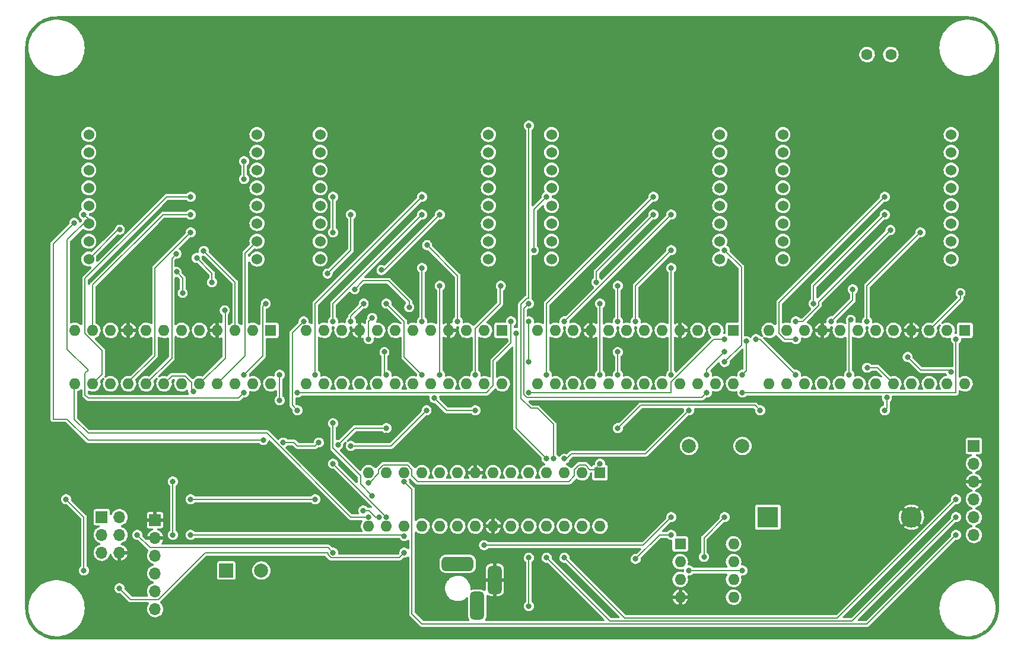
<source format=gbr>
%TF.GenerationSoftware,KiCad,Pcbnew,(6.0.5-0)*%
%TF.CreationDate,2022-07-21T23:55:05-04:00*%
%TF.ProjectId,YWS_clock,5957535f-636c-46f6-936b-2e6b69636164,rev?*%
%TF.SameCoordinates,PX4b17a20PY8a12ae0*%
%TF.FileFunction,Copper,L2,Bot*%
%TF.FilePolarity,Positive*%
%FSLAX46Y46*%
G04 Gerber Fmt 4.6, Leading zero omitted, Abs format (unit mm)*
G04 Created by KiCad (PCBNEW (6.0.5-0)) date 2022-07-21 23:55:05*
%MOMM*%
%LPD*%
G01*
G04 APERTURE LIST*
G04 Aperture macros list*
%AMRoundRect*
0 Rectangle with rounded corners*
0 $1 Rounding radius*
0 $2 $3 $4 $5 $6 $7 $8 $9 X,Y pos of 4 corners*
0 Add a 4 corners polygon primitive as box body*
4,1,4,$2,$3,$4,$5,$6,$7,$8,$9,$2,$3,0*
0 Add four circle primitives for the rounded corners*
1,1,$1+$1,$2,$3*
1,1,$1+$1,$4,$5*
1,1,$1+$1,$6,$7*
1,1,$1+$1,$8,$9*
0 Add four rect primitives between the rounded corners*
20,1,$1+$1,$2,$3,$4,$5,0*
20,1,$1+$1,$4,$5,$6,$7,0*
20,1,$1+$1,$6,$7,$8,$9,0*
20,1,$1+$1,$8,$9,$2,$3,0*%
G04 Aperture macros list end*
%TA.AperFunction,ComponentPad*%
%ADD10R,1.600000X1.600000*%
%TD*%
%TA.AperFunction,ComponentPad*%
%ADD11O,1.600000X1.600000*%
%TD*%
%TA.AperFunction,ComponentPad*%
%ADD12C,1.524000*%
%TD*%
%TA.AperFunction,ComponentPad*%
%ADD13R,1.700000X1.700000*%
%TD*%
%TA.AperFunction,ComponentPad*%
%ADD14O,1.700000X1.700000*%
%TD*%
%TA.AperFunction,ComponentPad*%
%ADD15C,2.000000*%
%TD*%
%TA.AperFunction,ComponentPad*%
%ADD16R,2.000000X2.000000*%
%TD*%
%TA.AperFunction,ComponentPad*%
%ADD17C,1.600000*%
%TD*%
%TA.AperFunction,ComponentPad*%
%ADD18R,3.000000X3.000000*%
%TD*%
%TA.AperFunction,ComponentPad*%
%ADD19C,3.000000*%
%TD*%
%TA.AperFunction,ComponentPad*%
%ADD20RoundRect,0.500000X1.750000X0.500000X-1.750000X0.500000X-1.750000X-0.500000X1.750000X-0.500000X0*%
%TD*%
%TA.AperFunction,ComponentPad*%
%ADD21RoundRect,0.500000X-0.500000X1.500000X-0.500000X-1.500000X0.500000X-1.500000X0.500000X1.500000X0*%
%TD*%
%TA.AperFunction,ViaPad*%
%ADD22C,0.812800*%
%TD*%
%TA.AperFunction,Conductor*%
%ADD23C,0.203200*%
%TD*%
G04 APERTURE END LIST*
D10*
%TO.P,U4,1,DIN*%
%TO.N,DISP_DATA*%
X36835000Y44440000D03*
D11*
%TO.P,U4,2,DIG_0*%
%TO.N,Net-(D2-Pad9)*%
X34295000Y44440000D03*
%TO.P,U4,3,DIG_4*%
%TO.N,Net-(D2-Pad1)*%
X31755000Y44440000D03*
%TO.P,U4,4,GND*%
%TO.N,GND*%
X29215000Y44440000D03*
%TO.P,U4,5,DIG_6*%
%TO.N,Net-(D2-Pad2)*%
X26675000Y44440000D03*
%TO.P,U4,6,DIG_2*%
%TO.N,Net-(D2-Pad8)*%
X24135000Y44440000D03*
%TO.P,U4,7,DIG_3*%
%TO.N,Net-(D2-Pad12)*%
X21595000Y44440000D03*
%TO.P,U4,8,DIG_7*%
%TO.N,Net-(D2-Pad5)*%
X19055000Y44440000D03*
%TO.P,U4,9,GND*%
%TO.N,GND*%
X16515000Y44440000D03*
%TO.P,U4,10,DIG_5*%
%TO.N,Net-(D2-Pad7)*%
X13975000Y44440000D03*
%TO.P,U4,11,DIG_1*%
%TO.N,Net-(D2-Pad14)*%
X11435000Y44440000D03*
%TO.P,U4,12,LOAD*%
%TO.N,DISP_LOAD*%
X8895000Y44440000D03*
%TO.P,U4,13,CLK*%
%TO.N,DISP_CLK*%
X8895000Y36820000D03*
%TO.P,U4,14,SEG_A*%
%TO.N,Net-(D2-Pad16)*%
X11435000Y36820000D03*
%TO.P,U4,15,SEG_F*%
%TO.N,Net-(D2-Pad4)*%
X13975000Y36820000D03*
%TO.P,U4,16,SEG_B*%
%TO.N,Net-(D2-Pad15)*%
X16515000Y36820000D03*
%TO.P,U4,17,SEG_G*%
%TO.N,Net-(D2-Pad3)*%
X19055000Y36820000D03*
%TO.P,U4,18,ISET*%
%TO.N,Net-(R7-Pad2)*%
X21595000Y36820000D03*
%TO.P,U4,19,V+*%
%TO.N,VCC*%
X24135000Y36820000D03*
%TO.P,U4,20,SEG_C*%
%TO.N,Net-(D2-Pad11)*%
X26675000Y36820000D03*
%TO.P,U4,21,SEG_E*%
%TO.N,Net-(D2-Pad10)*%
X29215000Y36820000D03*
%TO.P,U4,22,SEG_DP*%
%TO.N,Net-(D2-Pad13)*%
X31755000Y36820000D03*
%TO.P,U4,23,SEG_D*%
%TO.N,Net-(D2-Pad6)*%
X34295000Y36820000D03*
%TO.P,U4,24,DOUT*%
%TO.N,Net-(U4-Pad24)*%
X36835000Y36820000D03*
%TD*%
D12*
%TO.P,D2,1,R5*%
%TO.N,Net-(D2-Pad1)*%
X10860000Y72390000D03*
%TO.P,D2,2,R7*%
%TO.N,Net-(D2-Pad2)*%
X10860000Y69850000D03*
%TO.P,D2,3,C2*%
%TO.N,Net-(D2-Pad3)*%
X10860000Y67310000D03*
%TO.P,D2,4,C3*%
%TO.N,Net-(D2-Pad4)*%
X10860000Y64770000D03*
%TO.P,D2,5,R8*%
%TO.N,Net-(D2-Pad5)*%
X10860000Y62230000D03*
%TO.P,D2,6,C5*%
%TO.N,Net-(D2-Pad6)*%
X10860000Y59690000D03*
%TO.P,D2,7,R6*%
%TO.N,Net-(D2-Pad7)*%
X10860000Y57150000D03*
%TO.P,D2,8,R3*%
%TO.N,Net-(D2-Pad8)*%
X10860000Y54610000D03*
%TO.P,D2,9,R1*%
%TO.N,Net-(D2-Pad9)*%
X34860000Y54610000D03*
%TO.P,D2,10,C4*%
%TO.N,Net-(D2-Pad10)*%
X34860000Y57150000D03*
%TO.P,D2,11,C6*%
%TO.N,Net-(D2-Pad11)*%
X34860000Y59690000D03*
%TO.P,D2,12,R4*%
%TO.N,Net-(D2-Pad12)*%
X34860000Y62230000D03*
%TO.P,D2,13,C1*%
%TO.N,Net-(D2-Pad13)*%
X34860000Y64770000D03*
%TO.P,D2,14,R2*%
%TO.N,Net-(D2-Pad14)*%
X34860000Y67310000D03*
%TO.P,D2,15,C7*%
%TO.N,Net-(D2-Pad15)*%
X34860000Y69850000D03*
%TO.P,D2,16,C8*%
%TO.N,Net-(D2-Pad16)*%
X34860000Y72390000D03*
%TD*%
D11*
%TO.P,U5,24,DOUT*%
%TO.N,unconnected-(U5-Pad24)*%
X135895000Y36820000D03*
%TO.P,U5,23,SEG_D*%
%TO.N,Net-(D3-Pad6)*%
X133355000Y36820000D03*
%TO.P,U5,22,SEG_DP*%
%TO.N,Net-(D3-Pad13)*%
X130815000Y36820000D03*
%TO.P,U5,21,SEG_E*%
%TO.N,Net-(D3-Pad10)*%
X128275000Y36820000D03*
%TO.P,U5,20,SEG_C*%
%TO.N,Net-(D3-Pad11)*%
X125735000Y36820000D03*
%TO.P,U5,19,V+*%
%TO.N,VCC*%
X123195000Y36820000D03*
%TO.P,U5,18,ISET*%
%TO.N,Net-(R8-Pad2)*%
X120655000Y36820000D03*
%TO.P,U5,17,SEG_G*%
%TO.N,Net-(D3-Pad3)*%
X118115000Y36820000D03*
%TO.P,U5,16,SEG_B*%
%TO.N,Net-(D3-Pad15)*%
X115575000Y36820000D03*
%TO.P,U5,15,SEG_F*%
%TO.N,Net-(D3-Pad4)*%
X113035000Y36820000D03*
%TO.P,U5,14,SEG_A*%
%TO.N,Net-(D3-Pad16)*%
X110495000Y36820000D03*
%TO.P,U5,13,CLK*%
%TO.N,DISP_CLK*%
X107955000Y36820000D03*
%TO.P,U5,12,LOAD*%
%TO.N,DISP_LOAD*%
X107955000Y44440000D03*
%TO.P,U5,11,DIG_1*%
%TO.N,Net-(D3-Pad14)*%
X110495000Y44440000D03*
%TO.P,U5,10,DIG_5*%
%TO.N,Net-(D3-Pad7)*%
X113035000Y44440000D03*
%TO.P,U5,9,GND*%
%TO.N,GND*%
X115575000Y44440000D03*
%TO.P,U5,8,DIG_7*%
%TO.N,Net-(D3-Pad5)*%
X118115000Y44440000D03*
%TO.P,U5,7,DIG_3*%
%TO.N,Net-(D3-Pad12)*%
X120655000Y44440000D03*
%TO.P,U5,6,DIG_2*%
%TO.N,Net-(D3-Pad8)*%
X123195000Y44440000D03*
%TO.P,U5,5,DIG_6*%
%TO.N,Net-(D3-Pad2)*%
X125735000Y44440000D03*
%TO.P,U5,4,GND*%
%TO.N,GND*%
X128275000Y44440000D03*
%TO.P,U5,3,DIG_4*%
%TO.N,Net-(D3-Pad1)*%
X130815000Y44440000D03*
%TO.P,U5,2,DIG_0*%
%TO.N,Net-(D3-Pad9)*%
X133355000Y44440000D03*
D10*
%TO.P,U5,1,DIN*%
%TO.N,Net-(U5-Pad1)*%
X135895000Y44440000D03*
%TD*%
D13*
%TO.P,J4,1,Pin_1*%
%TO.N,MISO*%
X12700000Y17780000D03*
D14*
%TO.P,J4,2,Pin_2*%
%TO.N,VCC*%
X15240000Y17780000D03*
%TO.P,J4,3,Pin_3*%
%TO.N,LED_SCK*%
X12700000Y15240000D03*
%TO.P,J4,4,Pin_4*%
%TO.N,MOSI*%
X15240000Y15240000D03*
%TO.P,J4,5,Pin_5*%
%TO.N,RESET*%
X12700000Y12700000D03*
%TO.P,J4,6,Pin_6*%
%TO.N,GND*%
X15240000Y12700000D03*
%TD*%
D15*
%TO.P,TP1,1,1*%
%TO.N,SDA*%
X104140000Y27940000D03*
%TD*%
D16*
%TO.P,BZ1,1,-*%
%TO.N,VCC*%
X30480000Y10160000D03*
D15*
%TO.P,BZ1,2,+*%
%TO.N,Net-(BZ1-Pad2)*%
X35480000Y10160000D03*
%TD*%
D10*
%TO.P,U3,1,X1*%
%TO.N,Net-(U3-Pad1)*%
X95260000Y13960000D03*
D11*
%TO.P,U3,2,X2*%
%TO.N,Net-(U3-Pad2)*%
X95260000Y11420000D03*
%TO.P,U3,3,VBAT*%
%TO.N,Net-(BT1-Pad1)*%
X95260000Y8880000D03*
%TO.P,U3,4,GND*%
%TO.N,GND*%
X95260000Y6340000D03*
%TO.P,U3,5,SDA*%
%TO.N,SDA*%
X102880000Y6340000D03*
%TO.P,U3,6,SCL*%
%TO.N,SCL*%
X102880000Y8880000D03*
%TO.P,U3,7,SQW/OUT*%
%TO.N,unconnected-(U3-Pad7)*%
X102880000Y11420000D03*
%TO.P,U3,8,VCC*%
%TO.N,VCC*%
X102880000Y13960000D03*
%TD*%
D12*
%TO.P,D4,1,R5*%
%TO.N,Net-(D4-Pad1)*%
X76900000Y72390000D03*
%TO.P,D4,2,R7*%
%TO.N,Net-(D4-Pad2)*%
X76900000Y69850000D03*
%TO.P,D4,3,C2*%
%TO.N,Net-(D4-Pad3)*%
X76900000Y67310000D03*
%TO.P,D4,4,C3*%
%TO.N,Net-(D4-Pad4)*%
X76900000Y64770000D03*
%TO.P,D4,5,R8*%
%TO.N,Net-(D4-Pad5)*%
X76900000Y62230000D03*
%TO.P,D4,6,C5*%
%TO.N,Net-(D4-Pad6)*%
X76900000Y59690000D03*
%TO.P,D4,7,R6*%
%TO.N,Net-(D4-Pad7)*%
X76900000Y57150000D03*
%TO.P,D4,8,R3*%
%TO.N,Net-(D4-Pad8)*%
X76900000Y54610000D03*
%TO.P,D4,9,R1*%
%TO.N,Net-(D4-Pad9)*%
X100900000Y54610000D03*
%TO.P,D4,10,C4*%
%TO.N,Net-(D4-Pad10)*%
X100900000Y57150000D03*
%TO.P,D4,11,C6*%
%TO.N,Net-(D4-Pad11)*%
X100900000Y59690000D03*
%TO.P,D4,12,R4*%
%TO.N,Net-(D4-Pad12)*%
X100900000Y62230000D03*
%TO.P,D4,13,C1*%
%TO.N,Net-(D4-Pad13)*%
X100900000Y64770000D03*
%TO.P,D4,14,R2*%
%TO.N,Net-(D4-Pad14)*%
X100900000Y67310000D03*
%TO.P,D4,15,C7*%
%TO.N,Net-(D4-Pad15)*%
X100900000Y69850000D03*
%TO.P,D4,16,C8*%
%TO.N,Net-(D4-Pad16)*%
X100900000Y72390000D03*
%TD*%
D13*
%TO.P,J3,1,Pin_1*%
%TO.N,unconnected-(J3-Pad1)*%
X137160000Y27940000D03*
D14*
%TO.P,J3,2,Pin_2*%
%TO.N,VCC*%
X137160000Y25400000D03*
%TO.P,J3,3,Pin_3*%
%TO.N,GND*%
X137160000Y22860000D03*
%TO.P,J3,4,Pin_4*%
%TO.N,JOYST_X*%
X137160000Y20320000D03*
%TO.P,J3,5,Pin_5*%
%TO.N,JOYST_Y*%
X137160000Y17780000D03*
%TO.P,J3,6,Pin_6*%
%TO.N,JOYST_SW*%
X137160000Y15240000D03*
%TD*%
D17*
%TO.P,R14,1*%
%TO.N,VCC*%
X121920000Y83820000D03*
%TO.P,R14,2*%
%TO.N,LIGHT_SENSOR*%
X125320000Y83820000D03*
%TD*%
D11*
%TO.P,U2,28,SCL/PC5*%
%TO.N,SCL*%
X83820000Y16500000D03*
%TO.P,U2,27,SDA/PC4*%
%TO.N,SDA*%
X81280000Y16500000D03*
%TO.P,U2,26,ADC3/PC3*%
%TO.N,unconnected-(U2-Pad26)*%
X78740000Y16500000D03*
%TO.P,U2,25,ADC2/PC2*%
%TO.N,JOYST_Y*%
X76200000Y16500000D03*
%TO.P,U2,24,ADC1/PC1*%
%TO.N,JOYST_X*%
X73660000Y16500000D03*
%TO.P,U2,23,ADC0/PC0*%
%TO.N,LIGHT_SENSOR*%
X71120000Y16500000D03*
%TO.P,U2,22,GND*%
%TO.N,GND*%
X68580000Y16500000D03*
%TO.P,U2,21,AREF*%
%TO.N,Net-(C1-Pad1)*%
X66040000Y16500000D03*
%TO.P,U2,20,AVCC*%
%TO.N,VCC*%
X63500000Y16500000D03*
%TO.P,U2,19,SCK/PB5*%
%TO.N,LED_SCK*%
X60960000Y16500000D03*
%TO.P,U2,18,MISO/PB4*%
%TO.N,MISO*%
X58420000Y16500000D03*
%TO.P,U2,17,MOSI/PB3*%
%TO.N,MOSI*%
X55880000Y16500000D03*
%TO.P,U2,16,OC1B/PB2*%
%TO.N,DISP_DATA*%
X53340000Y16500000D03*
%TO.P,U2,15,OC1A/PB1*%
%TO.N,DISP_CLK*%
X50800000Y16500000D03*
%TO.P,U2,14,PB0*%
%TO.N,DISP_LOAD*%
X50800000Y24120000D03*
%TO.P,U2,13,PD7*%
%TO.N,unconnected-(U2-Pad13)*%
X53340000Y24120000D03*
%TO.P,U2,12,OC0A/PD6*%
%TO.N,JOYST_SW*%
X55880000Y24120000D03*
%TO.P,U2,11,OC0B/PD5*%
%TO.N,BUZZER*%
X58420000Y24120000D03*
%TO.P,U2,10,XTAL2/PB7*%
%TO.N,Net-(C4-Pad1)*%
X60960000Y24120000D03*
%TO.P,U2,9,XTAL1/PB6*%
%TO.N,Net-(C3-Pad1)*%
X63500000Y24120000D03*
%TO.P,U2,8,GND*%
%TO.N,GND*%
X66040000Y24120000D03*
%TO.P,U2,7,VCC*%
%TO.N,VCC*%
X68580000Y24120000D03*
%TO.P,U2,6,PD4*%
%TO.N,BTN_DOWN*%
X71120000Y24120000D03*
%TO.P,U2,5,INT1/PD3*%
%TO.N,BTN_UP*%
X73660000Y24120000D03*
%TO.P,U2,4,INT0/PD2*%
%TO.N,BTN_SEL*%
X76200000Y24120000D03*
%TO.P,U2,3,TXD/PD1*%
%TO.N,TXD*%
X78740000Y24120000D03*
%TO.P,U2,2,RXD/PD0*%
%TO.N,RXD*%
X81280000Y24120000D03*
D10*
%TO.P,U2,1,~{RESET}/PC6*%
%TO.N,RESET*%
X83820000Y24120000D03*
%TD*%
D12*
%TO.P,D5,1,R5*%
%TO.N,Net-(D5-Pad1)*%
X43880000Y72390000D03*
%TO.P,D5,2,R7*%
%TO.N,Net-(D5-Pad2)*%
X43880000Y69850000D03*
%TO.P,D5,3,C2*%
%TO.N,Net-(D5-Pad3)*%
X43880000Y67310000D03*
%TO.P,D5,4,C3*%
%TO.N,Net-(D5-Pad4)*%
X43880000Y64770000D03*
%TO.P,D5,5,R8*%
%TO.N,Net-(D5-Pad5)*%
X43880000Y62230000D03*
%TO.P,D5,6,C5*%
%TO.N,Net-(D5-Pad6)*%
X43880000Y59690000D03*
%TO.P,D5,7,R6*%
%TO.N,Net-(D5-Pad7)*%
X43880000Y57150000D03*
%TO.P,D5,8,R3*%
%TO.N,Net-(D5-Pad8)*%
X43880000Y54610000D03*
%TO.P,D5,9,R1*%
%TO.N,Net-(D5-Pad9)*%
X67880000Y54610000D03*
%TO.P,D5,10,C4*%
%TO.N,Net-(D5-Pad10)*%
X67880000Y57150000D03*
%TO.P,D5,11,C6*%
%TO.N,Net-(D5-Pad11)*%
X67880000Y59690000D03*
%TO.P,D5,12,R4*%
%TO.N,Net-(D5-Pad12)*%
X67880000Y62230000D03*
%TO.P,D5,13,C1*%
%TO.N,Net-(D5-Pad13)*%
X67880000Y64770000D03*
%TO.P,D5,14,R2*%
%TO.N,Net-(D5-Pad14)*%
X67880000Y67310000D03*
%TO.P,D5,15,C7*%
%TO.N,Net-(D5-Pad15)*%
X67880000Y69850000D03*
%TO.P,D5,16,C8*%
%TO.N,Net-(D5-Pad16)*%
X67880000Y72390000D03*
%TD*%
D13*
%TO.P,J1,1,Pin_1*%
%TO.N,GND*%
X20320000Y17355000D03*
D14*
%TO.P,J1,2,Pin_2*%
X20320000Y14815000D03*
%TO.P,J1,3,Pin_3*%
%TO.N,unconnected-(J1-Pad3)*%
X20320000Y12275000D03*
%TO.P,J1,4,Pin_4*%
%TO.N,Net-(J1-Pad4)*%
X20320000Y9735000D03*
%TO.P,J1,5,Pin_5*%
%TO.N,Net-(J1-Pad5)*%
X20320000Y7195000D03*
%TO.P,J1,6,Pin_6*%
%TO.N,Net-(C5-Pad2)*%
X20320000Y4655000D03*
%TD*%
D10*
%TO.P,U6,1,DIN*%
%TO.N,Net-(U6-Pad1)*%
X102875000Y44440000D03*
D11*
%TO.P,U6,2,DIG_0*%
%TO.N,Net-(D4-Pad9)*%
X100335000Y44440000D03*
%TO.P,U6,3,DIG_4*%
%TO.N,Net-(D4-Pad1)*%
X97795000Y44440000D03*
%TO.P,U6,4,GND*%
%TO.N,GND*%
X95255000Y44440000D03*
%TO.P,U6,5,DIG_6*%
%TO.N,Net-(D4-Pad2)*%
X92715000Y44440000D03*
%TO.P,U6,6,DIG_2*%
%TO.N,Net-(D4-Pad8)*%
X90175000Y44440000D03*
%TO.P,U6,7,DIG_3*%
%TO.N,Net-(D4-Pad12)*%
X87635000Y44440000D03*
%TO.P,U6,8,DIG_7*%
%TO.N,Net-(D4-Pad5)*%
X85095000Y44440000D03*
%TO.P,U6,9,GND*%
%TO.N,GND*%
X82555000Y44440000D03*
%TO.P,U6,10,DIG_5*%
%TO.N,Net-(D4-Pad7)*%
X80015000Y44440000D03*
%TO.P,U6,11,DIG_1*%
%TO.N,Net-(D4-Pad14)*%
X77475000Y44440000D03*
%TO.P,U6,12,LOAD*%
%TO.N,DISP_LOAD*%
X74935000Y44440000D03*
%TO.P,U6,13,CLK*%
%TO.N,DISP_CLK*%
X74935000Y36820000D03*
%TO.P,U6,14,SEG_A*%
%TO.N,Net-(D4-Pad16)*%
X77475000Y36820000D03*
%TO.P,U6,15,SEG_F*%
%TO.N,Net-(D4-Pad4)*%
X80015000Y36820000D03*
%TO.P,U6,16,SEG_B*%
%TO.N,Net-(D4-Pad15)*%
X82555000Y36820000D03*
%TO.P,U6,17,SEG_G*%
%TO.N,Net-(D4-Pad3)*%
X85095000Y36820000D03*
%TO.P,U6,18,ISET*%
%TO.N,Net-(R9-Pad2)*%
X87635000Y36820000D03*
%TO.P,U6,19,V+*%
%TO.N,VCC*%
X90175000Y36820000D03*
%TO.P,U6,20,SEG_C*%
%TO.N,Net-(D4-Pad11)*%
X92715000Y36820000D03*
%TO.P,U6,21,SEG_E*%
%TO.N,Net-(D4-Pad10)*%
X95255000Y36820000D03*
%TO.P,U6,22,SEG_DP*%
%TO.N,Net-(D4-Pad13)*%
X97795000Y36820000D03*
%TO.P,U6,23,SEG_D*%
%TO.N,Net-(D4-Pad6)*%
X100335000Y36820000D03*
%TO.P,U6,24,DOUT*%
%TO.N,Net-(U5-Pad1)*%
X102875000Y36820000D03*
%TD*%
D15*
%TO.P,TP2,1,1*%
%TO.N,SCL*%
X96520000Y27940000D03*
%TD*%
D18*
%TO.P,BT1,1,+*%
%TO.N,Net-(BT1-Pad1)*%
X107766314Y17779983D03*
D19*
%TO.P,BT1,2,-*%
%TO.N,GND*%
X128256314Y17779983D03*
%TD*%
D10*
%TO.P,U7,1,DIN*%
%TO.N,Net-(U4-Pad24)*%
X69855000Y44440000D03*
D11*
%TO.P,U7,2,DIG_0*%
%TO.N,Net-(D5-Pad9)*%
X67315000Y44440000D03*
%TO.P,U7,3,DIG_4*%
%TO.N,Net-(D5-Pad1)*%
X64775000Y44440000D03*
%TO.P,U7,4,GND*%
%TO.N,GND*%
X62235000Y44440000D03*
%TO.P,U7,5,DIG_6*%
%TO.N,Net-(D5-Pad2)*%
X59695000Y44440000D03*
%TO.P,U7,6,DIG_2*%
%TO.N,Net-(D5-Pad8)*%
X57155000Y44440000D03*
%TO.P,U7,7,DIG_3*%
%TO.N,Net-(D5-Pad12)*%
X54615000Y44440000D03*
%TO.P,U7,8,DIG_7*%
%TO.N,Net-(D5-Pad5)*%
X52075000Y44440000D03*
%TO.P,U7,9,GND*%
%TO.N,GND*%
X49535000Y44440000D03*
%TO.P,U7,10,DIG_5*%
%TO.N,Net-(D5-Pad7)*%
X46995000Y44440000D03*
%TO.P,U7,11,DIG_1*%
%TO.N,Net-(D5-Pad14)*%
X44455000Y44440000D03*
%TO.P,U7,12,LOAD*%
%TO.N,DISP_LOAD*%
X41915000Y44440000D03*
%TO.P,U7,13,CLK*%
%TO.N,DISP_CLK*%
X41915000Y36820000D03*
%TO.P,U7,14,SEG_A*%
%TO.N,Net-(D5-Pad16)*%
X44455000Y36820000D03*
%TO.P,U7,15,SEG_F*%
%TO.N,Net-(D5-Pad4)*%
X46995000Y36820000D03*
%TO.P,U7,16,SEG_B*%
%TO.N,Net-(D5-Pad15)*%
X49535000Y36820000D03*
%TO.P,U7,17,SEG_G*%
%TO.N,Net-(D5-Pad3)*%
X52075000Y36820000D03*
%TO.P,U7,18,ISET*%
%TO.N,Net-(R10-Pad2)*%
X54615000Y36820000D03*
%TO.P,U7,19,V+*%
%TO.N,VCC*%
X57155000Y36820000D03*
%TO.P,U7,20,SEG_C*%
%TO.N,Net-(D5-Pad11)*%
X59695000Y36820000D03*
%TO.P,U7,21,SEG_E*%
%TO.N,Net-(D5-Pad10)*%
X62235000Y36820000D03*
%TO.P,U7,22,SEG_DP*%
%TO.N,Net-(D5-Pad13)*%
X64775000Y36820000D03*
%TO.P,U7,23,SEG_D*%
%TO.N,Net-(D5-Pad6)*%
X67315000Y36820000D03*
%TO.P,U7,24,DOUT*%
%TO.N,Net-(U6-Pad1)*%
X69855000Y36820000D03*
%TD*%
D12*
%TO.P,D3,1,R5*%
%TO.N,Net-(D3-Pad1)*%
X109920000Y72390000D03*
%TO.P,D3,2,R7*%
%TO.N,Net-(D3-Pad2)*%
X109920000Y69850000D03*
%TO.P,D3,3,C2*%
%TO.N,Net-(D3-Pad3)*%
X109920000Y67310000D03*
%TO.P,D3,4,C3*%
%TO.N,Net-(D3-Pad4)*%
X109920000Y64770000D03*
%TO.P,D3,5,R8*%
%TO.N,Net-(D3-Pad5)*%
X109920000Y62230000D03*
%TO.P,D3,6,C5*%
%TO.N,Net-(D3-Pad6)*%
X109920000Y59690000D03*
%TO.P,D3,7,R6*%
%TO.N,Net-(D3-Pad7)*%
X109920000Y57150000D03*
%TO.P,D3,8,R3*%
%TO.N,Net-(D3-Pad8)*%
X109920000Y54610000D03*
%TO.P,D3,9,R1*%
%TO.N,Net-(D3-Pad9)*%
X133920000Y54610000D03*
%TO.P,D3,10,C4*%
%TO.N,Net-(D3-Pad10)*%
X133920000Y57150000D03*
%TO.P,D3,11,C6*%
%TO.N,Net-(D3-Pad11)*%
X133920000Y59690000D03*
%TO.P,D3,12,R4*%
%TO.N,Net-(D3-Pad12)*%
X133920000Y62230000D03*
%TO.P,D3,13,C1*%
%TO.N,Net-(D3-Pad13)*%
X133920000Y64770000D03*
%TO.P,D3,14,R2*%
%TO.N,Net-(D3-Pad14)*%
X133920000Y67310000D03*
%TO.P,D3,15,C7*%
%TO.N,Net-(D3-Pad15)*%
X133920000Y69850000D03*
%TO.P,D3,16,C8*%
%TO.N,Net-(D3-Pad16)*%
X133920000Y72390000D03*
%TD*%
D20*
%TO.P,J2,1,POLE*%
%TO.N,Net-(C6-Pad1)*%
X63500000Y11120000D03*
D21*
%TO.P,J2,2,OUT*%
%TO.N,GND*%
X68800000Y8820000D03*
%TO.P,J2,3,OUT*%
%TO.N,unconnected-(J2-Pad3)*%
X66300000Y5120000D03*
%TD*%
D22*
%TO.N,Net-(J1-Pad4)*%
X22860000Y22860000D03*
%TO.N,TXD*%
X53340000Y30480000D03*
X38602541Y28442541D03*
X43682541Y28442541D03*
X46430700Y28088715D03*
%TO.N,Net-(D2-Pad8)*%
X15287541Y58807541D03*
X23410011Y52780000D03*
X24260000Y49780000D03*
%TO.N,Net-(D2-Pad11)*%
X30260000Y47300000D03*
%TO.N,Net-(R7-Pad2)*%
X25755855Y35751944D03*
%TO.N,GND*%
X19780000Y30780000D03*
%TO.N,DISP_LOAD*%
X35780000Y28780000D03*
X8780000Y59780000D03*
%TO.N,Net-(D3-Pad1)*%
X135260000Y49780000D03*
%TO.N,Net-(D2-Pad3)*%
X23362541Y55377459D03*
%TO.N,Net-(D2-Pad1)*%
X27260000Y55780000D03*
%TO.N,Net-(D3-Pad11)*%
X121934959Y39105041D03*
%TO.N,GND*%
X75730470Y10501931D03*
X7620000Y15240000D03*
X106680000Y78740000D03*
X53340000Y29464497D03*
X101600000Y22860000D03*
X91417460Y18010699D03*
X78740000Y81280000D03*
X96520000Y81280000D03*
X8700000Y29400000D03*
X45720000Y81280000D03*
X93980000Y7620000D03*
X17780000Y20320000D03*
X47337811Y30480000D03*
X11780000Y30780000D03*
X30480000Y81280000D03*
X53340000Y33020000D03*
X17780000Y12700000D03*
X43180000Y10160000D03*
X63500000Y81280000D03*
X86360000Y33020000D03*
X15240000Y10160000D03*
X114300000Y30480000D03*
X81280000Y33020000D03*
X73512809Y26257891D03*
X129540000Y22860000D03*
X55880000Y10160000D03*
X16780000Y24780000D03*
X134620000Y22860000D03*
X116840000Y30480000D03*
X132080000Y81280000D03*
X71120000Y7620000D03*
%TO.N,Net-(BT1-Pad1)*%
X104140000Y10160000D03*
X96520000Y10160000D03*
%TO.N,BUZZER*%
X52324497Y17780000D03*
X50038500Y18729443D03*
%TO.N,VCC*%
X124460000Y33020000D03*
X124747937Y34849300D03*
%TO.N,RESET*%
X83820000Y25400000D03*
X50800000Y22710897D03*
X10160000Y10160000D03*
X25400000Y20320000D03*
X7620000Y20320000D03*
X43180000Y20320000D03*
%TO.N,Net-(D2-Pad2)*%
X26260000Y54780000D03*
X28442541Y51302541D03*
%TO.N,Net-(D2-Pad6)*%
X33020000Y35560000D03*
X10160000Y60960000D03*
%TO.N,Net-(D2-Pad13)*%
X33020000Y38100000D03*
X36110011Y48260000D03*
%TO.N,Net-(D2-Pad14)*%
X25400000Y60960000D03*
%TO.N,Net-(D2-Pad15)*%
X25400000Y58420000D03*
X33020000Y68580000D03*
X33020000Y66040000D03*
%TO.N,Net-(D2-Pad16)*%
X25400000Y63500000D03*
%TO.N,Net-(D3-Pad3)*%
X119597541Y45937541D03*
X119380000Y38100000D03*
%TO.N,Net-(D3-Pad4)*%
X111760000Y38100000D03*
X106089189Y43180000D03*
%TO.N,Net-(D3-Pad5)*%
X116840000Y45720000D03*
X119882541Y50297459D03*
%TO.N,Net-(D3-Pad12)*%
X121920000Y45720000D03*
X129540000Y58420000D03*
%TO.N,Net-(D3-Pad14)*%
X111760000Y45720000D03*
X125260000Y58780000D03*
%TO.N,Net-(D3-Pad15)*%
X114300000Y48260000D03*
X124460000Y60960000D03*
%TO.N,Net-(D3-Pad16)*%
X111760000Y43180000D03*
X124460000Y63500000D03*
%TO.N,Net-(D4-Pad3)*%
X86360000Y38100000D03*
X86360000Y41350700D03*
%TO.N,Net-(D4-Pad4)*%
X73660000Y45720000D03*
X74370700Y55871092D03*
X76200000Y63500000D03*
X73660000Y39929300D03*
%TO.N,Net-(D4-Pad5)*%
X86360000Y50800000D03*
X86360000Y45720000D03*
%TO.N,Net-(D4-Pad6)*%
X73660000Y48260000D03*
X99060000Y35560000D03*
%TO.N,Net-(D4-Pad10)*%
X101600000Y55880000D03*
X101600000Y39929300D03*
%TO.N,Net-(D4-Pad11)*%
X93974092Y38105908D03*
X93980000Y53340000D03*
%TO.N,Net-(D4-Pad12)*%
X93980000Y55880000D03*
X88900000Y45720000D03*
%TO.N,Net-(D4-Pad13)*%
X101600000Y41350700D03*
X99060000Y38100000D03*
%TO.N,Net-(D4-Pad14)*%
X78740000Y45720000D03*
X93980000Y60960000D03*
%TO.N,Net-(D4-Pad15)*%
X91440000Y60960000D03*
X83820000Y38100000D03*
X83820000Y48260000D03*
X83317459Y51302541D03*
%TO.N,Net-(D4-Pad16)*%
X76200000Y38100000D03*
X91440000Y63500000D03*
%TO.N,Net-(D5-Pad1)*%
X63500000Y45720000D03*
X59138069Y56598069D03*
%TO.N,Net-(D5-Pad2)*%
X58420000Y45720000D03*
X58420000Y53340000D03*
%TO.N,Net-(D5-Pad3)*%
X53340000Y38100000D03*
X53047919Y41350700D03*
%TO.N,Net-(D5-Pad4)*%
X50089300Y48260000D03*
X45720000Y58420000D03*
X48260000Y45720000D03*
X45720000Y63500000D03*
%TO.N,Net-(D5-Pad5)*%
X48260000Y60960000D03*
X44932459Y52552459D03*
%TO.N,Net-(D5-Pad6)*%
X53340000Y48260000D03*
X58420000Y38100000D03*
X60176634Y34776633D03*
X66040000Y33020000D03*
%TO.N,Net-(D5-Pad8)*%
X48782493Y50317410D03*
X56590700Y47757459D03*
%TO.N,Net-(D5-Pad11)*%
X60960000Y50800000D03*
X60960000Y38100000D03*
%TO.N,Net-(D5-Pad13)*%
X66040000Y38100000D03*
X69657011Y50800000D03*
%TO.N,Net-(D5-Pad14)*%
X45720000Y45720000D03*
X58420000Y60960000D03*
%TO.N,Net-(D5-Pad15)*%
X50800000Y43180000D03*
X60960000Y60960000D03*
X52629300Y53052632D03*
X51300041Y46220041D03*
%TO.N,Net-(D5-Pad16)*%
X43180000Y38100000D03*
X58420000Y63500000D03*
%TO.N,Net-(J1-Pad4)*%
X22860000Y15240000D03*
%TO.N,JOYST_X*%
X134620000Y20320000D03*
X78740000Y11989300D03*
%TO.N,JOYST_Y*%
X76200000Y11989300D03*
X134620000Y17780000D03*
%TO.N,JOYST_SW*%
X55880000Y22860000D03*
X134620000Y15240000D03*
%TO.N,LED_SCK*%
X67260000Y13780000D03*
X55880000Y12700000D03*
X15240000Y7620000D03*
X93980000Y17780000D03*
%TO.N,SDA*%
X98648333Y12106585D03*
X101600000Y17780000D03*
%TO.N,Net-(R8-Pad2)*%
X133909300Y38504453D03*
X127710700Y40640000D03*
%TO.N,BTN_SEL*%
X76200000Y26110700D03*
X71830700Y44046389D03*
%TO.N,BTN_UP*%
X77215503Y26110700D03*
X73660000Y73660000D03*
%TO.N,BTN_DOWN*%
X96520000Y33020000D03*
X78740000Y26110700D03*
X104140000Y38100000D03*
X104690011Y42880419D03*
%TO.N,LIGHT_SENSOR*%
X73660000Y11989300D03*
X73660000Y5080000D03*
%TO.N,DISP_LOAD*%
X48260000Y27940000D03*
X40640000Y33020000D03*
X41521389Y45720000D03*
X59061889Y33020000D03*
%TO.N,DISP_CLK*%
X45720000Y31190700D03*
X86360000Y30480000D03*
X50800000Y17780000D03*
X51302541Y20822541D03*
X106680000Y33020000D03*
%TO.N,DISP_DATA*%
X38100000Y34441411D03*
X38100000Y38100000D03*
X45720000Y25400000D03*
X53340000Y17780000D03*
%TO.N,MOSI*%
X45720000Y12700000D03*
X17780000Y15240000D03*
%TO.N,MISO*%
X55880000Y15090897D03*
X25400000Y15240000D03*
%TO.N,Net-(U3-Pad1)*%
X93980000Y15240000D03*
X88900000Y11813611D03*
%TO.N,Net-(U4-Pad24)*%
X71120000Y45720000D03*
X40640000Y35560000D03*
%TO.N,Net-(U5-Pad1)*%
X104140000Y35560000D03*
X134620000Y43180000D03*
%TO.N,Net-(U6-Pad1)*%
X101600000Y43180000D03*
X73660000Y35560000D03*
%TD*%
D23*
%TO.N,Net-(J1-Pad4)*%
X22860000Y22860000D02*
X22860000Y15240000D01*
%TO.N,TXD*%
X40137459Y28442541D02*
X38602541Y28442541D01*
X40640000Y27940000D02*
X40137459Y28442541D01*
X43180000Y27940000D02*
X40640000Y27940000D01*
X43682541Y28442541D02*
X43180000Y27940000D01*
X53340000Y30480000D02*
X48821985Y30480000D01*
X48821985Y30480000D02*
X46430700Y28088715D01*
%TO.N,Net-(D2-Pad8)*%
X15287541Y58807541D02*
X15057541Y58807541D01*
X15057541Y58807541D02*
X10860000Y54610000D01*
X24260000Y51930011D02*
X23410011Y52780000D01*
X24260000Y49780000D02*
X24260000Y51930011D01*
%TO.N,Net-(D2-Pad10)*%
X34860000Y57150000D02*
X33190689Y55480689D01*
X33190689Y55480689D02*
X33190689Y40795689D01*
X33190689Y40795689D02*
X29215000Y36820000D01*
%TO.N,Net-(D2-Pad11)*%
X30260000Y47300000D02*
X30319311Y47240689D01*
X30319311Y47240689D02*
X30319311Y40464311D01*
X30319311Y40464311D02*
X26675000Y36820000D01*
%TO.N,Net-(R7-Pad2)*%
X25755855Y35751944D02*
X25570689Y35937110D01*
X25570689Y35937110D02*
X25570689Y36946044D01*
X25570689Y36946044D02*
X24592422Y37924311D01*
X24592422Y37924311D02*
X22699311Y37924311D01*
X22699311Y37924311D02*
X21595000Y36820000D01*
%TO.N,DISP_LOAD*%
X35780000Y28780000D02*
X10780000Y28780000D01*
X10780000Y28780000D02*
X7780000Y31780000D01*
X7780000Y31780000D02*
X5780000Y31780000D01*
X8780000Y59780000D02*
X5780000Y56780000D01*
X5780000Y56780000D02*
X5780000Y45780000D01*
X5780000Y31780000D02*
X5780000Y45780000D01*
%TO.N,DISP_CLK*%
X50800000Y17780000D02*
X48260000Y17780000D01*
X48260000Y17780000D02*
X36260000Y29780000D01*
X10780000Y29780000D02*
X8780000Y31780000D01*
X18085098Y29780000D02*
X18074387Y29769289D01*
X18074387Y29769289D02*
X17485613Y29769289D01*
X36260000Y29780000D02*
X18085098Y29780000D01*
X8780000Y31780000D02*
X8780000Y36705000D01*
X17485613Y29769289D02*
X17474902Y29780000D01*
X17474902Y29780000D02*
X10780000Y29780000D01*
X8780000Y36705000D02*
X8895000Y36820000D01*
%TO.N,Net-(D2-Pad6)*%
X10780000Y38780000D02*
X10330689Y38330689D01*
X10330689Y38330689D02*
X10330689Y35229311D01*
X10330689Y35229311D02*
X10780000Y34780000D01*
X10160000Y60960000D02*
X10780000Y60340000D01*
X7790689Y41769311D02*
X10780000Y38780000D01*
X10780000Y60340000D02*
X7790689Y57350689D01*
X7790689Y57350689D02*
X7790689Y41769311D01*
X10780000Y34780000D02*
X32240000Y34780000D01*
X32240000Y34780000D02*
X33020000Y35560000D01*
%TO.N,Net-(D2-Pad16)*%
X25400000Y63500000D02*
X21980000Y63500000D01*
X10330689Y43982578D02*
X12780000Y41533267D01*
X21980000Y63500000D02*
X10330689Y51850689D01*
X10330689Y51850689D02*
X10330689Y43982578D01*
X12780000Y41533267D02*
X12780000Y38165000D01*
X12780000Y38165000D02*
X11435000Y36820000D01*
%TO.N,Net-(D3-Pad1)*%
X135260000Y49780000D02*
X135260000Y48885000D01*
X135260000Y48885000D02*
X130815000Y44440000D01*
%TO.N,Net-(D3-Pad14)*%
X125260000Y58780000D02*
X115010711Y48530711D01*
X115010711Y48530711D02*
X115010711Y47965613D01*
X115010711Y47965613D02*
X112765098Y45720000D01*
X112765098Y45720000D02*
X111760000Y45720000D01*
%TO.N,Net-(D2-Pad14)*%
X25400000Y60960000D02*
X21440000Y60960000D01*
X11435000Y50955000D02*
X11435000Y44440000D01*
X21440000Y60960000D02*
X11435000Y50955000D01*
%TO.N,Net-(D2-Pad3)*%
X23362541Y55377459D02*
X22699311Y54714229D01*
X22699311Y54714229D02*
X22699311Y40464311D01*
X22699311Y40464311D02*
X19055000Y36820000D01*
%TO.N,Net-(D2-Pad2)*%
X26260000Y54780000D02*
X28442541Y52597459D01*
X28442541Y52597459D02*
X28442541Y51302541D01*
%TO.N,Net-(D2-Pad1)*%
X27260000Y55780000D02*
X31755000Y51285000D01*
X31755000Y51285000D02*
X31755000Y44440000D01*
%TO.N,Net-(D2-Pad13)*%
X36110011Y48260000D02*
X35730689Y47880678D01*
X35730689Y47880678D02*
X35730689Y40810689D01*
X35730689Y40810689D02*
X33020000Y38100000D01*
%TO.N,LED_SCK*%
X67260000Y13780000D02*
X89980000Y13780000D01*
X89980000Y13780000D02*
X93980000Y17780000D01*
%TO.N,Net-(D3-Pad11)*%
X123449959Y39105041D02*
X125735000Y36820000D01*
X121934959Y39105041D02*
X123449959Y39105041D01*
%TO.N,Net-(R8-Pad2)*%
X133909300Y38504453D02*
X133633753Y38780000D01*
X133633753Y38780000D02*
X129570700Y38780000D01*
X129570700Y38780000D02*
X127710700Y40640000D01*
%TO.N,Net-(D2-Pad15)*%
X25400000Y58420000D02*
X20320000Y53340000D01*
X20320000Y53340000D02*
X20320000Y40840000D01*
X16515000Y37035000D02*
X16515000Y36820000D01*
X20320000Y40840000D02*
X16515000Y37035000D01*
%TO.N,JOYST_SW*%
X58420000Y2540000D02*
X56984311Y3975689D01*
X56984311Y21755689D02*
X55880000Y22860000D01*
X56984311Y3975689D02*
X56984311Y21755689D01*
X121920000Y2540000D02*
X58420000Y2540000D01*
X134620000Y15240000D02*
X121920000Y2540000D01*
%TO.N,Net-(BT1-Pad1)*%
X104140000Y10160000D02*
X96520000Y10160000D01*
%TO.N,BUZZER*%
X50855655Y18729443D02*
X51805098Y17780000D01*
X51805098Y17780000D02*
X52324497Y17780000D01*
X50038500Y18729443D02*
X50855655Y18729443D01*
%TO.N,VCC*%
X124747937Y34849300D02*
X124747937Y33307937D01*
X124747937Y33307937D02*
X124460000Y33020000D01*
%TO.N,RESET*%
X80175689Y24577422D02*
X80822578Y25224311D01*
X56984311Y24577422D02*
X56984311Y23662578D01*
X50952630Y22710897D02*
X52235689Y23993956D01*
X79373111Y22860000D02*
X80175689Y23662578D01*
X50800000Y22710897D02*
X50952630Y22710897D01*
X10160000Y17780000D02*
X7620000Y20320000D01*
X10160000Y10160000D02*
X10160000Y17780000D01*
X81737422Y25224311D02*
X82384311Y24577422D01*
X56337422Y25224311D02*
X56984311Y24577422D01*
X52235689Y24577422D02*
X52882578Y25224311D01*
X82997422Y24577422D02*
X83820000Y25400000D01*
X80822578Y25224311D02*
X81737422Y25224311D01*
X57786889Y22860000D02*
X79373111Y22860000D01*
X52882578Y25224311D02*
X56337422Y25224311D01*
X25400000Y20320000D02*
X43180000Y20320000D01*
X80175689Y23662578D02*
X80175689Y24577422D01*
X82384311Y24577422D02*
X82997422Y24577422D01*
X52235689Y23993956D02*
X52235689Y24577422D01*
X56984311Y23662578D02*
X57786889Y22860000D01*
%TO.N,Net-(D2-Pad15)*%
X33020000Y68580000D02*
X33020000Y66040000D01*
%TO.N,Net-(D3-Pad3)*%
X119597541Y45937541D02*
X119380000Y45720000D01*
X119380000Y45720000D02*
X119380000Y38100000D01*
%TO.N,Net-(D3-Pad4)*%
X106680000Y43180000D02*
X111760000Y38100000D01*
X106089189Y43180000D02*
X106680000Y43180000D01*
%TO.N,Net-(D3-Pad5)*%
X116840000Y45720000D02*
X119882541Y48762541D01*
X119882541Y48762541D02*
X119882541Y50297459D01*
%TO.N,Net-(D3-Pad12)*%
X121920000Y50800000D02*
X121920000Y45720000D01*
X129540000Y58420000D02*
X121920000Y50800000D01*
%TO.N,Net-(D3-Pad15)*%
X124460000Y60960000D02*
X114300000Y50800000D01*
X114300000Y50800000D02*
X114300000Y48260000D01*
%TO.N,Net-(D3-Pad16)*%
X124460000Y63500000D02*
X109390689Y48430689D01*
X110193267Y43180000D02*
X111760000Y43180000D01*
X109390689Y48430689D02*
X109390689Y43982578D01*
X109390689Y43982578D02*
X110193267Y43180000D01*
%TO.N,Net-(D4-Pad3)*%
X86360000Y41350700D02*
X86360000Y38100000D01*
%TO.N,Net-(D4-Pad4)*%
X74370700Y61670700D02*
X76200000Y63500000D01*
X73660000Y39929300D02*
X73660000Y45720000D01*
X74370700Y55871092D02*
X74370700Y61670700D01*
%TO.N,Net-(D4-Pad5)*%
X86360000Y50800000D02*
X86360000Y45720000D01*
%TO.N,Net-(D4-Pad6)*%
X73365613Y34849289D02*
X98349289Y34849289D01*
X72949289Y35265613D02*
X73365613Y34849289D01*
X73660000Y48260000D02*
X72949289Y47549289D01*
X72949289Y47549289D02*
X72949289Y35265613D01*
X98349289Y34849289D02*
X99060000Y35560000D01*
%TO.N,Net-(D4-Pad10)*%
X101600000Y39929300D02*
X103979311Y42308611D01*
X103979311Y53500689D02*
X101600000Y55880000D01*
X103979311Y42308611D02*
X103979311Y53500689D01*
%TO.N,Net-(D4-Pad11)*%
X93980000Y38111816D02*
X93974092Y38105908D01*
X93980000Y53340000D02*
X93980000Y38111816D01*
%TO.N,Net-(D4-Pad12)*%
X88900000Y50800000D02*
X88900000Y45720000D01*
X93980000Y55880000D02*
X88900000Y50800000D01*
%TO.N,Net-(D4-Pad13)*%
X99060000Y38810700D02*
X99060000Y38100000D01*
X101600000Y41350700D02*
X99060000Y38810700D01*
%TO.N,Net-(D4-Pad14)*%
X93980000Y60960000D02*
X78740000Y45720000D01*
%TO.N,Net-(D4-Pad15)*%
X91440000Y60960000D02*
X83317459Y52837459D01*
X83820000Y48260000D02*
X83820000Y38100000D01*
X83317459Y52837459D02*
X83317459Y51302541D01*
%TO.N,Net-(D4-Pad16)*%
X91440000Y63500000D02*
X76200000Y48260000D01*
X76200000Y48260000D02*
X76200000Y38100000D01*
%TO.N,Net-(D5-Pad1)*%
X63500000Y52236138D02*
X63500000Y45720000D01*
X59138069Y56598069D02*
X63500000Y52236138D01*
%TO.N,Net-(D5-Pad2)*%
X58420000Y53340000D02*
X58420000Y45720000D01*
%TO.N,Net-(D5-Pad3)*%
X53047919Y41350700D02*
X53047919Y38392081D01*
X53047919Y38392081D02*
X53340000Y38100000D01*
%TO.N,Net-(D5-Pad4)*%
X48260000Y46430700D02*
X50089300Y48260000D01*
X48260000Y46430700D02*
X48260000Y45720000D01*
X45720000Y58420000D02*
X45720000Y63500000D01*
%TO.N,Net-(D5-Pad5)*%
X45217742Y52837742D02*
X48260000Y55880000D01*
X48260000Y60960000D02*
X48260000Y55880000D01*
%TO.N,Net-(D5-Pad6)*%
X60176634Y34776633D02*
X61933267Y33020000D01*
X55880000Y45720000D02*
X55880000Y40640000D01*
X53340000Y48260000D02*
X55880000Y45720000D01*
X55880000Y40640000D02*
X58420000Y38100000D01*
X61933267Y33020000D02*
X66040000Y33020000D01*
%TO.N,Net-(D5-Pad8)*%
X56590700Y48554398D02*
X53634387Y51510711D01*
X53634387Y51510711D02*
X49975794Y51510711D01*
X56590700Y47757459D02*
X56590700Y48554398D01*
X49975794Y51510711D02*
X48782493Y50317410D01*
%TO.N,Net-(D5-Pad11)*%
X60960000Y50800000D02*
X60960000Y38100000D01*
%TO.N,Net-(D5-Pad13)*%
X69657011Y50800000D02*
X69573267Y50716256D01*
X66040000Y44726733D02*
X66040000Y38100000D01*
X69573267Y48260000D02*
X66040000Y44726733D01*
X69573267Y50716256D02*
X69573267Y48260000D01*
%TO.N,Net-(D5-Pad14)*%
X58420000Y60960000D02*
X45720000Y48260000D01*
X45720000Y48260000D02*
X45720000Y45720000D01*
%TO.N,Net-(D5-Pad15)*%
X51300041Y46220041D02*
X50800000Y45720000D01*
X53052632Y53052632D02*
X52629300Y53052632D01*
X60960000Y60960000D02*
X53052632Y53052632D01*
X50800000Y45720000D02*
X50800000Y43180000D01*
%TO.N,Net-(D5-Pad16)*%
X43180000Y48260000D02*
X43180000Y38100000D01*
X58420000Y63500000D02*
X43180000Y48260000D01*
%TO.N,JOYST_X*%
X87377460Y3351840D02*
X78740000Y11989300D01*
X134620000Y20320000D02*
X117651840Y3351840D01*
X117651840Y3351840D02*
X87377460Y3351840D01*
%TO.N,JOYST_Y*%
X119785920Y2945920D02*
X85243380Y2945920D01*
X134620000Y17780000D02*
X119785920Y2945920D01*
X85243380Y2945920D02*
X76200000Y11989300D01*
%TO.N,LED_SCK*%
X20798132Y6040689D02*
X27457443Y12700000D01*
X16819311Y6040689D02*
X20798132Y6040689D01*
X45425613Y11989289D02*
X55169289Y11989289D01*
X45009289Y12700000D02*
X45009289Y12405613D01*
X27457443Y12700000D02*
X45009289Y12700000D01*
X15240000Y7620000D02*
X16819311Y6040689D01*
X55169289Y11989289D02*
X55880000Y12700000D01*
X45009289Y12405613D02*
X45425613Y11989289D01*
%TO.N,SDA*%
X101600000Y17780000D02*
X98648333Y14828333D01*
X98648333Y14828333D02*
X98648333Y12106585D01*
%TO.N,BTN_SEL*%
X76200000Y26110700D02*
X71830700Y30480000D01*
X71830700Y30480000D02*
X71830700Y44046389D01*
%TO.N,BTN_UP*%
X72543369Y34710689D02*
X73947029Y33307029D01*
X73365613Y48970711D02*
X72543369Y48148467D01*
X74934704Y33307029D02*
X77215503Y31026230D01*
X73660000Y73660000D02*
X73660000Y48970711D01*
X72543369Y48148467D02*
X72543369Y34710689D01*
X77215503Y31026230D02*
X77215503Y26110700D01*
X73660000Y48970711D02*
X73365613Y48970711D01*
X73947029Y33307029D02*
X74934704Y33307029D01*
%TO.N,BTN_DOWN*%
X90323369Y26823369D02*
X79757449Y26823369D01*
X104690011Y42880419D02*
X104690011Y38650011D01*
X78740000Y25805920D02*
X78740000Y26110700D01*
X96520000Y33020000D02*
X90323369Y26823369D01*
X104690011Y38650011D02*
X104140000Y38100000D01*
X79757449Y26823369D02*
X78740000Y25805920D01*
%TO.N,LIGHT_SENSOR*%
X73660000Y5080000D02*
X73660000Y11989300D01*
%TO.N,DISP_LOAD*%
X41521389Y45720000D02*
X39929289Y44127900D01*
X48284181Y27940000D02*
X53981889Y27940000D01*
X39929289Y33730711D02*
X40640000Y33020000D01*
X48284181Y27940000D02*
X48260000Y27940000D01*
X39929289Y44127900D02*
X39929289Y33730711D01*
X53981889Y27940000D02*
X59061889Y33020000D01*
%TO.N,DISP_CLK*%
X105969289Y33730711D02*
X89610711Y33730711D01*
X106680000Y33020000D02*
X105969289Y33730711D01*
X49644889Y23713378D02*
X49644889Y22480193D01*
X89610711Y33730711D02*
X86360000Y30480000D01*
X49644889Y22480193D02*
X51302541Y20822541D01*
X45720000Y27638267D02*
X49644889Y23713378D01*
X45720000Y31190700D02*
X45720000Y27638267D01*
%TO.N,DISP_DATA*%
X38100000Y38100000D02*
X38100000Y34441411D01*
X45720000Y25400000D02*
X53340000Y17780000D01*
%TO.N,MOSI*%
X44990689Y13429311D02*
X19590689Y13429311D01*
X45720000Y12700000D02*
X44990689Y13429311D01*
X19590689Y13429311D02*
X17780000Y15240000D01*
%TO.N,MISO*%
X55730897Y15240000D02*
X55880000Y15090897D01*
X25400000Y15240000D02*
X55730897Y15240000D01*
%TO.N,Net-(U3-Pad1)*%
X92326389Y15240000D02*
X93980000Y15240000D01*
X88900000Y11813611D02*
X92326389Y15240000D01*
%TO.N,Net-(U4-Pad24)*%
X71120000Y42624989D02*
X68580000Y40084989D01*
X71120000Y45720000D02*
X71120000Y42624989D01*
X67616733Y35560000D02*
X40640000Y35560000D01*
X68580000Y36523267D02*
X67616733Y35560000D01*
X68580000Y40084989D02*
X68580000Y36523267D01*
%TO.N,Net-(U5-Pad1)*%
X104140000Y35560000D02*
X134620000Y35560000D01*
X134620000Y35560000D02*
X134620000Y43180000D01*
%TO.N,Net-(U6-Pad1)*%
X93980000Y35560000D02*
X93980000Y37106733D01*
X73660000Y35560000D02*
X93980000Y35560000D01*
X93980000Y37106733D02*
X100053267Y43180000D01*
X100053267Y43180000D02*
X101600000Y43180000D01*
%TD*%
%TA.AperFunction,Conductor*%
%TO.N,GND*%
G36*
X136231964Y89269697D02*
G01*
X136243061Y89267969D01*
X136243063Y89267969D01*
X136253724Y89266309D01*
X136264423Y89267708D01*
X136264424Y89267708D01*
X136271989Y89268697D01*
X136298222Y89269831D01*
X136644855Y89254696D01*
X136658012Y89253545D01*
X137033391Y89204126D01*
X137046399Y89201832D01*
X137416027Y89119888D01*
X137428785Y89116470D01*
X137789887Y89002614D01*
X137802298Y88998096D01*
X138152081Y88853211D01*
X138164042Y88847635D01*
X138499906Y88672795D01*
X138511327Y88666200D01*
X138830640Y88462775D01*
X138841459Y88455200D01*
X139141830Y88224718D01*
X139151948Y88216228D01*
X139431096Y87960436D01*
X139440436Y87951096D01*
X139696228Y87671948D01*
X139704718Y87661830D01*
X139935200Y87361459D01*
X139942775Y87350640D01*
X140146200Y87031327D01*
X140152795Y87019906D01*
X140327635Y86684042D01*
X140333211Y86672081D01*
X140478096Y86322298D01*
X140482614Y86309887D01*
X140584320Y85987321D01*
X140596470Y85948785D01*
X140599888Y85936027D01*
X140681832Y85566399D01*
X140684126Y85553391D01*
X140733545Y85178012D01*
X140734696Y85164855D01*
X140746706Y84889808D01*
X140749493Y84825971D01*
X140747993Y84798930D01*
X140747969Y84796935D01*
X140746309Y84786276D01*
X140750024Y84757863D01*
X140750222Y84756352D01*
X140751500Y84736721D01*
X140751500Y4831329D01*
X140749697Y4808036D01*
X140749355Y4805836D01*
X140746309Y4786276D01*
X140747708Y4775577D01*
X140747708Y4775576D01*
X140748697Y4768011D01*
X140749831Y4741778D01*
X140734696Y4395145D01*
X140733545Y4381988D01*
X140684126Y4006609D01*
X140681832Y3993601D01*
X140599888Y3623973D01*
X140596470Y3611215D01*
X140482614Y3250113D01*
X140478096Y3237702D01*
X140333211Y2887919D01*
X140327635Y2875958D01*
X140152795Y2540094D01*
X140146200Y2528673D01*
X139942775Y2209360D01*
X139935200Y2198541D01*
X139704718Y1898170D01*
X139696228Y1888052D01*
X139440436Y1608904D01*
X139431096Y1599564D01*
X139151948Y1343772D01*
X139141830Y1335282D01*
X138841459Y1104800D01*
X138830640Y1097225D01*
X138511327Y893800D01*
X138499906Y887205D01*
X138164042Y712365D01*
X138152081Y706789D01*
X137802298Y561904D01*
X137789887Y557386D01*
X137428785Y443530D01*
X137416027Y440112D01*
X137046399Y358168D01*
X137033391Y355874D01*
X136658012Y306455D01*
X136644855Y305304D01*
X136460650Y297261D01*
X136305968Y290507D01*
X136278930Y292007D01*
X136276935Y292031D01*
X136266276Y293691D01*
X136237863Y289976D01*
X136236352Y289778D01*
X136216721Y288500D01*
X6311329Y288500D01*
X6288036Y290303D01*
X6276939Y292031D01*
X6276937Y292031D01*
X6266276Y293691D01*
X6255577Y292292D01*
X6255576Y292292D01*
X6248011Y291303D01*
X6221778Y290169D01*
X5875145Y305304D01*
X5861988Y306455D01*
X5486609Y355874D01*
X5473601Y358168D01*
X5103973Y440112D01*
X5091215Y443530D01*
X4730113Y557386D01*
X4717702Y561904D01*
X4367919Y706789D01*
X4355958Y712365D01*
X4020094Y887205D01*
X4008673Y893800D01*
X3689360Y1097225D01*
X3678541Y1104800D01*
X3378170Y1335282D01*
X3368052Y1343772D01*
X3088904Y1599564D01*
X3079564Y1608904D01*
X2823772Y1888052D01*
X2815282Y1898170D01*
X2584800Y2198541D01*
X2577225Y2209360D01*
X2373800Y2528673D01*
X2367205Y2540094D01*
X2192365Y2875958D01*
X2186789Y2887919D01*
X2041904Y3237702D01*
X2037386Y3250113D01*
X1923530Y3611215D01*
X1920112Y3623973D01*
X1838168Y3993601D01*
X1835874Y4006609D01*
X1786455Y4381988D01*
X1785304Y4395145D01*
X1770678Y4730115D01*
X1772263Y4755835D01*
X1772083Y4755851D01*
X1772606Y4761680D01*
X1773576Y4767448D01*
X1773729Y4780000D01*
X1771727Y4793981D01*
X2254883Y4793981D01*
X2273974Y4389167D01*
X2274538Y4385393D01*
X2274539Y4385383D01*
X2331148Y4006609D01*
X2333876Y3988354D01*
X2334821Y3984645D01*
X2334823Y3984637D01*
X2392551Y3758160D01*
X2433975Y3595648D01*
X2458349Y3529042D01*
X2571933Y3218659D01*
X2571937Y3218650D01*
X2573248Y3215067D01*
X2750268Y2850509D01*
X2963223Y2505706D01*
X2965553Y2502670D01*
X2965554Y2502668D01*
X2989618Y2471307D01*
X3209932Y2184188D01*
X3212556Y2181403D01*
X3212559Y2181400D01*
X3252103Y2139437D01*
X3487869Y1889249D01*
X3794189Y1623906D01*
X4125755Y1390877D01*
X4479173Y1192548D01*
X4850825Y1030950D01*
X5236904Y907736D01*
X5633458Y824169D01*
X5637256Y823763D01*
X5637263Y823762D01*
X5917598Y793803D01*
X6036427Y781104D01*
X6260173Y779932D01*
X6437857Y779002D01*
X6437858Y779002D01*
X6441685Y778982D01*
X6581355Y792431D01*
X6841262Y817457D01*
X6841264Y817457D01*
X6845083Y817825D01*
X6848839Y818576D01*
X6848849Y818577D01*
X7238739Y896485D01*
X7238744Y896486D01*
X7242491Y897235D01*
X7435919Y956741D01*
X7626170Y1015270D01*
X7626175Y1015272D01*
X7629839Y1016399D01*
X8003162Y1174096D01*
X8006516Y1175932D01*
X8355284Y1366878D01*
X8355288Y1366881D01*
X8358637Y1368714D01*
X8394095Y1393083D01*
X8689467Y1596086D01*
X8692626Y1598257D01*
X8695547Y1600734D01*
X8695552Y1600738D01*
X8998788Y1857902D01*
X9001708Y1860378D01*
X9264154Y2133100D01*
X9280073Y2149642D01*
X9280077Y2149646D01*
X9282718Y2152391D01*
X9532781Y2471307D01*
X9592244Y2565369D01*
X9747284Y2810617D01*
X9747290Y2810628D01*
X9749334Y2813861D01*
X9780290Y2875948D01*
X9928448Y3173108D01*
X9928449Y3173110D01*
X9930162Y3176546D01*
X10073412Y3555647D01*
X10177619Y3947284D01*
X10183602Y3984637D01*
X10241108Y4343655D01*
X10241109Y4343662D01*
X10241715Y4347447D01*
X10242843Y4367000D01*
X10264926Y4750010D01*
X10265043Y4752039D01*
X10265121Y4774154D01*
X10265134Y4777948D01*
X10265134Y4777955D01*
X10265141Y4780000D01*
X10244638Y5184745D01*
X10183337Y5585345D01*
X10085585Y5963325D01*
X10082826Y5973993D01*
X10082826Y5973994D01*
X10081867Y5977701D01*
X9941267Y6357793D01*
X9762975Y6721731D01*
X9644529Y6912022D01*
X9550839Y7062542D01*
X9550834Y7062549D01*
X9548818Y7065788D01*
X9539956Y7077255D01*
X9375868Y7289560D01*
X9300989Y7386442D01*
X9286460Y7401753D01*
X9127456Y7569308D01*
X9022024Y7680410D01*
X8714779Y7944682D01*
X8382401Y8176552D01*
X8071035Y8349856D01*
X8031635Y8371786D01*
X8031633Y8371787D01*
X8028293Y8373646D01*
X8018323Y8377940D01*
X7758123Y8490000D01*
X7656080Y8533947D01*
X7652431Y8535098D01*
X7652427Y8535099D01*
X7273234Y8654658D01*
X7273228Y8654659D01*
X7269573Y8655812D01*
X7265819Y8656589D01*
X7265809Y8656592D01*
X6876484Y8737217D01*
X6876476Y8737218D01*
X6872730Y8737994D01*
X6868925Y8738387D01*
X6868920Y8738388D01*
X6473416Y8779259D01*
X6469613Y8779652D01*
X6465799Y8779659D01*
X6465792Y8779659D01*
X6261109Y8780016D01*
X6064350Y8780359D01*
X6060535Y8779978D01*
X6060531Y8779978D01*
X5905612Y8764515D01*
X5661090Y8740109D01*
X5630233Y8733831D01*
X5267715Y8660076D01*
X5267707Y8660074D01*
X5263962Y8659312D01*
X4877032Y8538797D01*
X4504262Y8379797D01*
X4500898Y8377940D01*
X4152826Y8185794D01*
X4152822Y8185791D01*
X4149468Y8183940D01*
X3816283Y7953232D01*
X3508118Y7690034D01*
X3505465Y7687258D01*
X3505461Y7687254D01*
X3236379Y7405676D01*
X3228128Y7397042D01*
X3225782Y7394029D01*
X3225779Y7394025D01*
X2987135Y7087472D01*
X2979181Y7077255D01*
X2763824Y6733947D01*
X2762127Y6730513D01*
X2762124Y6730508D01*
X2677743Y6559776D01*
X2584263Y6370633D01*
X2582921Y6367043D01*
X2582919Y6367039D01*
X2459424Y6036735D01*
X2442337Y5991034D01*
X2339498Y5599036D01*
X2338906Y5595257D01*
X2338905Y5595251D01*
X2310233Y5412149D01*
X2276800Y5198651D01*
X2276592Y5194820D01*
X2276592Y5194815D01*
X2269295Y5060086D01*
X2254883Y4793981D01*
X1771727Y4793981D01*
X1770029Y4805837D01*
X1768500Y4827299D01*
X1768500Y20327508D01*
X6903112Y20327508D01*
X6909944Y20265627D01*
X6917922Y20193365D01*
X6922015Y20156289D01*
X6925152Y20147718D01*
X6925152Y20147716D01*
X6927640Y20140918D01*
X6981213Y19994522D01*
X6986303Y19986948D01*
X7072197Y19859123D01*
X7072200Y19859119D01*
X7077290Y19851545D01*
X7204698Y19735613D01*
X7212718Y19731259D01*
X7212720Y19731257D01*
X7327588Y19668889D01*
X7356082Y19653418D01*
X7364908Y19651102D01*
X7364912Y19651101D01*
X7513873Y19612022D01*
X7513875Y19612022D01*
X7522702Y19609706D01*
X7694939Y19607000D01*
X7694890Y19603859D01*
X7756222Y19594131D01*
X7801667Y19562890D01*
X9708756Y17655800D01*
X9747941Y17587929D01*
X9753100Y17548744D01*
X9753100Y10818368D01*
X9732816Y10742668D01*
X9701226Y10704278D01*
X9634096Y10645718D01*
X9634092Y10645714D01*
X9627219Y10639718D01*
X9528170Y10498784D01*
X9465597Y10338292D01*
X9464406Y10329245D01*
X9444304Y10176559D01*
X9443112Y10167508D01*
X9451708Y10089649D01*
X9457004Y10041680D01*
X9462015Y9996289D01*
X9465152Y9987718D01*
X9465152Y9987716D01*
X9482786Y9939529D01*
X9521213Y9834522D01*
X9526303Y9826948D01*
X9612197Y9699123D01*
X9612200Y9699119D01*
X9617290Y9691545D01*
X9744698Y9575613D01*
X9752718Y9571259D01*
X9752720Y9571257D01*
X9869282Y9507969D01*
X9896082Y9493418D01*
X9904908Y9491102D01*
X9904912Y9491101D01*
X10053873Y9452022D01*
X10053875Y9452022D01*
X10062702Y9449706D01*
X10144468Y9448421D01*
X10225809Y9447143D01*
X10225813Y9447143D01*
X10234939Y9447000D01*
X10402850Y9485457D01*
X10411005Y9489559D01*
X10411009Y9489560D01*
X10548587Y9558755D01*
X10556741Y9562856D01*
X10563678Y9568780D01*
X10563680Y9568782D01*
X10645487Y9638652D01*
X10687728Y9674729D01*
X10698737Y9690049D01*
X10782924Y9807209D01*
X10788248Y9814618D01*
X10799695Y9843092D01*
X10849096Y9965983D01*
X10849096Y9965984D01*
X10852498Y9974446D01*
X10876770Y10144986D01*
X10876927Y10160000D01*
X10856232Y10331011D01*
X10852596Y10340635D01*
X10798569Y10483612D01*
X10798569Y10483613D01*
X10795343Y10492149D01*
X10697775Y10634112D01*
X10649405Y10677208D01*
X10617584Y10705560D01*
X10574557Y10771063D01*
X10566900Y10818601D01*
X10566900Y12730372D01*
X11540149Y12730372D01*
X11546120Y12639277D01*
X11553324Y12529366D01*
X11554036Y12518497D01*
X11555742Y12511778D01*
X11555743Y12511774D01*
X11600497Y12335554D01*
X11606301Y12312701D01*
X11645310Y12228084D01*
X11673198Y12167592D01*
X11695195Y12119876D01*
X11699201Y12114207D01*
X11699202Y12114206D01*
X11708091Y12101629D01*
X11817740Y11946479D01*
X11822710Y11941637D01*
X11822713Y11941634D01*
X11964860Y11803160D01*
X11964863Y11803157D01*
X11969832Y11798317D01*
X11975602Y11794461D01*
X11975604Y11794460D01*
X12139939Y11684655D01*
X12146377Y11680353D01*
X12152757Y11677612D01*
X12335089Y11599276D01*
X12335093Y11599275D01*
X12341463Y11596538D01*
X12348222Y11595008D01*
X12348227Y11595007D01*
X12541789Y11551208D01*
X12541794Y11551207D01*
X12548557Y11549677D01*
X12555488Y11549405D01*
X12555493Y11549404D01*
X12702217Y11543640D01*
X12760723Y11541341D01*
X12767599Y11542338D01*
X12767600Y11542338D01*
X12963981Y11570812D01*
X12963984Y11570813D01*
X12970855Y11571809D01*
X13089840Y11612199D01*
X13165344Y11637829D01*
X13165345Y11637829D01*
X13171916Y11640060D01*
X13357172Y11743808D01*
X13392913Y11773533D01*
X13515085Y11875143D01*
X13520420Y11879580D01*
X13609879Y11987143D01*
X13651751Y12037488D01*
X13651752Y12037490D01*
X13656192Y12042828D01*
X13759940Y12228084D01*
X13775125Y12272816D01*
X13828191Y12429145D01*
X13830096Y12428498D01*
X13862621Y12488413D01*
X13929439Y12529366D01*
X14007783Y12531423D01*
X14076659Y12494033D01*
X14119191Y12421472D01*
X14145064Y12319596D01*
X14149676Y12306572D01*
X14232724Y12126431D01*
X14239638Y12114456D01*
X14354114Y11952474D01*
X14363095Y11941959D01*
X14505171Y11803555D01*
X14515926Y11794846D01*
X14680839Y11684655D01*
X14692999Y11678052D01*
X14875240Y11599755D01*
X14888388Y11595483D01*
X14966561Y11577795D01*
X14982821Y11578434D01*
X14986000Y11584476D01*
X14986000Y11589803D01*
X15494000Y11589803D01*
X15498212Y11574082D01*
X15506361Y11571899D01*
X15517308Y11574527D01*
X15705140Y11638287D01*
X15717765Y11643908D01*
X15890836Y11740832D01*
X15902222Y11748659D01*
X16054730Y11875498D01*
X16064502Y11885270D01*
X16191341Y12037778D01*
X16199168Y12049164D01*
X16296092Y12222235D01*
X16301713Y12234860D01*
X16365473Y12422692D01*
X16366960Y12428887D01*
X16365357Y12442437D01*
X16357063Y12446000D01*
X15513933Y12446000D01*
X15498212Y12441788D01*
X15494000Y12426067D01*
X15494000Y11589803D01*
X14986000Y11589803D01*
X14986000Y12802600D01*
X15006284Y12878300D01*
X15061700Y12933716D01*
X15137400Y12954000D01*
X16348365Y12954000D01*
X16364086Y12958212D01*
X16365529Y12963600D01*
X16365471Y12964024D01*
X16324599Y13108943D01*
X16319650Y13121836D01*
X16231915Y13299744D01*
X16224696Y13311525D01*
X16106011Y13470463D01*
X16096763Y13480734D01*
X15951113Y13615371D01*
X15940132Y13623797D01*
X15772391Y13729634D01*
X15760061Y13735916D01*
X15575829Y13809418D01*
X15562581Y13813342D01*
X15529695Y13819883D01*
X15459407Y13854545D01*
X15415866Y13919707D01*
X15410740Y13997910D01*
X15445402Y14068198D01*
X15510564Y14111739D01*
X15510756Y14111795D01*
X15510855Y14111809D01*
X15711916Y14180060D01*
X15897172Y14283808D01*
X15958075Y14334460D01*
X16055085Y14415143D01*
X16060420Y14419580D01*
X16116059Y14486479D01*
X16191751Y14577488D01*
X16191752Y14577490D01*
X16196192Y14582828D01*
X16299940Y14768084D01*
X16315125Y14812816D01*
X16365958Y14962567D01*
X16368191Y14969145D01*
X16370422Y14984527D01*
X16389254Y15114411D01*
X16398659Y15179277D01*
X16398826Y15185629D01*
X16399727Y15220068D01*
X16400249Y15240000D01*
X16399841Y15244441D01*
X16381456Y15444529D01*
X16381456Y15444530D01*
X16380821Y15451439D01*
X16374362Y15474343D01*
X16326989Y15642312D01*
X16323186Y15655796D01*
X16313884Y15674660D01*
X16259193Y15785560D01*
X16229275Y15846228D01*
X16102233Y16016358D01*
X16094277Y16023713D01*
X15951419Y16155769D01*
X15951418Y16155769D01*
X15946315Y16160487D01*
X15871056Y16207972D01*
X15772610Y16270087D01*
X15772606Y16270089D01*
X15766742Y16273789D01*
X15760303Y16276358D01*
X15760301Y16276359D01*
X15575971Y16349900D01*
X15575970Y16349900D01*
X15569529Y16352470D01*
X15530697Y16360194D01*
X15460408Y16394856D01*
X15416867Y16460018D01*
X15416593Y16464193D01*
X19165200Y16464193D01*
X19165730Y16455263D01*
X19167020Y16444420D01*
X19172972Y16422761D01*
X19208781Y16342144D01*
X19224348Y16319493D01*
X19284924Y16259022D01*
X19307595Y16243499D01*
X19388254Y16207840D01*
X19409977Y16201918D01*
X19420344Y16200709D01*
X19429110Y16200200D01*
X19890256Y16200200D01*
X19965956Y16179916D01*
X20021372Y16124500D01*
X20041656Y16048800D01*
X20021372Y15973100D01*
X19965956Y15917684D01*
X19942658Y15906758D01*
X19827229Y15864174D01*
X19814751Y15858222D01*
X19644279Y15756802D01*
X19633104Y15748683D01*
X19483962Y15617889D01*
X19474456Y15607871D01*
X19351648Y15452089D01*
X19344124Y15440504D01*
X19251763Y15264956D01*
X19246476Y15252190D01*
X19195504Y15088035D01*
X19194865Y15071774D01*
X19198708Y15069350D01*
X19201012Y15069000D01*
X21428365Y15069000D01*
X21444086Y15073212D01*
X21445529Y15078600D01*
X21445471Y15079024D01*
X21404599Y15223943D01*
X21399650Y15236836D01*
X21394387Y15247508D01*
X22143112Y15247508D01*
X22149944Y15185629D01*
X22160989Y15085584D01*
X22162015Y15076289D01*
X22165152Y15067718D01*
X22165152Y15067716D01*
X22191448Y14995858D01*
X22221213Y14914522D01*
X22256786Y14861584D01*
X22312197Y14779123D01*
X22312200Y14779119D01*
X22317290Y14771545D01*
X22444698Y14655613D01*
X22452718Y14651259D01*
X22452720Y14651257D01*
X22536762Y14605626D01*
X22596082Y14573418D01*
X22604908Y14571102D01*
X22604912Y14571101D01*
X22753873Y14532022D01*
X22753875Y14532022D01*
X22762702Y14529706D01*
X22844468Y14528421D01*
X22925809Y14527143D01*
X22925813Y14527143D01*
X22934939Y14527000D01*
X23102850Y14565457D01*
X23111005Y14569559D01*
X23111009Y14569560D01*
X23248587Y14638755D01*
X23256741Y14642856D01*
X23263678Y14648780D01*
X23263680Y14648782D01*
X23322234Y14698792D01*
X23387728Y14754729D01*
X23397325Y14768084D01*
X23482924Y14887209D01*
X23488248Y14894618D01*
X23492560Y14905343D01*
X23549096Y15045983D01*
X23549096Y15045984D01*
X23552498Y15054446D01*
X23564817Y15141000D01*
X23576073Y15220086D01*
X23576073Y15220092D01*
X23576770Y15224986D01*
X23576927Y15240000D01*
X23556232Y15411011D01*
X23552596Y15420635D01*
X23498569Y15563612D01*
X23498569Y15563613D01*
X23495343Y15572149D01*
X23397775Y15714112D01*
X23349861Y15756802D01*
X23317584Y15785560D01*
X23274557Y15851063D01*
X23266900Y15898601D01*
X23266900Y20327508D01*
X24683112Y20327508D01*
X24689944Y20265627D01*
X24697922Y20193365D01*
X24702015Y20156289D01*
X24705152Y20147718D01*
X24705152Y20147716D01*
X24707640Y20140918D01*
X24761213Y19994522D01*
X24766303Y19986948D01*
X24852197Y19859123D01*
X24852200Y19859119D01*
X24857290Y19851545D01*
X24984698Y19735613D01*
X24992718Y19731259D01*
X24992720Y19731257D01*
X25107588Y19668889D01*
X25136082Y19653418D01*
X25144908Y19651102D01*
X25144912Y19651101D01*
X25293873Y19612022D01*
X25293875Y19612022D01*
X25302702Y19609706D01*
X25384468Y19608421D01*
X25465809Y19607143D01*
X25465813Y19607143D01*
X25474939Y19607000D01*
X25642850Y19645457D01*
X25651005Y19649559D01*
X25651009Y19649560D01*
X25788587Y19718755D01*
X25796741Y19722856D01*
X25803678Y19728780D01*
X25803680Y19728782D01*
X25862234Y19778792D01*
X25927728Y19834729D01*
X25933052Y19842138D01*
X25933054Y19842140D01*
X25938737Y19850049D01*
X25999384Y19899687D01*
X26061686Y19913100D01*
X42516290Y19913100D01*
X42591990Y19892816D01*
X42630900Y19860627D01*
X42632197Y19859125D01*
X42637290Y19851545D01*
X42644042Y19845401D01*
X42644043Y19845400D01*
X42662283Y19828803D01*
X42764698Y19735613D01*
X42772718Y19731259D01*
X42772720Y19731257D01*
X42887588Y19668889D01*
X42916082Y19653418D01*
X42924908Y19651102D01*
X42924912Y19651101D01*
X43073873Y19612022D01*
X43073875Y19612022D01*
X43082702Y19609706D01*
X43164468Y19608421D01*
X43245809Y19607143D01*
X43245813Y19607143D01*
X43254939Y19607000D01*
X43422850Y19645457D01*
X43431005Y19649559D01*
X43431009Y19649560D01*
X43568587Y19718755D01*
X43576741Y19722856D01*
X43583678Y19728780D01*
X43583680Y19728782D01*
X43642234Y19778792D01*
X43707728Y19834729D01*
X43717325Y19848084D01*
X43802924Y19967209D01*
X43808248Y19974618D01*
X43819695Y20003092D01*
X43869096Y20125983D01*
X43869096Y20125984D01*
X43872498Y20134446D01*
X43885553Y20226170D01*
X43896073Y20300086D01*
X43896073Y20300092D01*
X43896770Y20304986D01*
X43896927Y20320000D01*
X43876232Y20491011D01*
X43815343Y20652149D01*
X43717775Y20794112D01*
X43589160Y20908704D01*
X43545557Y20931791D01*
X43444992Y20985037D01*
X43436924Y20989309D01*
X43269855Y21031274D01*
X43260733Y21031322D01*
X43260731Y21031322D01*
X43178937Y21031750D01*
X43097598Y21032176D01*
X42930099Y20991963D01*
X42777027Y20912956D01*
X42757402Y20895836D01*
X42654096Y20805718D01*
X42654092Y20805714D01*
X42647219Y20799718D01*
X42641971Y20792250D01*
X42641263Y20791243D01*
X42640457Y20790569D01*
X42635864Y20785468D01*
X42635138Y20786122D01*
X42581140Y20740973D01*
X42517396Y20726900D01*
X26063624Y20726900D01*
X25987924Y20747184D01*
X25950881Y20781420D01*
X25948980Y20779744D01*
X25942945Y20786590D01*
X25937775Y20794112D01*
X25809160Y20908704D01*
X25765557Y20931791D01*
X25664992Y20985037D01*
X25656924Y20989309D01*
X25489855Y21031274D01*
X25480733Y21031322D01*
X25480731Y21031322D01*
X25398937Y21031750D01*
X25317598Y21032176D01*
X25150099Y20991963D01*
X24997027Y20912956D01*
X24977402Y20895836D01*
X24874096Y20805718D01*
X24874092Y20805714D01*
X24867219Y20799718D01*
X24768170Y20658784D01*
X24705597Y20498292D01*
X24704406Y20489245D01*
X24685373Y20344679D01*
X24683112Y20327508D01*
X23266900Y20327508D01*
X23266900Y22201736D01*
X23287184Y22277436D01*
X23319974Y22316862D01*
X23331757Y22326926D01*
X23387728Y22374729D01*
X23399812Y22391545D01*
X23482924Y22507209D01*
X23488248Y22514618D01*
X23492560Y22525343D01*
X23549096Y22665983D01*
X23549096Y22665984D01*
X23552498Y22674446D01*
X23576770Y22844986D01*
X23576927Y22860000D01*
X23556232Y23031011D01*
X23552596Y23040635D01*
X23498569Y23183612D01*
X23498569Y23183613D01*
X23495343Y23192149D01*
X23397775Y23334112D01*
X23269160Y23448704D01*
X23248310Y23459744D01*
X23124992Y23525037D01*
X23116924Y23529309D01*
X22949855Y23571274D01*
X22940733Y23571322D01*
X22940731Y23571322D01*
X22858937Y23571750D01*
X22777598Y23572176D01*
X22610099Y23531963D01*
X22457027Y23452956D01*
X22437503Y23435924D01*
X22334096Y23345718D01*
X22334092Y23345714D01*
X22327219Y23339718D01*
X22228170Y23198784D01*
X22211823Y23156856D01*
X22173312Y23058079D01*
X22165597Y23038292D01*
X22143112Y22867508D01*
X22152563Y22781899D01*
X22159849Y22715910D01*
X22162015Y22696289D01*
X22165152Y22687718D01*
X22165152Y22687716D01*
X22179417Y22648736D01*
X22221213Y22534522D01*
X22255895Y22482910D01*
X22312197Y22399123D01*
X22312200Y22399119D01*
X22317290Y22391545D01*
X22403596Y22313013D01*
X22445933Y22247066D01*
X22453100Y22201035D01*
X22453100Y15898368D01*
X22432816Y15822668D01*
X22401226Y15784278D01*
X22334096Y15725718D01*
X22334092Y15725714D01*
X22327219Y15719718D01*
X22228170Y15578784D01*
X22165597Y15418292D01*
X22143112Y15247508D01*
X21394387Y15247508D01*
X21311915Y15414744D01*
X21304696Y15426525D01*
X21186011Y15585463D01*
X21176763Y15595734D01*
X21031113Y15730371D01*
X21020132Y15738797D01*
X20852391Y15844634D01*
X20840061Y15850916D01*
X20696534Y15908178D01*
X20633739Y15955069D01*
X20602803Y16027075D01*
X20612014Y16104902D01*
X20658905Y16167697D01*
X20730911Y16198633D01*
X20752636Y16200200D01*
X21210807Y16200200D01*
X21219737Y16200730D01*
X21230580Y16202020D01*
X21252239Y16207972D01*
X21332856Y16243781D01*
X21355507Y16259348D01*
X21415978Y16319924D01*
X21431501Y16342595D01*
X21467160Y16423254D01*
X21473082Y16444977D01*
X21474291Y16455344D01*
X21474800Y16464110D01*
X21474800Y17081067D01*
X21470588Y17096788D01*
X21454867Y17101000D01*
X19185133Y17101000D01*
X19169412Y17096788D01*
X19165200Y17081067D01*
X19165200Y16464193D01*
X15416593Y16464193D01*
X15411741Y16538220D01*
X15446403Y16608509D01*
X15511566Y16652050D01*
X15648582Y16698561D01*
X15711916Y16720060D01*
X15897172Y16823808D01*
X15926425Y16848137D01*
X16055085Y16955143D01*
X16060420Y16959580D01*
X16120778Y17032152D01*
X16191751Y17117488D01*
X16191752Y17117490D01*
X16196192Y17122828D01*
X16299940Y17308084D01*
X16315125Y17352816D01*
X16365958Y17502567D01*
X16368191Y17509145D01*
X16370360Y17524099D01*
X16385560Y17628933D01*
X19165200Y17628933D01*
X19169412Y17613212D01*
X19185133Y17609000D01*
X20046067Y17609000D01*
X20061788Y17613212D01*
X20066000Y17628933D01*
X20574000Y17628933D01*
X20578212Y17613212D01*
X20593933Y17609000D01*
X21454867Y17609000D01*
X21470588Y17613212D01*
X21474800Y17628933D01*
X21474800Y18245807D01*
X21474270Y18254737D01*
X21472980Y18265580D01*
X21467028Y18287239D01*
X21431219Y18367856D01*
X21415652Y18390507D01*
X21355076Y18450978D01*
X21332405Y18466501D01*
X21251746Y18502160D01*
X21230023Y18508082D01*
X21219656Y18509291D01*
X21210890Y18509800D01*
X20593933Y18509800D01*
X20578212Y18505588D01*
X20574000Y18489867D01*
X20574000Y17628933D01*
X20066000Y17628933D01*
X20066000Y18489867D01*
X20061788Y18505588D01*
X20046067Y18509800D01*
X19429193Y18509800D01*
X19420263Y18509270D01*
X19409420Y18507980D01*
X19387761Y18502028D01*
X19307144Y18466219D01*
X19284493Y18450652D01*
X19224022Y18390076D01*
X19208499Y18367405D01*
X19172840Y18286746D01*
X19166918Y18265023D01*
X19165709Y18254656D01*
X19165200Y18245890D01*
X19165200Y17628933D01*
X16385560Y17628933D01*
X16398019Y17714864D01*
X16398659Y17719277D01*
X16398826Y17725627D01*
X16399558Y17753603D01*
X16400249Y17780000D01*
X16399841Y17784441D01*
X16381456Y17984529D01*
X16381456Y17984530D01*
X16380821Y17991439D01*
X16374362Y18014343D01*
X16325070Y18189115D01*
X16323186Y18195796D01*
X16312544Y18217377D01*
X16256820Y18330373D01*
X16229275Y18386228D01*
X16102233Y18556358D01*
X16093932Y18564032D01*
X15951419Y18695769D01*
X15951418Y18695769D01*
X15946315Y18700487D01*
X15874181Y18746000D01*
X15772610Y18810087D01*
X15772606Y18810089D01*
X15766742Y18813789D01*
X15760303Y18816358D01*
X15760301Y18816359D01*
X15575971Y18889900D01*
X15575970Y18889900D01*
X15569529Y18892470D01*
X15562725Y18893823D01*
X15562723Y18893824D01*
X15450038Y18916238D01*
X15361279Y18933893D01*
X15354336Y18933984D01*
X15354335Y18933984D01*
X15278195Y18934981D01*
X15148968Y18936672D01*
X15142131Y18935497D01*
X15142129Y18935497D01*
X14946547Y18901890D01*
X14946544Y18901889D01*
X14939705Y18900714D01*
X14933192Y18898311D01*
X14933191Y18898311D01*
X14747013Y18829627D01*
X14747011Y18829626D01*
X14740500Y18827224D01*
X14704690Y18805919D01*
X14563984Y18722208D01*
X14563980Y18722205D01*
X14558023Y18718661D01*
X14552813Y18714092D01*
X14552809Y18714089D01*
X14430070Y18606450D01*
X14398385Y18578663D01*
X14266933Y18411917D01*
X14263704Y18405779D01*
X14263703Y18405778D01*
X14183908Y18254112D01*
X14168070Y18224008D01*
X14166011Y18217377D01*
X14151290Y18169968D01*
X14109470Y18103688D01*
X14040113Y18067198D01*
X13961803Y18070275D01*
X13895523Y18112095D01*
X13859033Y18181452D01*
X13855300Y18214865D01*
X13855300Y18675358D01*
X13852133Y18701978D01*
X13811841Y18792689D01*
X13811639Y18793144D01*
X13811637Y18793146D01*
X13805964Y18805919D01*
X13785666Y18826182D01*
X13760402Y18851401D01*
X13725472Y18886270D01*
X13621451Y18932258D01*
X13610144Y18933576D01*
X13610141Y18933577D01*
X13603908Y18934303D01*
X13595358Y18935300D01*
X11804642Y18935300D01*
X11792816Y18933893D01*
X11789301Y18933475D01*
X11789300Y18933475D01*
X11778022Y18932133D01*
X11729876Y18910747D01*
X11686856Y18891639D01*
X11686854Y18891637D01*
X11674081Y18885964D01*
X11664207Y18876073D01*
X11664206Y18876072D01*
X11636804Y18848622D01*
X11593730Y18805472D01*
X11588079Y18792689D01*
X11555351Y18718661D01*
X11547742Y18701451D01*
X11544700Y18675358D01*
X11544700Y16884642D01*
X11547867Y16858022D01*
X11564572Y16820414D01*
X11588361Y16766856D01*
X11588363Y16766854D01*
X11594036Y16754081D01*
X11674528Y16673730D01*
X11778549Y16627742D01*
X11789856Y16626424D01*
X11789859Y16626423D01*
X11796092Y16625697D01*
X11804642Y16624700D01*
X12267458Y16624700D01*
X12343158Y16604416D01*
X12398574Y16549000D01*
X12418858Y16473300D01*
X12398574Y16397600D01*
X12343158Y16342184D01*
X12319860Y16331258D01*
X12207013Y16289627D01*
X12207011Y16289626D01*
X12200500Y16287224D01*
X12153645Y16259348D01*
X12023984Y16182208D01*
X12023980Y16182205D01*
X12018023Y16178661D01*
X12012813Y16174092D01*
X12012809Y16174089D01*
X11869944Y16048800D01*
X11858385Y16038663D01*
X11726933Y15871917D01*
X11723704Y15865779D01*
X11723703Y15865778D01*
X11637231Y15701420D01*
X11628070Y15684008D01*
X11565105Y15481229D01*
X11564290Y15474343D01*
X11557816Y15419639D01*
X11540149Y15270372D01*
X11542799Y15229945D01*
X11553432Y15067716D01*
X11554036Y15058497D01*
X11555742Y15051778D01*
X11555743Y15051774D01*
X11604045Y14861584D01*
X11606301Y14852701D01*
X11695195Y14659876D01*
X11699201Y14654207D01*
X11699202Y14654206D01*
X11710122Y14638755D01*
X11817740Y14486479D01*
X11822710Y14481637D01*
X11822713Y14481634D01*
X11964860Y14343160D01*
X11964863Y14343157D01*
X11969832Y14338317D01*
X11975602Y14334461D01*
X11975604Y14334460D01*
X12140603Y14224211D01*
X12146377Y14220353D01*
X12152757Y14217612D01*
X12335089Y14139276D01*
X12335093Y14139275D01*
X12341463Y14136538D01*
X12348226Y14135008D01*
X12348228Y14135007D01*
X12417541Y14119323D01*
X12486898Y14082832D01*
X12528717Y14016552D01*
X12531794Y13938242D01*
X12495303Y13868885D01*
X12429023Y13827066D01*
X12409767Y13822443D01*
X12406548Y13821890D01*
X12406546Y13821890D01*
X12399705Y13820714D01*
X12393192Y13818311D01*
X12393191Y13818311D01*
X12207013Y13749627D01*
X12207011Y13749626D01*
X12200500Y13747224D01*
X12170934Y13729634D01*
X12023984Y13642208D01*
X12023980Y13642205D01*
X12018023Y13638661D01*
X12012813Y13634092D01*
X12012809Y13634089D01*
X11869611Y13508508D01*
X11858385Y13498663D01*
X11726933Y13331917D01*
X11723704Y13325779D01*
X11723703Y13325778D01*
X11648509Y13182856D01*
X11628070Y13144008D01*
X11565105Y12941229D01*
X11564290Y12934343D01*
X11548698Y12802600D01*
X11540149Y12730372D01*
X10566900Y12730372D01*
X10566900Y17812024D01*
X10566899Y17812030D01*
X10566899Y17844447D01*
X10560564Y17863946D01*
X10555020Y17887039D01*
X10553675Y17895531D01*
X10553673Y17895537D01*
X10551809Y17907306D01*
X10542494Y17925587D01*
X10533404Y17947534D01*
X10530751Y17955699D01*
X10527069Y17967032D01*
X10520063Y17976675D01*
X10515015Y17983624D01*
X10502605Y18003875D01*
X10498705Y18011529D01*
X10498702Y18011533D01*
X10493292Y18022151D01*
X10470369Y18045074D01*
X10470366Y18045078D01*
X8374525Y20140918D01*
X8335340Y20208789D01*
X8331692Y20269308D01*
X8336070Y20300068D01*
X8336770Y20304986D01*
X8336927Y20320000D01*
X8316232Y20491011D01*
X8255343Y20652149D01*
X8157775Y20794112D01*
X8029160Y20908704D01*
X7985557Y20931791D01*
X7884992Y20985037D01*
X7876924Y20989309D01*
X7709855Y21031274D01*
X7700733Y21031322D01*
X7700731Y21031322D01*
X7618937Y21031750D01*
X7537598Y21032176D01*
X7370099Y20991963D01*
X7217027Y20912956D01*
X7197402Y20895836D01*
X7094096Y20805718D01*
X7094092Y20805714D01*
X7087219Y20799718D01*
X6988170Y20658784D01*
X6925597Y20498292D01*
X6924406Y20489245D01*
X6905373Y20344679D01*
X6903112Y20327508D01*
X1768500Y20327508D01*
X1768500Y31780000D01*
X5368028Y31780000D01*
X5373100Y31747976D01*
X5388191Y31652694D01*
X5446708Y31537849D01*
X5537849Y31446708D01*
X5652694Y31388191D01*
X5780000Y31368028D01*
X5791769Y31369892D01*
X5800255Y31371236D01*
X5823939Y31373100D01*
X7548745Y31373100D01*
X7624445Y31352816D01*
X7655801Y31328756D01*
X10537849Y28446708D01*
X10548466Y28441299D01*
X10548472Y28441294D01*
X10556117Y28437399D01*
X10576375Y28424985D01*
X10583326Y28419935D01*
X10583329Y28419934D01*
X10592968Y28412930D01*
X10604300Y28409248D01*
X10604302Y28409247D01*
X10612475Y28406591D01*
X10634418Y28397502D01*
X10642074Y28393601D01*
X10642080Y28393599D01*
X10652694Y28388191D01*
X10672955Y28384982D01*
X10696051Y28379437D01*
X10715554Y28373100D01*
X35116290Y28373100D01*
X35191990Y28352816D01*
X35230900Y28320627D01*
X35232197Y28319125D01*
X35237290Y28311545D01*
X35244042Y28305401D01*
X35244043Y28305400D01*
X35262283Y28288803D01*
X35364698Y28195613D01*
X35372718Y28191259D01*
X35372720Y28191257D01*
X35491445Y28126795D01*
X35516082Y28113418D01*
X35524908Y28111102D01*
X35524912Y28111101D01*
X35673873Y28072022D01*
X35673875Y28072022D01*
X35682702Y28069706D01*
X35764468Y28068421D01*
X35845809Y28067143D01*
X35845813Y28067143D01*
X35854939Y28067000D01*
X36022850Y28105457D01*
X36031005Y28109559D01*
X36031009Y28109560D01*
X36168587Y28178755D01*
X36176741Y28182856D01*
X36183678Y28188780D01*
X36183680Y28188782D01*
X36253629Y28248524D01*
X36307728Y28294729D01*
X36319812Y28311545D01*
X36368597Y28379437D01*
X36408248Y28434618D01*
X36472498Y28594446D01*
X36473784Y28603479D01*
X36473785Y28603484D01*
X36479345Y28642545D01*
X36510093Y28714632D01*
X36572765Y28761686D01*
X36650568Y28771100D01*
X36722655Y28740352D01*
X36736290Y28728267D01*
X48017849Y17446708D01*
X48028466Y17441299D01*
X48028472Y17441294D01*
X48036117Y17437399D01*
X48056375Y17424985D01*
X48063326Y17419935D01*
X48063329Y17419934D01*
X48072968Y17412930D01*
X48084300Y17409248D01*
X48084302Y17409247D01*
X48092475Y17406591D01*
X48114418Y17397502D01*
X48122074Y17393601D01*
X48122080Y17393599D01*
X48132694Y17388191D01*
X48152955Y17384982D01*
X48176051Y17379437D01*
X48195554Y17373100D01*
X49768597Y17373100D01*
X49844297Y17352816D01*
X49899713Y17297400D01*
X49919997Y17221700D01*
X49899713Y17146000D01*
X49887495Y17127971D01*
X49869046Y17104568D01*
X49865817Y17098430D01*
X49865816Y17098429D01*
X49795571Y16964915D01*
X49774461Y16924792D01*
X49714222Y16730789D01*
X49697818Y16592197D01*
X49691430Y16538220D01*
X49690345Y16529057D01*
X49694602Y16464110D01*
X49702950Y16336747D01*
X49703631Y16326352D01*
X49705338Y16319630D01*
X49705339Y16319625D01*
X49735670Y16200200D01*
X49753635Y16129463D01*
X49756542Y16123158D01*
X49756542Y16123157D01*
X49835759Y15951322D01*
X49838681Y15944983D01*
X49842687Y15939315D01*
X49880593Y15885679D01*
X49907718Y15812153D01*
X49894446Y15734915D01*
X49844332Y15674660D01*
X49770806Y15647535D01*
X49756953Y15646900D01*
X26063624Y15646900D01*
X25987924Y15667184D01*
X25950881Y15701420D01*
X25948980Y15699744D01*
X25942945Y15706590D01*
X25937775Y15714112D01*
X25809160Y15828704D01*
X25766932Y15851063D01*
X25717259Y15877363D01*
X25656924Y15909309D01*
X25489855Y15951274D01*
X25480733Y15951322D01*
X25480731Y15951322D01*
X25398937Y15951750D01*
X25317598Y15952176D01*
X25150099Y15911963D01*
X24997027Y15832956D01*
X24977402Y15815836D01*
X24874096Y15725718D01*
X24874092Y15725714D01*
X24867219Y15719718D01*
X24768170Y15578784D01*
X24705597Y15418292D01*
X24683112Y15247508D01*
X24689944Y15185629D01*
X24700989Y15085584D01*
X24702015Y15076289D01*
X24705152Y15067718D01*
X24705152Y15067716D01*
X24731448Y14995858D01*
X24761213Y14914522D01*
X24796786Y14861584D01*
X24852197Y14779123D01*
X24852200Y14779119D01*
X24857290Y14771545D01*
X24984698Y14655613D01*
X24992718Y14651259D01*
X24992720Y14651257D01*
X25076762Y14605626D01*
X25136082Y14573418D01*
X25144908Y14571102D01*
X25144912Y14571101D01*
X25293873Y14532022D01*
X25293875Y14532022D01*
X25302702Y14529706D01*
X25384468Y14528421D01*
X25465809Y14527143D01*
X25465813Y14527143D01*
X25474939Y14527000D01*
X25642850Y14565457D01*
X25651005Y14569559D01*
X25651009Y14569560D01*
X25788587Y14638755D01*
X25796741Y14642856D01*
X25803678Y14648780D01*
X25803680Y14648782D01*
X25862234Y14698792D01*
X25927728Y14754729D01*
X25933052Y14762138D01*
X25933054Y14762140D01*
X25938737Y14770049D01*
X25999384Y14819687D01*
X26061686Y14833100D01*
X55115180Y14833100D01*
X55190880Y14812816D01*
X55237947Y14763224D01*
X55241213Y14765419D01*
X55332197Y14630020D01*
X55332200Y14630016D01*
X55337290Y14622442D01*
X55464698Y14506510D01*
X55472718Y14502156D01*
X55472720Y14502154D01*
X55568732Y14450024D01*
X55616082Y14424315D01*
X55624908Y14421999D01*
X55624912Y14421998D01*
X55773873Y14382919D01*
X55773875Y14382919D01*
X55782702Y14380603D01*
X55864468Y14379318D01*
X55945809Y14378040D01*
X55945813Y14378040D01*
X55954939Y14377897D01*
X56122850Y14416354D01*
X56131005Y14420456D01*
X56131009Y14420457D01*
X56268587Y14489652D01*
X56276741Y14493753D01*
X56283678Y14499677D01*
X56283680Y14499679D01*
X56327685Y14537263D01*
X56398421Y14571002D01*
X56476550Y14564853D01*
X56541137Y14520463D01*
X56574876Y14449727D01*
X56577411Y14422137D01*
X56577411Y13369550D01*
X56557127Y13293850D01*
X56501711Y13238434D01*
X56426011Y13218150D01*
X56350311Y13238434D01*
X56325295Y13256509D01*
X56295974Y13282633D01*
X56289160Y13288704D01*
X56272737Y13297400D01*
X56168074Y13352816D01*
X56136924Y13369309D01*
X55969855Y13411274D01*
X55960733Y13411322D01*
X55960731Y13411322D01*
X55878937Y13411750D01*
X55797598Y13412176D01*
X55630099Y13371963D01*
X55477027Y13292956D01*
X55457402Y13275836D01*
X55354096Y13185718D01*
X55354092Y13185714D01*
X55347219Y13179718D01*
X55248170Y13038784D01*
X55215114Y12954000D01*
X55193312Y12898079D01*
X55185597Y12878292D01*
X55182731Y12856525D01*
X55170544Y12763955D01*
X55163112Y12707508D01*
X55168218Y12661263D01*
X55169944Y12645627D01*
X55158090Y12568159D01*
X55126514Y12521957D01*
X55045090Y12440533D01*
X54977219Y12401348D01*
X54938034Y12396189D01*
X46570141Y12396189D01*
X46494441Y12416473D01*
X46439025Y12471889D01*
X46418741Y12547589D01*
X46420252Y12568922D01*
X46436071Y12680071D01*
X46436072Y12680079D01*
X46436770Y12684986D01*
X46436927Y12700000D01*
X46416232Y12871011D01*
X46412596Y12880635D01*
X46358569Y13023612D01*
X46358569Y13023613D01*
X46355343Y13032149D01*
X46257775Y13174112D01*
X46129160Y13288704D01*
X46112737Y13297400D01*
X46008074Y13352816D01*
X45976924Y13369309D01*
X45809855Y13411274D01*
X45800733Y13411322D01*
X45800731Y13411322D01*
X45672043Y13411996D01*
X45645228Y13412136D01*
X45569636Y13432816D01*
X45538965Y13456478D01*
X45232840Y13762603D01*
X45222223Y13768012D01*
X45222217Y13768017D01*
X45214572Y13771912D01*
X45194314Y13784326D01*
X45187363Y13789376D01*
X45187360Y13789377D01*
X45177721Y13796381D01*
X45166389Y13800063D01*
X45166387Y13800064D01*
X45158214Y13802720D01*
X45136271Y13811809D01*
X45128615Y13815710D01*
X45128609Y13815712D01*
X45117995Y13821120D01*
X45097734Y13824329D01*
X45074638Y13829874D01*
X45066467Y13832529D01*
X45055135Y13836211D01*
X21330894Y13836211D01*
X21255194Y13856495D01*
X21199778Y13911911D01*
X21179494Y13987611D01*
X21199778Y14063311D01*
X21214491Y14084422D01*
X21271341Y14152777D01*
X21279168Y14164164D01*
X21376092Y14337235D01*
X21381713Y14349860D01*
X21445473Y14537692D01*
X21446960Y14543887D01*
X21445357Y14557437D01*
X21437063Y14561000D01*
X19212896Y14561000D01*
X19156588Y14545912D01*
X19078218Y14545912D01*
X19010346Y14585097D01*
X18534525Y15060918D01*
X18495340Y15128789D01*
X18491692Y15189308D01*
X18496070Y15220068D01*
X18496770Y15224986D01*
X18496927Y15240000D01*
X18476232Y15411011D01*
X18472596Y15420635D01*
X18418569Y15563612D01*
X18418569Y15563613D01*
X18415343Y15572149D01*
X18317775Y15714112D01*
X18189160Y15828704D01*
X18146932Y15851063D01*
X18097259Y15877363D01*
X18036924Y15909309D01*
X17869855Y15951274D01*
X17860733Y15951322D01*
X17860731Y15951322D01*
X17778937Y15951750D01*
X17697598Y15952176D01*
X17530099Y15911963D01*
X17377027Y15832956D01*
X17357402Y15815836D01*
X17254096Y15725718D01*
X17254092Y15725714D01*
X17247219Y15719718D01*
X17148170Y15578784D01*
X17085597Y15418292D01*
X17063112Y15247508D01*
X17069944Y15185629D01*
X17080989Y15085584D01*
X17082015Y15076289D01*
X17085152Y15067718D01*
X17085152Y15067716D01*
X17111448Y14995858D01*
X17141213Y14914522D01*
X17176786Y14861584D01*
X17232197Y14779123D01*
X17232200Y14779119D01*
X17237290Y14771545D01*
X17364698Y14655613D01*
X17372718Y14651259D01*
X17372720Y14651257D01*
X17456762Y14605626D01*
X17516082Y14573418D01*
X17524908Y14571102D01*
X17524912Y14571101D01*
X17673873Y14532022D01*
X17673875Y14532022D01*
X17682702Y14529706D01*
X17854939Y14527000D01*
X17854890Y14523859D01*
X17916222Y14514131D01*
X17961667Y14482890D01*
X19335868Y13108689D01*
X19375053Y13040818D01*
X19375053Y12962448D01*
X19353400Y12919237D01*
X19355011Y12918191D01*
X19351226Y12912363D01*
X19346933Y12906917D01*
X19343704Y12900779D01*
X19343703Y12900778D01*
X19288215Y12795311D01*
X19248070Y12719008D01*
X19185105Y12516229D01*
X19184290Y12509343D01*
X19162942Y12328968D01*
X19160149Y12305372D01*
X19163860Y12248756D01*
X19173423Y12102856D01*
X19174036Y12093497D01*
X19175742Y12086778D01*
X19175743Y12086774D01*
X19201757Y11984344D01*
X19226301Y11887701D01*
X19262742Y11808654D01*
X19309282Y11707703D01*
X19315195Y11694876D01*
X19319201Y11689207D01*
X19319202Y11689206D01*
X19351209Y11643918D01*
X19437740Y11521479D01*
X19442710Y11516637D01*
X19442713Y11516634D01*
X19584860Y11378160D01*
X19584863Y11378157D01*
X19589832Y11373317D01*
X19595602Y11369461D01*
X19595604Y11369460D01*
X19754287Y11263431D01*
X19766377Y11255353D01*
X19772757Y11252612D01*
X19955089Y11174276D01*
X19955093Y11174275D01*
X19961463Y11171538D01*
X19968226Y11170008D01*
X19968228Y11170007D01*
X20037541Y11154323D01*
X20106898Y11117832D01*
X20148717Y11051552D01*
X20151794Y10973242D01*
X20115303Y10903885D01*
X20049023Y10862066D01*
X20029767Y10857443D01*
X20026548Y10856890D01*
X20026546Y10856890D01*
X20019705Y10855714D01*
X20013192Y10853311D01*
X20013191Y10853311D01*
X19827013Y10784627D01*
X19827011Y10784626D01*
X19820500Y10782224D01*
X19780099Y10758188D01*
X19643984Y10677208D01*
X19643980Y10677205D01*
X19638023Y10673661D01*
X19632813Y10669092D01*
X19632809Y10669089D01*
X19500981Y10553479D01*
X19478385Y10533663D01*
X19346933Y10366917D01*
X19343704Y10360779D01*
X19343703Y10360778D01*
X19251304Y10185155D01*
X19248070Y10179008D01*
X19185105Y9976229D01*
X19184290Y9969343D01*
X19165101Y9807209D01*
X19160149Y9765372D01*
X19165828Y9678734D01*
X19173510Y9561528D01*
X19174036Y9553497D01*
X19175742Y9546778D01*
X19175743Y9546774D01*
X19223052Y9360493D01*
X19226301Y9347701D01*
X19276125Y9239624D01*
X19282687Y9225392D01*
X19315195Y9154876D01*
X19437740Y8981479D01*
X19442710Y8976637D01*
X19442713Y8976634D01*
X19584860Y8838160D01*
X19584863Y8838157D01*
X19589832Y8833317D01*
X19595602Y8829461D01*
X19595604Y8829460D01*
X19731903Y8738388D01*
X19766377Y8715353D01*
X19772757Y8712612D01*
X19955089Y8634276D01*
X19955093Y8634275D01*
X19961463Y8631538D01*
X19968226Y8630008D01*
X19968228Y8630007D01*
X20037541Y8614323D01*
X20106898Y8577832D01*
X20148717Y8511552D01*
X20151794Y8433242D01*
X20115303Y8363885D01*
X20049023Y8322066D01*
X20029767Y8317443D01*
X20026548Y8316890D01*
X20026546Y8316890D01*
X20019705Y8315714D01*
X20013192Y8313311D01*
X20013191Y8313311D01*
X19827013Y8244627D01*
X19827011Y8244626D01*
X19820500Y8242224D01*
X19778343Y8217143D01*
X19643984Y8137208D01*
X19643980Y8137205D01*
X19638023Y8133661D01*
X19632813Y8129092D01*
X19632809Y8129089D01*
X19500981Y8013479D01*
X19478385Y7993663D01*
X19346933Y7826917D01*
X19343704Y7820779D01*
X19343703Y7820778D01*
X19296045Y7730195D01*
X19248070Y7639008D01*
X19185105Y7436229D01*
X19184290Y7429343D01*
X19164094Y7258700D01*
X19160149Y7225372D01*
X19164491Y7159123D01*
X19172184Y7041758D01*
X19174036Y7013497D01*
X19175742Y7006778D01*
X19175743Y7006774D01*
X19207479Y6881812D01*
X19226301Y6807701D01*
X19276295Y6699256D01*
X19293298Y6662374D01*
X19306570Y6585136D01*
X19279445Y6511609D01*
X19219190Y6461496D01*
X19155805Y6447589D01*
X17050566Y6447589D01*
X16974866Y6467873D01*
X16943510Y6491933D01*
X15994525Y7440918D01*
X15955340Y7508789D01*
X15951692Y7569308D01*
X15956070Y7600068D01*
X15956770Y7604986D01*
X15956927Y7620000D01*
X15936232Y7791011D01*
X15932596Y7800635D01*
X15878569Y7943612D01*
X15878569Y7943613D01*
X15875343Y7952149D01*
X15777775Y8094112D01*
X15649160Y8208704D01*
X15606373Y8231359D01*
X15504992Y8285037D01*
X15496924Y8289309D01*
X15329855Y8331274D01*
X15320733Y8331322D01*
X15320731Y8331322D01*
X15238937Y8331750D01*
X15157598Y8332176D01*
X14990099Y8291963D01*
X14837027Y8212956D01*
X14817402Y8195836D01*
X14714096Y8105718D01*
X14714092Y8105714D01*
X14707219Y8099718D01*
X14608170Y7958784D01*
X14545597Y7798292D01*
X14544406Y7789245D01*
X14529712Y7677636D01*
X14523112Y7627508D01*
X14530275Y7562625D01*
X14540689Y7468302D01*
X14542015Y7456289D01*
X14545152Y7447718D01*
X14545152Y7447716D01*
X14560712Y7405197D01*
X14601213Y7294522D01*
X14636786Y7241584D01*
X14692197Y7159123D01*
X14692200Y7159119D01*
X14697290Y7151545D01*
X14824698Y7035613D01*
X14832718Y7031259D01*
X14832720Y7031257D01*
X14968061Y6957773D01*
X14976082Y6953418D01*
X14984908Y6951102D01*
X14984912Y6951101D01*
X15133873Y6912022D01*
X15133875Y6912022D01*
X15142702Y6909706D01*
X15314939Y6907000D01*
X15314890Y6903859D01*
X15376222Y6894131D01*
X15421667Y6862890D01*
X16577160Y5707397D01*
X16587777Y5701988D01*
X16587783Y5701983D01*
X16595428Y5698088D01*
X16615686Y5685674D01*
X16622637Y5680624D01*
X16622640Y5680623D01*
X16632279Y5673619D01*
X16643611Y5669937D01*
X16643613Y5669936D01*
X16651786Y5667280D01*
X16673729Y5658191D01*
X16681385Y5654290D01*
X16681391Y5654288D01*
X16692005Y5648880D01*
X16712266Y5645671D01*
X16735362Y5640126D01*
X16754865Y5633789D01*
X19308242Y5633789D01*
X19383942Y5613505D01*
X19439358Y5558089D01*
X19459642Y5482389D01*
X19439358Y5406689D01*
X19427139Y5388658D01*
X19346933Y5286917D01*
X19343704Y5280779D01*
X19343703Y5280778D01*
X19293178Y5184745D01*
X19248070Y5099008D01*
X19185105Y4896229D01*
X19184290Y4889343D01*
X19165101Y4727209D01*
X19160149Y4685372D01*
X19165828Y4598734D01*
X19173423Y4482856D01*
X19174036Y4473497D01*
X19175742Y4466778D01*
X19175743Y4466774D01*
X19205076Y4351276D01*
X19226301Y4267701D01*
X19315195Y4074876D01*
X19437740Y3901479D01*
X19442710Y3896637D01*
X19442713Y3896634D01*
X19584860Y3758160D01*
X19584863Y3758157D01*
X19589832Y3753317D01*
X19595602Y3749461D01*
X19595604Y3749460D01*
X19760603Y3639211D01*
X19766377Y3635353D01*
X19772757Y3632612D01*
X19955089Y3554276D01*
X19955093Y3554275D01*
X19961463Y3551538D01*
X19968222Y3550008D01*
X19968227Y3550007D01*
X20161789Y3506208D01*
X20161794Y3506207D01*
X20168557Y3504677D01*
X20175488Y3504405D01*
X20175493Y3504404D01*
X20322217Y3498640D01*
X20380723Y3496341D01*
X20387599Y3497338D01*
X20387600Y3497338D01*
X20583981Y3525812D01*
X20583984Y3525813D01*
X20590855Y3526809D01*
X20791916Y3595060D01*
X20977172Y3698808D01*
X21038075Y3749460D01*
X21135085Y3830143D01*
X21140420Y3834580D01*
X21178535Y3880408D01*
X21271751Y3992488D01*
X21271752Y3992490D01*
X21276192Y3997828D01*
X21379940Y4183084D01*
X21448191Y4384145D01*
X21452100Y4411101D01*
X21478019Y4589864D01*
X21478659Y4594277D01*
X21480249Y4655000D01*
X21472933Y4734618D01*
X21461456Y4859529D01*
X21461456Y4859530D01*
X21460821Y4866439D01*
X21454362Y4889343D01*
X21425642Y4991175D01*
X21403186Y5070796D01*
X21399419Y5078436D01*
X21323942Y5231486D01*
X21309275Y5261228D01*
X21262282Y5324160D01*
X21186384Y5425799D01*
X21182233Y5431358D01*
X21080654Y5525256D01*
X21038837Y5591532D01*
X21035760Y5669842D01*
X21076371Y5743485D01*
X24447528Y9114642D01*
X29174700Y9114642D01*
X29177867Y9088022D01*
X29184767Y9072488D01*
X29218361Y8996856D01*
X29218363Y8996854D01*
X29224036Y8984081D01*
X29304528Y8903730D01*
X29373494Y8873240D01*
X29377810Y8871332D01*
X29408549Y8857742D01*
X29419856Y8856424D01*
X29419859Y8856423D01*
X29426092Y8855697D01*
X29434642Y8854700D01*
X31525358Y8854700D01*
X31539841Y8856423D01*
X31540699Y8856525D01*
X31540700Y8856525D01*
X31551978Y8857867D01*
X31601806Y8880000D01*
X31643144Y8898361D01*
X31643146Y8898363D01*
X31655919Y8904036D01*
X31673889Y8922037D01*
X31726396Y8974637D01*
X31736270Y8984528D01*
X31766760Y9053494D01*
X31777655Y9078137D01*
X31777655Y9078138D01*
X31782258Y9088549D01*
X31785300Y9114642D01*
X31785300Y10160000D01*
X34169714Y10160000D01*
X34170290Y10153416D01*
X34189003Y9939529D01*
X34189620Y9932471D01*
X34191331Y9926085D01*
X34191332Y9926080D01*
X34220717Y9816417D01*
X34248734Y9711856D01*
X34251527Y9705866D01*
X34251529Y9705861D01*
X34296996Y9608357D01*
X34345259Y9504857D01*
X34349047Y9499447D01*
X34349050Y9499442D01*
X34410564Y9411592D01*
X34476263Y9317764D01*
X34637764Y9156263D01*
X34653825Y9145017D01*
X34819442Y9029050D01*
X34819447Y9029047D01*
X34824857Y9025259D01*
X34912205Y8984528D01*
X35025861Y8931529D01*
X35025866Y8931527D01*
X35031856Y8928734D01*
X35088322Y8913604D01*
X35246080Y8871332D01*
X35246085Y8871331D01*
X35252471Y8869620D01*
X35259056Y8869044D01*
X35259061Y8869043D01*
X35473416Y8850290D01*
X35480000Y8849714D01*
X35486584Y8850290D01*
X35700939Y8869043D01*
X35700944Y8869044D01*
X35707529Y8869620D01*
X35713915Y8871331D01*
X35713920Y8871332D01*
X35871678Y8913604D01*
X35928144Y8928734D01*
X35934134Y8931527D01*
X35934139Y8931529D01*
X36047795Y8984528D01*
X36135143Y9025259D01*
X36140553Y9029047D01*
X36140558Y9029050D01*
X36306175Y9145017D01*
X36322236Y9156263D01*
X36483737Y9317764D01*
X36549436Y9411592D01*
X36610950Y9499442D01*
X36610953Y9499447D01*
X36614741Y9504857D01*
X36663003Y9608356D01*
X36708471Y9705861D01*
X36708473Y9705866D01*
X36711266Y9711856D01*
X36739283Y9816417D01*
X36768668Y9926080D01*
X36768669Y9926085D01*
X36770380Y9932471D01*
X36770998Y9939529D01*
X36789710Y10153416D01*
X36790286Y10160000D01*
X36789203Y10172377D01*
X36770957Y10380939D01*
X36770956Y10380944D01*
X36770380Y10387529D01*
X36764994Y10407633D01*
X36729869Y10538715D01*
X36711266Y10608144D01*
X36708473Y10614134D01*
X36708471Y10614139D01*
X36648553Y10742633D01*
X36614741Y10815143D01*
X36610953Y10820553D01*
X36610950Y10820558D01*
X36487527Y10996823D01*
X36483737Y11002236D01*
X36322236Y11163737D01*
X36252787Y11212366D01*
X36140558Y11290950D01*
X36140553Y11290953D01*
X36135143Y11294741D01*
X36025659Y11345794D01*
X35934139Y11388471D01*
X35934134Y11388473D01*
X35928144Y11391266D01*
X35837553Y11415540D01*
X35713920Y11448668D01*
X35713915Y11448669D01*
X35707529Y11450380D01*
X35700944Y11450956D01*
X35700939Y11450957D01*
X35486584Y11469710D01*
X35480000Y11470286D01*
X35473416Y11469710D01*
X35259061Y11450957D01*
X35259056Y11450956D01*
X35252471Y11450380D01*
X35246085Y11448669D01*
X35246080Y11448668D01*
X35122447Y11415540D01*
X35031856Y11391266D01*
X35025866Y11388473D01*
X35025861Y11388471D01*
X34934341Y11345794D01*
X34824857Y11294741D01*
X34819447Y11290953D01*
X34819442Y11290950D01*
X34707213Y11212366D01*
X34637764Y11163737D01*
X34476263Y11002236D01*
X34472473Y10996823D01*
X34349050Y10820558D01*
X34349047Y10820553D01*
X34345259Y10815143D01*
X34311447Y10742633D01*
X34251529Y10614139D01*
X34251527Y10614134D01*
X34248734Y10608144D01*
X34230131Y10538715D01*
X34195007Y10407633D01*
X34189620Y10387529D01*
X34189044Y10380944D01*
X34189043Y10380939D01*
X34170797Y10172377D01*
X34169714Y10160000D01*
X31785300Y10160000D01*
X31785300Y11205358D01*
X31782133Y11231978D01*
X31745072Y11315414D01*
X31741639Y11323144D01*
X31741637Y11323146D01*
X31735964Y11335919D01*
X31719120Y11352734D01*
X31678197Y11393585D01*
X31655472Y11416270D01*
X31586506Y11446760D01*
X31561863Y11457655D01*
X31561862Y11457655D01*
X31551451Y11462258D01*
X31540144Y11463576D01*
X31540141Y11463577D01*
X31533908Y11464303D01*
X31525358Y11465300D01*
X29434642Y11465300D01*
X29422289Y11463830D01*
X29419301Y11463475D01*
X29419300Y11463475D01*
X29408022Y11462133D01*
X29368005Y11444358D01*
X29316856Y11421639D01*
X29316854Y11421637D01*
X29304081Y11415964D01*
X29294207Y11406073D01*
X29294206Y11406072D01*
X29281884Y11393728D01*
X29223730Y11335472D01*
X29177742Y11231451D01*
X29174700Y11205358D01*
X29174700Y9114642D01*
X24447528Y9114642D01*
X27581642Y12248756D01*
X27649513Y12287941D01*
X27688698Y12293100D01*
X44513563Y12293100D01*
X44589263Y12272816D01*
X44641340Y12217941D01*
X44642219Y12218580D01*
X44647069Y12211905D01*
X44647071Y12211903D01*
X44649221Y12208944D01*
X44649224Y12208938D01*
X44654274Y12201988D01*
X44666688Y12181730D01*
X44670583Y12174085D01*
X44670588Y12174079D01*
X44675997Y12163462D01*
X45183462Y11655997D01*
X45194079Y11650588D01*
X45194085Y11650583D01*
X45201730Y11646688D01*
X45221988Y11634274D01*
X45228939Y11629224D01*
X45228942Y11629223D01*
X45238581Y11622219D01*
X45249913Y11618537D01*
X45249915Y11618536D01*
X45258088Y11615880D01*
X45280031Y11606791D01*
X45287687Y11602890D01*
X45287693Y11602888D01*
X45298307Y11597480D01*
X45318568Y11594271D01*
X45341664Y11588726D01*
X45361167Y11582389D01*
X55233735Y11582389D01*
X55253238Y11588726D01*
X55276334Y11594271D01*
X55296595Y11597480D01*
X55307209Y11602888D01*
X55307215Y11602890D01*
X55314871Y11606791D01*
X55336814Y11615880D01*
X55344987Y11618536D01*
X55344989Y11618537D01*
X55356321Y11622219D01*
X55365960Y11629223D01*
X55365963Y11629224D01*
X55372914Y11634274D01*
X55393172Y11646688D01*
X55400817Y11650583D01*
X55400823Y11650588D01*
X55411440Y11655997D01*
X55700398Y11944955D01*
X55768269Y11984140D01*
X55809831Y11989280D01*
X55860543Y11988483D01*
X55945810Y11987143D01*
X55945814Y11987143D01*
X55954939Y11987000D01*
X56122850Y12025457D01*
X56131005Y12029559D01*
X56131009Y12029560D01*
X56268587Y12098755D01*
X56276741Y12102856D01*
X56283678Y12108780D01*
X56283680Y12108782D01*
X56327685Y12146366D01*
X56398421Y12180105D01*
X56476550Y12173956D01*
X56541137Y12129566D01*
X56574876Y12058830D01*
X56577411Y12031240D01*
X56577411Y3911243D01*
X56581093Y3899911D01*
X56583748Y3891740D01*
X56589293Y3868644D01*
X56592502Y3848383D01*
X56597910Y3837769D01*
X56597912Y3837763D01*
X56601813Y3830107D01*
X56610902Y3808164D01*
X56612553Y3803084D01*
X56617241Y3788657D01*
X56624245Y3779018D01*
X56624246Y3779015D01*
X56629296Y3772064D01*
X56641710Y3751806D01*
X56645605Y3744161D01*
X56645610Y3744155D01*
X56651019Y3733538D01*
X58177849Y2206708D01*
X58188466Y2201299D01*
X58188472Y2201294D01*
X58196117Y2197399D01*
X58216375Y2184985D01*
X58223326Y2179935D01*
X58223329Y2179934D01*
X58232968Y2172930D01*
X58244300Y2169248D01*
X58244302Y2169247D01*
X58252475Y2166591D01*
X58274418Y2157502D01*
X58282074Y2153601D01*
X58282080Y2153599D01*
X58292694Y2148191D01*
X58312955Y2144982D01*
X58336051Y2139437D01*
X58355554Y2133100D01*
X121984446Y2133100D01*
X122003949Y2139437D01*
X122027045Y2144982D01*
X122047306Y2148191D01*
X122057920Y2153599D01*
X122057926Y2153601D01*
X122065582Y2157502D01*
X122087525Y2166591D01*
X122095698Y2169247D01*
X122095700Y2169248D01*
X122107032Y2172930D01*
X122116671Y2179934D01*
X122116674Y2179935D01*
X122123625Y2184985D01*
X122143883Y2197399D01*
X122151528Y2201294D01*
X122151534Y2201299D01*
X122162151Y2206708D01*
X124749424Y4793981D01*
X132254883Y4793981D01*
X132273974Y4389167D01*
X132274538Y4385393D01*
X132274539Y4385383D01*
X132331148Y4006609D01*
X132333876Y3988354D01*
X132334821Y3984645D01*
X132334823Y3984637D01*
X132392551Y3758160D01*
X132433975Y3595648D01*
X132458349Y3529042D01*
X132571933Y3218659D01*
X132571937Y3218650D01*
X132573248Y3215067D01*
X132750268Y2850509D01*
X132963223Y2505706D01*
X132965553Y2502670D01*
X132965554Y2502668D01*
X132989618Y2471307D01*
X133209932Y2184188D01*
X133212556Y2181403D01*
X133212559Y2181400D01*
X133252103Y2139437D01*
X133487869Y1889249D01*
X133794189Y1623906D01*
X134125755Y1390877D01*
X134479173Y1192548D01*
X134850825Y1030950D01*
X135236904Y907736D01*
X135633458Y824169D01*
X135637256Y823763D01*
X135637263Y823762D01*
X135917598Y793803D01*
X136036427Y781104D01*
X136260173Y779932D01*
X136437857Y779002D01*
X136437858Y779002D01*
X136441685Y778982D01*
X136581355Y792431D01*
X136841262Y817457D01*
X136841264Y817457D01*
X136845083Y817825D01*
X136848839Y818576D01*
X136848849Y818577D01*
X137238739Y896485D01*
X137238744Y896486D01*
X137242491Y897235D01*
X137435919Y956741D01*
X137626170Y1015270D01*
X137626175Y1015272D01*
X137629839Y1016399D01*
X138003162Y1174096D01*
X138006516Y1175932D01*
X138355284Y1366878D01*
X138355288Y1366881D01*
X138358637Y1368714D01*
X138394095Y1393083D01*
X138689467Y1596086D01*
X138692626Y1598257D01*
X138695547Y1600734D01*
X138695552Y1600738D01*
X138998788Y1857902D01*
X139001708Y1860378D01*
X139264154Y2133100D01*
X139280073Y2149642D01*
X139280077Y2149646D01*
X139282718Y2152391D01*
X139532781Y2471307D01*
X139592244Y2565369D01*
X139747284Y2810617D01*
X139747290Y2810628D01*
X139749334Y2813861D01*
X139780290Y2875948D01*
X139928448Y3173108D01*
X139928449Y3173110D01*
X139930162Y3176546D01*
X140073412Y3555647D01*
X140177619Y3947284D01*
X140183602Y3984637D01*
X140241108Y4343655D01*
X140241109Y4343662D01*
X140241715Y4347447D01*
X140242843Y4367000D01*
X140264926Y4750010D01*
X140265043Y4752039D01*
X140265121Y4774154D01*
X140265134Y4777948D01*
X140265134Y4777955D01*
X140265141Y4780000D01*
X140244638Y5184745D01*
X140183337Y5585345D01*
X140085585Y5963325D01*
X140082826Y5973993D01*
X140082826Y5973994D01*
X140081867Y5977701D01*
X139941267Y6357793D01*
X139762975Y6721731D01*
X139644529Y6912022D01*
X139550839Y7062542D01*
X139550834Y7062549D01*
X139548818Y7065788D01*
X139539956Y7077255D01*
X139375868Y7289560D01*
X139300989Y7386442D01*
X139286460Y7401753D01*
X139127456Y7569308D01*
X139022024Y7680410D01*
X138714779Y7944682D01*
X138382401Y8176552D01*
X138071035Y8349856D01*
X138031635Y8371786D01*
X138031633Y8371787D01*
X138028293Y8373646D01*
X138018323Y8377940D01*
X137758123Y8490000D01*
X137656080Y8533947D01*
X137652431Y8535098D01*
X137652427Y8535099D01*
X137273234Y8654658D01*
X137273228Y8654659D01*
X137269573Y8655812D01*
X137265819Y8656589D01*
X137265809Y8656592D01*
X136876484Y8737217D01*
X136876476Y8737218D01*
X136872730Y8737994D01*
X136868925Y8738387D01*
X136868920Y8738388D01*
X136473416Y8779259D01*
X136469613Y8779652D01*
X136465799Y8779659D01*
X136465792Y8779659D01*
X136261109Y8780016D01*
X136064350Y8780359D01*
X136060535Y8779978D01*
X136060531Y8779978D01*
X135905612Y8764515D01*
X135661090Y8740109D01*
X135630233Y8733831D01*
X135267715Y8660076D01*
X135267707Y8660074D01*
X135263962Y8659312D01*
X134877032Y8538797D01*
X134504262Y8379797D01*
X134500898Y8377940D01*
X134152826Y8185794D01*
X134152822Y8185791D01*
X134149468Y8183940D01*
X133816283Y7953232D01*
X133508118Y7690034D01*
X133505465Y7687258D01*
X133505461Y7687254D01*
X133236379Y7405676D01*
X133228128Y7397042D01*
X133225782Y7394029D01*
X133225779Y7394025D01*
X132987135Y7087472D01*
X132979181Y7077255D01*
X132763824Y6733947D01*
X132762127Y6730513D01*
X132762124Y6730508D01*
X132677743Y6559776D01*
X132584263Y6370633D01*
X132582921Y6367043D01*
X132582919Y6367039D01*
X132459424Y6036735D01*
X132442337Y5991034D01*
X132339498Y5599036D01*
X132338906Y5595257D01*
X132338905Y5595251D01*
X132310233Y5412149D01*
X132276800Y5198651D01*
X132276592Y5194820D01*
X132276592Y5194815D01*
X132269295Y5060086D01*
X132254883Y4793981D01*
X124749424Y4793981D01*
X128336746Y8381303D01*
X134440399Y14484955D01*
X134508270Y14524140D01*
X134549832Y14529280D01*
X134602476Y14528453D01*
X134685810Y14527143D01*
X134685814Y14527143D01*
X134694939Y14527000D01*
X134862850Y14565457D01*
X134871005Y14569559D01*
X134871009Y14569560D01*
X135008587Y14638755D01*
X135016741Y14642856D01*
X135023678Y14648780D01*
X135023680Y14648782D01*
X135082234Y14698792D01*
X135147728Y14754729D01*
X135157325Y14768084D01*
X135242924Y14887209D01*
X135248248Y14894618D01*
X135252560Y14905343D01*
X135309096Y15045983D01*
X135309096Y15045984D01*
X135312498Y15054446D01*
X135324817Y15141000D01*
X135336073Y15220086D01*
X135336073Y15220092D01*
X135336770Y15224986D01*
X135336927Y15240000D01*
X135333252Y15270372D01*
X136000149Y15270372D01*
X136002799Y15229945D01*
X136013432Y15067716D01*
X136014036Y15058497D01*
X136015742Y15051778D01*
X136015743Y15051774D01*
X136064045Y14861584D01*
X136066301Y14852701D01*
X136155195Y14659876D01*
X136159201Y14654207D01*
X136159202Y14654206D01*
X136170122Y14638755D01*
X136277740Y14486479D01*
X136282710Y14481637D01*
X136282713Y14481634D01*
X136424860Y14343160D01*
X136424863Y14343157D01*
X136429832Y14338317D01*
X136435602Y14334461D01*
X136435604Y14334460D01*
X136600603Y14224211D01*
X136606377Y14220353D01*
X136612757Y14217612D01*
X136795089Y14139276D01*
X136795093Y14139275D01*
X136801463Y14136538D01*
X136808222Y14135008D01*
X136808227Y14135007D01*
X137001789Y14091208D01*
X137001794Y14091207D01*
X137008557Y14089677D01*
X137015488Y14089405D01*
X137015493Y14089404D01*
X137162217Y14083640D01*
X137220723Y14081341D01*
X137227599Y14082338D01*
X137227600Y14082338D01*
X137423981Y14110812D01*
X137423984Y14110813D01*
X137430855Y14111809D01*
X137559202Y14155377D01*
X137625344Y14177829D01*
X137625345Y14177829D01*
X137631916Y14180060D01*
X137817172Y14283808D01*
X137878075Y14334460D01*
X137975085Y14415143D01*
X137980420Y14419580D01*
X138036059Y14486479D01*
X138111751Y14577488D01*
X138111752Y14577490D01*
X138116192Y14582828D01*
X138219940Y14768084D01*
X138235125Y14812816D01*
X138285958Y14962567D01*
X138288191Y14969145D01*
X138290422Y14984527D01*
X138309254Y15114411D01*
X138318659Y15179277D01*
X138318826Y15185629D01*
X138319727Y15220068D01*
X138320249Y15240000D01*
X138319841Y15244441D01*
X138301456Y15444529D01*
X138301456Y15444530D01*
X138300821Y15451439D01*
X138294362Y15474343D01*
X138246989Y15642312D01*
X138243186Y15655796D01*
X138233884Y15674660D01*
X138179193Y15785560D01*
X138149275Y15846228D01*
X138022233Y16016358D01*
X138014277Y16023713D01*
X137871419Y16155769D01*
X137871418Y16155769D01*
X137866315Y16160487D01*
X137791056Y16207972D01*
X137692610Y16270087D01*
X137692606Y16270089D01*
X137686742Y16273789D01*
X137680303Y16276358D01*
X137680301Y16276359D01*
X137495971Y16349900D01*
X137495970Y16349900D01*
X137489529Y16352470D01*
X137450697Y16360194D01*
X137380408Y16394856D01*
X137336867Y16460018D01*
X137331741Y16538220D01*
X137366403Y16608509D01*
X137431566Y16652050D01*
X137568582Y16698561D01*
X137631916Y16720060D01*
X137817172Y16823808D01*
X137846425Y16848137D01*
X137975085Y16955143D01*
X137980420Y16959580D01*
X138040778Y17032152D01*
X138111751Y17117488D01*
X138111752Y17117490D01*
X138116192Y17122828D01*
X138219940Y17308084D01*
X138235125Y17352816D01*
X138285958Y17502567D01*
X138288191Y17509145D01*
X138290360Y17524099D01*
X138318019Y17714864D01*
X138318659Y17719277D01*
X138318826Y17725627D01*
X138319558Y17753603D01*
X138320249Y17780000D01*
X138319841Y17784441D01*
X138301456Y17984529D01*
X138301456Y17984530D01*
X138300821Y17991439D01*
X138294362Y18014343D01*
X138245070Y18189115D01*
X138243186Y18195796D01*
X138232544Y18217377D01*
X138176820Y18330373D01*
X138149275Y18386228D01*
X138022233Y18556358D01*
X138013932Y18564032D01*
X137871419Y18695769D01*
X137871418Y18695769D01*
X137866315Y18700487D01*
X137794181Y18746000D01*
X137692610Y18810087D01*
X137692606Y18810089D01*
X137686742Y18813789D01*
X137680303Y18816358D01*
X137680301Y18816359D01*
X137495971Y18889900D01*
X137495970Y18889900D01*
X137489529Y18892470D01*
X137450697Y18900194D01*
X137380408Y18934856D01*
X137336867Y19000018D01*
X137331741Y19078220D01*
X137366403Y19148509D01*
X137431566Y19192050D01*
X137563164Y19236722D01*
X137631916Y19260060D01*
X137817172Y19363808D01*
X137878075Y19414460D01*
X137975085Y19495143D01*
X137980420Y19499580D01*
X138049065Y19582116D01*
X138111751Y19657488D01*
X138111752Y19657490D01*
X138116192Y19662828D01*
X138219940Y19848084D01*
X138235125Y19892816D01*
X138285958Y20042567D01*
X138288191Y20049145D01*
X138291485Y20071859D01*
X138309254Y20194411D01*
X138318659Y20259277D01*
X138318826Y20265627D01*
X138319727Y20300068D01*
X138320249Y20320000D01*
X138319841Y20324441D01*
X138301456Y20524529D01*
X138301456Y20524530D01*
X138300821Y20531439D01*
X138294362Y20554343D01*
X138245070Y20729115D01*
X138243186Y20735796D01*
X138232544Y20757377D01*
X138155820Y20912956D01*
X138149275Y20926228D01*
X138022233Y21096358D01*
X137866315Y21240487D01*
X137777297Y21296653D01*
X137692610Y21350087D01*
X137692606Y21350089D01*
X137686742Y21353789D01*
X137680303Y21356358D01*
X137680301Y21356359D01*
X137495971Y21429900D01*
X137495970Y21429900D01*
X137489529Y21432470D01*
X137482728Y21433823D01*
X137482724Y21433824D01*
X137459007Y21438541D01*
X137449680Y21440396D01*
X137379393Y21475058D01*
X137335852Y21540220D01*
X137330726Y21618423D01*
X137365388Y21688711D01*
X137430550Y21732252D01*
X137430926Y21732361D01*
X137625140Y21798287D01*
X137637765Y21803908D01*
X137810836Y21900832D01*
X137822222Y21908659D01*
X137974730Y22035498D01*
X137984502Y22045270D01*
X138111341Y22197778D01*
X138119168Y22209164D01*
X138216092Y22382235D01*
X138221713Y22394860D01*
X138285473Y22582692D01*
X138286960Y22588887D01*
X138285357Y22602437D01*
X138277063Y22606000D01*
X136052896Y22606000D01*
X136037175Y22601788D01*
X136035562Y22595767D01*
X136065067Y22479589D01*
X136069676Y22466572D01*
X136152724Y22286431D01*
X136159638Y22274456D01*
X136274114Y22112474D01*
X136283095Y22101959D01*
X136425171Y21963555D01*
X136435926Y21954846D01*
X136600839Y21844655D01*
X136612999Y21838052D01*
X136795240Y21759755D01*
X136808386Y21755484D01*
X136878829Y21739544D01*
X136948186Y21703053D01*
X136990005Y21636773D01*
X136993082Y21558463D01*
X136956591Y21489106D01*
X136890311Y21447287D01*
X136871060Y21442665D01*
X136859705Y21440714D01*
X136853192Y21438311D01*
X136853191Y21438311D01*
X136667013Y21369627D01*
X136667011Y21369626D01*
X136660500Y21367224D01*
X136613211Y21339090D01*
X136483984Y21262208D01*
X136483980Y21262205D01*
X136478023Y21258661D01*
X136472813Y21254092D01*
X136472809Y21254089D01*
X136323598Y21123235D01*
X136318385Y21118663D01*
X136186933Y20951917D01*
X136183704Y20945779D01*
X136183703Y20945778D01*
X136097231Y20781420D01*
X136088070Y20764008D01*
X136025105Y20561229D01*
X136000149Y20350372D01*
X136005828Y20263734D01*
X136013432Y20147716D01*
X136014036Y20138497D01*
X136015742Y20131778D01*
X136015743Y20131774D01*
X136057537Y19967209D01*
X136066301Y19932701D01*
X136155195Y19739876D01*
X136159201Y19734207D01*
X136159202Y19734206D01*
X136170122Y19718755D01*
X136277740Y19566479D01*
X136282710Y19561637D01*
X136282713Y19561634D01*
X136424860Y19423160D01*
X136424863Y19423157D01*
X136429832Y19418317D01*
X136435602Y19414461D01*
X136435604Y19414460D01*
X136573383Y19322399D01*
X136606377Y19300353D01*
X136612757Y19297612D01*
X136795089Y19219276D01*
X136795093Y19219275D01*
X136801463Y19216538D01*
X136808226Y19215008D01*
X136808228Y19215007D01*
X136877541Y19199323D01*
X136946898Y19162832D01*
X136988717Y19096552D01*
X136991794Y19018242D01*
X136955303Y18948885D01*
X136889023Y18907066D01*
X136869767Y18902443D01*
X136866548Y18901890D01*
X136866546Y18901890D01*
X136859705Y18900714D01*
X136853192Y18898311D01*
X136853191Y18898311D01*
X136667013Y18829627D01*
X136667011Y18829626D01*
X136660500Y18827224D01*
X136624690Y18805919D01*
X136483984Y18722208D01*
X136483980Y18722205D01*
X136478023Y18718661D01*
X136472813Y18714092D01*
X136472809Y18714089D01*
X136350070Y18606450D01*
X136318385Y18578663D01*
X136186933Y18411917D01*
X136183704Y18405779D01*
X136183703Y18405778D01*
X136103908Y18254112D01*
X136088070Y18224008D01*
X136025105Y18021229D01*
X136024290Y18014343D01*
X136002772Y17832531D01*
X136000149Y17810372D01*
X136005828Y17723734D01*
X136013348Y17609000D01*
X136014036Y17598497D01*
X136015742Y17591778D01*
X136015743Y17591774D01*
X136062099Y17409247D01*
X136066301Y17392701D01*
X136155195Y17199876D01*
X136159201Y17194207D01*
X136159202Y17194206D01*
X136170122Y17178755D01*
X136277740Y17026479D01*
X136282710Y17021637D01*
X136282713Y17021634D01*
X136424860Y16883160D01*
X136424863Y16883157D01*
X136429832Y16878317D01*
X136435602Y16874461D01*
X136435604Y16874460D01*
X136600603Y16764211D01*
X136606377Y16760353D01*
X136612757Y16757612D01*
X136795089Y16679276D01*
X136795093Y16679275D01*
X136801463Y16676538D01*
X136808226Y16675008D01*
X136808228Y16675007D01*
X136877541Y16659323D01*
X136946898Y16622832D01*
X136988717Y16556552D01*
X136991794Y16478242D01*
X136955303Y16408885D01*
X136889023Y16367066D01*
X136869767Y16362443D01*
X136866548Y16361890D01*
X136866546Y16361890D01*
X136859705Y16360714D01*
X136853192Y16358311D01*
X136853191Y16358311D01*
X136667013Y16289627D01*
X136667011Y16289626D01*
X136660500Y16287224D01*
X136613645Y16259348D01*
X136483984Y16182208D01*
X136483980Y16182205D01*
X136478023Y16178661D01*
X136472813Y16174092D01*
X136472809Y16174089D01*
X136329944Y16048800D01*
X136318385Y16038663D01*
X136186933Y15871917D01*
X136183704Y15865779D01*
X136183703Y15865778D01*
X136097231Y15701420D01*
X136088070Y15684008D01*
X136025105Y15481229D01*
X136024290Y15474343D01*
X136017816Y15419639D01*
X136000149Y15270372D01*
X135333252Y15270372D01*
X135316232Y15411011D01*
X135312596Y15420635D01*
X135258569Y15563612D01*
X135258569Y15563613D01*
X135255343Y15572149D01*
X135157775Y15714112D01*
X135029160Y15828704D01*
X134986932Y15851063D01*
X134937259Y15877363D01*
X134876924Y15909309D01*
X134709855Y15951274D01*
X134700733Y15951322D01*
X134700731Y15951322D01*
X134618937Y15951750D01*
X134537598Y15952176D01*
X134370099Y15911963D01*
X134217027Y15832956D01*
X134197402Y15815836D01*
X134094096Y15725718D01*
X134094092Y15725714D01*
X134087219Y15719718D01*
X133988170Y15578784D01*
X133925597Y15418292D01*
X133903112Y15247508D01*
X133909538Y15189308D01*
X133909944Y15185629D01*
X133898090Y15108160D01*
X133866514Y15061958D01*
X121795801Y2991244D01*
X121727930Y2952059D01*
X121688745Y2946900D01*
X120727855Y2946900D01*
X120652155Y2967184D01*
X120596739Y3022600D01*
X120576455Y3098300D01*
X120596739Y3174000D01*
X120620799Y3205356D01*
X134440398Y17024955D01*
X134508269Y17064140D01*
X134549831Y17069280D01*
X134600543Y17068483D01*
X134685810Y17067143D01*
X134685814Y17067143D01*
X134694939Y17067000D01*
X134862850Y17105457D01*
X134871005Y17109559D01*
X134871009Y17109560D01*
X135008587Y17178755D01*
X135016741Y17182856D01*
X135023678Y17188780D01*
X135023680Y17188782D01*
X135082234Y17238792D01*
X135147728Y17294729D01*
X135157325Y17308084D01*
X135230017Y17409247D01*
X135248248Y17434618D01*
X135274951Y17501043D01*
X135309096Y17585983D01*
X135309096Y17585984D01*
X135312498Y17594446D01*
X135325963Y17689055D01*
X135336073Y17760086D01*
X135336073Y17760092D01*
X135336770Y17764986D01*
X135336927Y17780000D01*
X135316232Y17951011D01*
X135310179Y17967032D01*
X135258569Y18103612D01*
X135258569Y18103613D01*
X135255343Y18112149D01*
X135157775Y18254112D01*
X135029160Y18368704D01*
X134988796Y18390076D01*
X134884992Y18445037D01*
X134876924Y18449309D01*
X134709855Y18491274D01*
X134700733Y18491322D01*
X134700731Y18491322D01*
X134618937Y18491750D01*
X134537598Y18492176D01*
X134370099Y18451963D01*
X134217027Y18372956D01*
X134201541Y18359447D01*
X134094096Y18265718D01*
X134094092Y18265714D01*
X134087219Y18259718D01*
X133988170Y18118784D01*
X133950135Y18021229D01*
X133929005Y17967032D01*
X133925597Y17958292D01*
X133924406Y17949245D01*
X133906340Y17812024D01*
X133903112Y17787508D01*
X133904488Y17775044D01*
X133909944Y17725627D01*
X133898090Y17648159D01*
X133866514Y17601957D01*
X119661721Y3397164D01*
X119593850Y3357979D01*
X119554665Y3352820D01*
X118593775Y3352820D01*
X118518075Y3373104D01*
X118462659Y3428520D01*
X118442375Y3504220D01*
X118462659Y3579920D01*
X118486719Y3611276D01*
X134440398Y19564955D01*
X134508269Y19604140D01*
X134549831Y19609280D01*
X134600543Y19608483D01*
X134685810Y19607143D01*
X134685814Y19607143D01*
X134694939Y19607000D01*
X134862850Y19645457D01*
X134871005Y19649559D01*
X134871009Y19649560D01*
X135008587Y19718755D01*
X135016741Y19722856D01*
X135023678Y19728780D01*
X135023680Y19728782D01*
X135082234Y19778792D01*
X135147728Y19834729D01*
X135157325Y19848084D01*
X135242924Y19967209D01*
X135248248Y19974618D01*
X135259695Y20003092D01*
X135309096Y20125983D01*
X135309096Y20125984D01*
X135312498Y20134446D01*
X135325553Y20226170D01*
X135336073Y20300086D01*
X135336073Y20300092D01*
X135336770Y20304986D01*
X135336927Y20320000D01*
X135316232Y20491011D01*
X135255343Y20652149D01*
X135157775Y20794112D01*
X135029160Y20908704D01*
X134985557Y20931791D01*
X134884992Y20985037D01*
X134876924Y20989309D01*
X134709855Y21031274D01*
X134700733Y21031322D01*
X134700731Y21031322D01*
X134618937Y21031750D01*
X134537598Y21032176D01*
X134370099Y20991963D01*
X134217027Y20912956D01*
X134197402Y20895836D01*
X134094096Y20805718D01*
X134094092Y20805714D01*
X134087219Y20799718D01*
X133988170Y20658784D01*
X133925597Y20498292D01*
X133924406Y20489245D01*
X133905373Y20344679D01*
X133903112Y20327508D01*
X133904488Y20315044D01*
X133909944Y20265627D01*
X133898090Y20188159D01*
X133866514Y20141957D01*
X117527641Y3803084D01*
X117459770Y3763899D01*
X117420585Y3758740D01*
X87608715Y3758740D01*
X87533015Y3779024D01*
X87501659Y3803084D01*
X85228976Y6075767D01*
X94187153Y6075767D01*
X94212399Y5976359D01*
X94217015Y5963325D01*
X94296211Y5791535D01*
X94303121Y5779567D01*
X94412297Y5625085D01*
X94421278Y5614570D01*
X94556771Y5482579D01*
X94567526Y5473870D01*
X94724799Y5368784D01*
X94736959Y5362181D01*
X94910757Y5287511D01*
X94923905Y5283239D01*
X94986561Y5269062D01*
X95002821Y5269701D01*
X95006000Y5275743D01*
X95006000Y5280329D01*
X95514000Y5280329D01*
X95518212Y5264608D01*
X95524165Y5263013D01*
X95525593Y5263356D01*
X95704716Y5324160D01*
X95717341Y5329781D01*
X95882393Y5422215D01*
X95893780Y5430042D01*
X96039223Y5551005D01*
X96048995Y5560777D01*
X96169958Y5706220D01*
X96177785Y5717607D01*
X96270219Y5882659D01*
X96275840Y5895284D01*
X96336005Y6072523D01*
X96334831Y6082436D01*
X96326535Y6086000D01*
X95533933Y6086000D01*
X95518212Y6081788D01*
X95514000Y6066067D01*
X95514000Y5280329D01*
X95006000Y5280329D01*
X95006000Y6066067D01*
X95001788Y6081788D01*
X94986067Y6086000D01*
X94204487Y6086000D01*
X94188766Y6081788D01*
X94187153Y6075767D01*
X85228976Y6075767D01*
X84935686Y6369057D01*
X101770345Y6369057D01*
X101772542Y6335540D01*
X101782840Y6178425D01*
X101783631Y6166352D01*
X101785338Y6159630D01*
X101785339Y6159625D01*
X101806637Y6075767D01*
X101833635Y5969463D01*
X101836542Y5963158D01*
X101836542Y5963157D01*
X101915661Y5791535D01*
X101918681Y5784983D01*
X102035923Y5619090D01*
X102040893Y5614248D01*
X102040896Y5614245D01*
X102090711Y5565718D01*
X102181432Y5477341D01*
X102187207Y5473482D01*
X102187211Y5473479D01*
X102287170Y5406689D01*
X102350337Y5364482D01*
X102356718Y5361740D01*
X102356719Y5361740D01*
X102518199Y5292363D01*
X102536980Y5284294D01*
X102543749Y5282762D01*
X102543750Y5282762D01*
X102724133Y5241946D01*
X102735111Y5239462D01*
X102742045Y5239190D01*
X102742049Y5239189D01*
X102869559Y5234179D01*
X102938095Y5231486D01*
X102944971Y5232483D01*
X102944972Y5232483D01*
X103010237Y5241946D01*
X103139133Y5260635D01*
X103145703Y5262865D01*
X103145706Y5262866D01*
X103324923Y5323703D01*
X103324924Y5323703D01*
X103331492Y5325933D01*
X103508731Y5425191D01*
X103664913Y5555087D01*
X103794809Y5711269D01*
X103894067Y5888508D01*
X103923086Y5973993D01*
X103957134Y6074294D01*
X103957135Y6074297D01*
X103959365Y6080867D01*
X103988514Y6281905D01*
X103988705Y6289180D01*
X103989918Y6335540D01*
X103990035Y6340000D01*
X103971447Y6542288D01*
X103916307Y6737801D01*
X103902997Y6764792D01*
X103831603Y6909563D01*
X103826460Y6919992D01*
X103812693Y6938429D01*
X103761657Y7006774D01*
X103704917Y7082758D01*
X103555746Y7220650D01*
X103383945Y7329048D01*
X103261432Y7377926D01*
X103201710Y7401753D01*
X103201705Y7401754D01*
X103195267Y7404323D01*
X102996030Y7443954D01*
X102989087Y7444045D01*
X102989086Y7444045D01*
X102918065Y7444975D01*
X102792908Y7446613D01*
X102786071Y7445438D01*
X102786069Y7445438D01*
X102599545Y7413387D01*
X102599543Y7413387D01*
X102592702Y7412211D01*
X102586189Y7409808D01*
X102586188Y7409808D01*
X102408631Y7344304D01*
X102408629Y7344303D01*
X102402118Y7341901D01*
X102373530Y7324893D01*
X102233499Y7241584D01*
X102233495Y7241581D01*
X102227538Y7238037D01*
X102222328Y7233468D01*
X102222324Y7233465D01*
X102188922Y7204172D01*
X102074809Y7104098D01*
X101949046Y6944568D01*
X101945817Y6938430D01*
X101945816Y6938429D01*
X101877037Y6807701D01*
X101854461Y6764792D01*
X101794222Y6570789D01*
X101770345Y6369057D01*
X84935686Y6369057D01*
X84707969Y6596774D01*
X94187223Y6596774D01*
X94191066Y6594349D01*
X94193370Y6594000D01*
X94986067Y6594000D01*
X95001788Y6598212D01*
X95006000Y6613933D01*
X95514000Y6613933D01*
X95518212Y6598212D01*
X95533933Y6594000D01*
X96316411Y6594000D01*
X96332132Y6598212D01*
X96333575Y6603600D01*
X96333517Y6604024D01*
X96297721Y6730945D01*
X96292768Y6743846D01*
X96209103Y6913501D01*
X96201878Y6925292D01*
X96088695Y7076862D01*
X96079450Y7087131D01*
X95940540Y7215539D01*
X95929568Y7223958D01*
X95769594Y7324893D01*
X95757264Y7331175D01*
X95581575Y7401269D01*
X95568312Y7405197D01*
X95533550Y7412111D01*
X95517310Y7411047D01*
X95514000Y7404335D01*
X95514000Y6613933D01*
X95006000Y6613933D01*
X95006000Y7397493D01*
X95001788Y7413214D01*
X94993855Y7415339D01*
X94979676Y7412903D01*
X94966319Y7409324D01*
X94788848Y7343851D01*
X94776366Y7337897D01*
X94613794Y7241178D01*
X94602619Y7233059D01*
X94460386Y7108324D01*
X94450879Y7098306D01*
X94333760Y6949741D01*
X94326237Y6938156D01*
X94238159Y6770747D01*
X94232866Y6757969D01*
X94187862Y6613034D01*
X94187223Y6596774D01*
X84707969Y6596774D01*
X82395686Y8909057D01*
X94150345Y8909057D01*
X94153788Y8856525D01*
X94162538Y8723035D01*
X94163631Y8706352D01*
X94165338Y8699630D01*
X94165339Y8699625D01*
X94211925Y8516196D01*
X94213635Y8509463D01*
X94216542Y8503158D01*
X94216542Y8503157D01*
X94295759Y8331322D01*
X94298681Y8324983D01*
X94302687Y8319314D01*
X94302688Y8319313D01*
X94305232Y8315714D01*
X94415923Y8159090D01*
X94420893Y8154248D01*
X94420896Y8154245D01*
X94465526Y8110769D01*
X94561432Y8017341D01*
X94567207Y8013482D01*
X94567211Y8013479D01*
X94666905Y7946866D01*
X94730337Y7904482D01*
X94736718Y7901740D01*
X94736719Y7901740D01*
X94898199Y7832363D01*
X94916980Y7824294D01*
X94923749Y7822762D01*
X94923750Y7822762D01*
X95104133Y7781946D01*
X95115111Y7779462D01*
X95122045Y7779190D01*
X95122049Y7779189D01*
X95249559Y7774179D01*
X95318095Y7771486D01*
X95324971Y7772483D01*
X95324972Y7772483D01*
X95390237Y7781946D01*
X95519133Y7800635D01*
X95525703Y7802865D01*
X95525706Y7802866D01*
X95704923Y7863703D01*
X95704924Y7863703D01*
X95711492Y7865933D01*
X95888731Y7965191D01*
X96016048Y8071080D01*
X96039571Y8090644D01*
X96044913Y8095087D01*
X96174809Y8251269D01*
X96274067Y8428508D01*
X96296674Y8495104D01*
X96337134Y8614294D01*
X96337135Y8614297D01*
X96339365Y8620867D01*
X96368514Y8821905D01*
X96370035Y8880000D01*
X96351447Y9082288D01*
X96302231Y9256796D01*
X96301205Y9335159D01*
X96339499Y9403537D01*
X96406851Y9443607D01*
X96450325Y9449272D01*
X96585809Y9447143D01*
X96585813Y9447143D01*
X96594939Y9447000D01*
X96762850Y9485457D01*
X96771005Y9489559D01*
X96771009Y9489560D01*
X96908587Y9558755D01*
X96916741Y9562856D01*
X96923678Y9568780D01*
X96923680Y9568782D01*
X97005487Y9638652D01*
X97047728Y9674729D01*
X97053052Y9682138D01*
X97053054Y9682140D01*
X97058737Y9690049D01*
X97119384Y9739687D01*
X97181686Y9753100D01*
X101848597Y9753100D01*
X101924297Y9732816D01*
X101979713Y9677400D01*
X101999997Y9601700D01*
X101979713Y9526000D01*
X101967495Y9507971D01*
X101949046Y9484568D01*
X101945817Y9478430D01*
X101945816Y9478429D01*
X101864134Y9323177D01*
X101854461Y9304792D01*
X101794222Y9110789D01*
X101770345Y8909057D01*
X101773788Y8856525D01*
X101782538Y8723035D01*
X101783631Y8706352D01*
X101785338Y8699630D01*
X101785339Y8699625D01*
X101831925Y8516196D01*
X101833635Y8509463D01*
X101836542Y8503158D01*
X101836542Y8503157D01*
X101915759Y8331322D01*
X101918681Y8324983D01*
X101922687Y8319314D01*
X101922688Y8319313D01*
X101925232Y8315714D01*
X102035923Y8159090D01*
X102040893Y8154248D01*
X102040896Y8154245D01*
X102085526Y8110769D01*
X102181432Y8017341D01*
X102187207Y8013482D01*
X102187211Y8013479D01*
X102286905Y7946866D01*
X102350337Y7904482D01*
X102356718Y7901740D01*
X102356719Y7901740D01*
X102518199Y7832363D01*
X102536980Y7824294D01*
X102543749Y7822762D01*
X102543750Y7822762D01*
X102724133Y7781946D01*
X102735111Y7779462D01*
X102742045Y7779190D01*
X102742049Y7779189D01*
X102869559Y7774179D01*
X102938095Y7771486D01*
X102944971Y7772483D01*
X102944972Y7772483D01*
X103010237Y7781946D01*
X103139133Y7800635D01*
X103145703Y7802865D01*
X103145706Y7802866D01*
X103324923Y7863703D01*
X103324924Y7863703D01*
X103331492Y7865933D01*
X103508731Y7965191D01*
X103636048Y8071080D01*
X103659571Y8090644D01*
X103664913Y8095087D01*
X103794809Y8251269D01*
X103894067Y8428508D01*
X103916674Y8495104D01*
X103957134Y8614294D01*
X103957135Y8614297D01*
X103959365Y8620867D01*
X103988514Y8821905D01*
X103990035Y8880000D01*
X103971447Y9082288D01*
X103922231Y9256796D01*
X103921205Y9335159D01*
X103959499Y9403537D01*
X104026851Y9443607D01*
X104070325Y9449272D01*
X104205809Y9447143D01*
X104205813Y9447143D01*
X104214939Y9447000D01*
X104382850Y9485457D01*
X104391005Y9489559D01*
X104391009Y9489560D01*
X104528587Y9558755D01*
X104536741Y9562856D01*
X104543678Y9568780D01*
X104543680Y9568782D01*
X104625487Y9638652D01*
X104667728Y9674729D01*
X104678737Y9690049D01*
X104762924Y9807209D01*
X104768248Y9814618D01*
X104779695Y9843092D01*
X104829096Y9965983D01*
X104829096Y9965984D01*
X104832498Y9974446D01*
X104856770Y10144986D01*
X104856927Y10160000D01*
X104836232Y10331011D01*
X104832596Y10340635D01*
X104778569Y10483612D01*
X104778569Y10483613D01*
X104775343Y10492149D01*
X104677775Y10634112D01*
X104549160Y10748704D01*
X104506932Y10771063D01*
X104417148Y10818601D01*
X104396924Y10829309D01*
X104229855Y10871274D01*
X104220733Y10871322D01*
X104220731Y10871322D01*
X104173872Y10871567D01*
X104071826Y10872101D01*
X103996235Y10892781D01*
X103941109Y10948486D01*
X103921222Y11024291D01*
X103929255Y11072165D01*
X103957133Y11154290D01*
X103957135Y11154296D01*
X103959365Y11160867D01*
X103988514Y11361905D01*
X103990035Y11420000D01*
X103971447Y11622288D01*
X103916307Y11817801D01*
X103912467Y11825589D01*
X103855079Y11941959D01*
X103826460Y11999992D01*
X103812693Y12018429D01*
X103758075Y12091571D01*
X103704917Y12162758D01*
X103555746Y12300650D01*
X103383945Y12409048D01*
X103247681Y12463412D01*
X103201710Y12481753D01*
X103201705Y12481754D01*
X103195267Y12484323D01*
X102996030Y12523954D01*
X102989087Y12524045D01*
X102989086Y12524045D01*
X102917959Y12524976D01*
X102792908Y12526613D01*
X102786071Y12525438D01*
X102786069Y12525438D01*
X102599545Y12493387D01*
X102599543Y12493387D01*
X102592702Y12492211D01*
X102586189Y12489808D01*
X102586188Y12489808D01*
X102408631Y12424304D01*
X102408629Y12424303D01*
X102402118Y12421901D01*
X102366257Y12400566D01*
X102233499Y12321584D01*
X102233495Y12321581D01*
X102227538Y12318037D01*
X102222328Y12313468D01*
X102222324Y12313465D01*
X102091026Y12198320D01*
X102074809Y12184098D01*
X101949046Y12024568D01*
X101945817Y12018430D01*
X101945816Y12018429D01*
X101864415Y11863711D01*
X101854461Y11844792D01*
X101794222Y11650789D01*
X101782222Y11549404D01*
X101772052Y11463475D01*
X101770345Y11449057D01*
X101775309Y11373317D01*
X101782512Y11263431D01*
X101783631Y11246352D01*
X101785338Y11239630D01*
X101785339Y11239625D01*
X101820645Y11100611D01*
X101833635Y11049463D01*
X101836542Y11043158D01*
X101836542Y11043157D01*
X101915759Y10871322D01*
X101918681Y10864983D01*
X101922687Y10859315D01*
X101960593Y10805679D01*
X101987718Y10732153D01*
X101974446Y10654915D01*
X101924332Y10594660D01*
X101850806Y10567535D01*
X101836953Y10566900D01*
X97183624Y10566900D01*
X97107924Y10587184D01*
X97070881Y10621420D01*
X97068980Y10619744D01*
X97062945Y10626590D01*
X97057775Y10634112D01*
X96929160Y10748704D01*
X96886932Y10771063D01*
X96797148Y10818601D01*
X96776924Y10829309D01*
X96609855Y10871274D01*
X96600733Y10871322D01*
X96600731Y10871322D01*
X96553872Y10871567D01*
X96451826Y10872101D01*
X96376235Y10892781D01*
X96321109Y10948486D01*
X96301222Y11024291D01*
X96309255Y11072165D01*
X96337133Y11154290D01*
X96337135Y11154296D01*
X96339365Y11160867D01*
X96368514Y11361905D01*
X96370035Y11420000D01*
X96351447Y11622288D01*
X96296307Y11817801D01*
X96292467Y11825589D01*
X96235079Y11941959D01*
X96206460Y11999992D01*
X96192693Y12018429D01*
X96138075Y12091571D01*
X96121257Y12114093D01*
X97931445Y12114093D01*
X97938318Y12051841D01*
X97949324Y11952152D01*
X97950348Y11942874D01*
X97953485Y11934303D01*
X97953485Y11934301D01*
X97973510Y11879580D01*
X98009546Y11781107D01*
X98014636Y11773533D01*
X98100530Y11645708D01*
X98100533Y11645704D01*
X98105623Y11638130D01*
X98233031Y11522198D01*
X98241051Y11517844D01*
X98241053Y11517842D01*
X98376394Y11444358D01*
X98384415Y11440003D01*
X98393241Y11437687D01*
X98393245Y11437686D01*
X98542206Y11398607D01*
X98542208Y11398607D01*
X98551035Y11396291D01*
X98632801Y11395006D01*
X98714142Y11393728D01*
X98714146Y11393728D01*
X98723272Y11393585D01*
X98891183Y11432042D01*
X98899338Y11436144D01*
X98899342Y11436145D01*
X99036920Y11505340D01*
X99045074Y11509441D01*
X99052011Y11515365D01*
X99052013Y11515367D01*
X99110568Y11565378D01*
X99176061Y11621314D01*
X99188145Y11638130D01*
X99237062Y11706206D01*
X99276581Y11761203D01*
X99288028Y11789677D01*
X99337429Y11912568D01*
X99337429Y11912569D01*
X99340831Y11921031D01*
X99350510Y11989038D01*
X99364406Y12086671D01*
X99364406Y12086677D01*
X99365103Y12091571D01*
X99365260Y12106585D01*
X99344565Y12277596D01*
X99335922Y12300471D01*
X99286902Y12430197D01*
X99286902Y12430198D01*
X99283676Y12438734D01*
X99186108Y12580697D01*
X99143193Y12618933D01*
X99105917Y12652145D01*
X99062890Y12717648D01*
X99055233Y12765186D01*
X99055233Y13989057D01*
X101770345Y13989057D01*
X101775401Y13911911D01*
X101782974Y13796381D01*
X101783631Y13786352D01*
X101785338Y13779630D01*
X101785339Y13779625D01*
X101807011Y13694294D01*
X101833635Y13589463D01*
X101836542Y13583158D01*
X101836542Y13583157D01*
X101915759Y13411322D01*
X101918681Y13404983D01*
X102035923Y13239090D01*
X102040893Y13234248D01*
X102040896Y13234245D01*
X102053774Y13221700D01*
X102181432Y13097341D01*
X102187207Y13093482D01*
X102187211Y13093479D01*
X102291775Y13023612D01*
X102350337Y12984482D01*
X102356718Y12981740D01*
X102356719Y12981740D01*
X102520350Y12911439D01*
X102536980Y12904294D01*
X102543749Y12902762D01*
X102543750Y12902762D01*
X102728340Y12860994D01*
X102735111Y12859462D01*
X102742045Y12859190D01*
X102742049Y12859189D01*
X102869559Y12854179D01*
X102938095Y12851486D01*
X102944971Y12852483D01*
X102944972Y12852483D01*
X103010237Y12861946D01*
X103139133Y12880635D01*
X103145703Y12882865D01*
X103145706Y12882866D01*
X103324923Y12943703D01*
X103324924Y12943703D01*
X103331492Y12945933D01*
X103508731Y13045191D01*
X103664913Y13175087D01*
X103671375Y13182856D01*
X103732631Y13256509D01*
X103794809Y13331269D01*
X103894067Y13508508D01*
X103921548Y13589463D01*
X103957134Y13694294D01*
X103957135Y13694297D01*
X103959365Y13700867D01*
X103988514Y13901905D01*
X103990035Y13960000D01*
X103971447Y14162288D01*
X103916307Y14357801D01*
X103910931Y14368704D01*
X103850040Y14492176D01*
X103826460Y14539992D01*
X103812693Y14558429D01*
X103745223Y14648782D01*
X103704917Y14702758D01*
X103555746Y14840650D01*
X103404753Y14935919D01*
X103389822Y14945340D01*
X103389821Y14945340D01*
X103383945Y14949048D01*
X103266615Y14995858D01*
X103201710Y15021753D01*
X103201705Y15021754D01*
X103195267Y15024323D01*
X102996030Y15063954D01*
X102989087Y15064045D01*
X102989086Y15064045D01*
X102918065Y15064975D01*
X102792908Y15066613D01*
X102786071Y15065438D01*
X102786069Y15065438D01*
X102599545Y15033387D01*
X102599543Y15033387D01*
X102592702Y15032211D01*
X102586189Y15029808D01*
X102586188Y15029808D01*
X102408631Y14964304D01*
X102408629Y14964303D01*
X102402118Y14961901D01*
X102371817Y14943874D01*
X102233499Y14861584D01*
X102233495Y14861581D01*
X102227538Y14858037D01*
X102222328Y14853468D01*
X102222324Y14853465D01*
X102080022Y14728670D01*
X102074809Y14724098D01*
X101949046Y14564568D01*
X101945817Y14558430D01*
X101945816Y14558429D01*
X101871067Y14416354D01*
X101854461Y14384792D01*
X101794222Y14190789D01*
X101781444Y14082832D01*
X101771430Y13998220D01*
X101770345Y13989057D01*
X99055233Y13989057D01*
X99055233Y14597078D01*
X99075517Y14672778D01*
X99099577Y14704134D01*
X100630068Y16234625D01*
X105961014Y16234625D01*
X105964181Y16208005D01*
X105968793Y16197623D01*
X106004675Y16116839D01*
X106004677Y16116837D01*
X106010350Y16104064D01*
X106020241Y16094190D01*
X106020242Y16094189D01*
X106050678Y16063807D01*
X106090842Y16023713D01*
X106140281Y16001856D01*
X106183375Y15982804D01*
X106194863Y15977725D01*
X106206170Y15976407D01*
X106206173Y15976406D01*
X106212406Y15975680D01*
X106220956Y15974683D01*
X109311672Y15974683D01*
X109326155Y15976406D01*
X109327013Y15976508D01*
X109327014Y15976508D01*
X109338292Y15977850D01*
X109412471Y16010799D01*
X109429458Y16018344D01*
X109429460Y16018346D01*
X109442233Y16024019D01*
X109456852Y16038663D01*
X109512710Y16094620D01*
X109522584Y16104511D01*
X109553345Y16174089D01*
X109563969Y16198120D01*
X109563969Y16198121D01*
X109568572Y16208532D01*
X109571614Y16234625D01*
X109571614Y16336747D01*
X127178247Y16336747D01*
X127182620Y16329172D01*
X127292709Y16248452D01*
X127302200Y16242521D01*
X127529658Y16122850D01*
X127539943Y16118378D01*
X127782583Y16033645D01*
X127793407Y16030744D01*
X128045913Y15982804D01*
X128057048Y15981535D01*
X128313857Y15971446D01*
X128325067Y15971837D01*
X128580555Y15999817D01*
X128591560Y16001856D01*
X128840115Y16067296D01*
X128850710Y16070944D01*
X129086855Y16172400D01*
X129096791Y16177572D01*
X129315343Y16312816D01*
X129324415Y16319408D01*
X129327214Y16321777D01*
X129336492Y16335150D01*
X129331633Y16345453D01*
X128270410Y17406677D01*
X128256314Y17414815D01*
X128242218Y17406677D01*
X127186385Y16350843D01*
X127178247Y16336747D01*
X109571614Y16336747D01*
X109571614Y17821752D01*
X126447342Y17821752D01*
X126459674Y17565018D01*
X126461037Y17553914D01*
X126511182Y17301823D01*
X126514173Y17291037D01*
X126601027Y17049129D01*
X126605580Y17038902D01*
X126727238Y16812487D01*
X126733249Y16803051D01*
X126801233Y16712009D01*
X126814014Y16701934D01*
X126822400Y16705280D01*
X127883008Y17765887D01*
X127891146Y17779983D01*
X128621482Y17779983D01*
X128629620Y17765887D01*
X129688809Y16706699D01*
X129702905Y16698561D01*
X129709001Y16702080D01*
X129843811Y16911665D01*
X129849158Y16921514D01*
X129954718Y17155848D01*
X129958553Y17166385D01*
X130028320Y17413758D01*
X130030550Y17424718D01*
X130063217Y17681503D01*
X130063794Y17689055D01*
X130066075Y17776175D01*
X130065893Y17783777D01*
X130046711Y18041895D01*
X130045055Y18052978D01*
X129988334Y18303650D01*
X129985055Y18314376D01*
X129891906Y18553907D01*
X129887076Y18564032D01*
X129759546Y18787164D01*
X129753276Y18796459D01*
X129712155Y18848622D01*
X129699117Y18858358D01*
X129689971Y18854429D01*
X128629620Y17794079D01*
X128621482Y17779983D01*
X127891146Y17779983D01*
X127883008Y17794079D01*
X126825685Y18851401D01*
X126811589Y18859539D01*
X126802057Y18854036D01*
X126786462Y18835284D01*
X126779970Y18826182D01*
X126646633Y18606450D01*
X126641541Y18596455D01*
X126542155Y18359447D01*
X126538597Y18348814D01*
X126475332Y18099707D01*
X126473386Y18088668D01*
X126447636Y17832950D01*
X126447342Y17821752D01*
X109571614Y17821752D01*
X109571614Y19224578D01*
X127175548Y19224578D01*
X127177820Y19217688D01*
X128242218Y18153289D01*
X128256314Y18145151D01*
X128270410Y18153289D01*
X129327079Y19209959D01*
X129335217Y19224055D01*
X129331237Y19230949D01*
X129179509Y19336206D01*
X129169851Y19341896D01*
X128939332Y19455575D01*
X128928953Y19459769D01*
X128684165Y19538126D01*
X128673275Y19540740D01*
X128419604Y19582053D01*
X128408433Y19583031D01*
X128151449Y19586394D01*
X128140252Y19585710D01*
X127885585Y19551051D01*
X127874638Y19548724D01*
X127627869Y19476798D01*
X127617394Y19472881D01*
X127383978Y19365275D01*
X127374177Y19359842D01*
X127186386Y19236722D01*
X127175548Y19224578D01*
X109571614Y19224578D01*
X109571614Y19325341D01*
X109568447Y19351961D01*
X109538973Y19418317D01*
X109527953Y19443127D01*
X109527951Y19443129D01*
X109522278Y19455902D01*
X109501346Y19476798D01*
X109451677Y19526379D01*
X109441786Y19536253D01*
X109372820Y19566743D01*
X109348177Y19577638D01*
X109348176Y19577638D01*
X109337765Y19582241D01*
X109326458Y19583559D01*
X109326455Y19583560D01*
X109320222Y19584286D01*
X109311672Y19585283D01*
X106220956Y19585283D01*
X106208603Y19583813D01*
X106205615Y19583458D01*
X106205614Y19583458D01*
X106194336Y19582116D01*
X106155701Y19564955D01*
X106103170Y19541622D01*
X106103168Y19541620D01*
X106090395Y19535947D01*
X106010044Y19455455D01*
X105984298Y19397220D01*
X105969527Y19363808D01*
X105964056Y19351434D01*
X105961014Y19325341D01*
X105961014Y16234625D01*
X100630068Y16234625D01*
X101420398Y17024955D01*
X101488269Y17064140D01*
X101529831Y17069280D01*
X101580543Y17068483D01*
X101665810Y17067143D01*
X101665814Y17067143D01*
X101674939Y17067000D01*
X101842850Y17105457D01*
X101851005Y17109559D01*
X101851009Y17109560D01*
X101988587Y17178755D01*
X101996741Y17182856D01*
X102003678Y17188780D01*
X102003680Y17188782D01*
X102062234Y17238792D01*
X102127728Y17294729D01*
X102137325Y17308084D01*
X102210017Y17409247D01*
X102228248Y17434618D01*
X102254951Y17501043D01*
X102289096Y17585983D01*
X102289096Y17585984D01*
X102292498Y17594446D01*
X102305963Y17689055D01*
X102316073Y17760086D01*
X102316073Y17760092D01*
X102316770Y17764986D01*
X102316927Y17780000D01*
X102296232Y17951011D01*
X102290179Y17967032D01*
X102238569Y18103612D01*
X102238569Y18103613D01*
X102235343Y18112149D01*
X102137775Y18254112D01*
X102009160Y18368704D01*
X101968796Y18390076D01*
X101864992Y18445037D01*
X101856924Y18449309D01*
X101689855Y18491274D01*
X101680733Y18491322D01*
X101680731Y18491322D01*
X101598937Y18491750D01*
X101517598Y18492176D01*
X101350099Y18451963D01*
X101197027Y18372956D01*
X101181541Y18359447D01*
X101074096Y18265718D01*
X101074092Y18265714D01*
X101067219Y18259718D01*
X100968170Y18118784D01*
X100930135Y18021229D01*
X100909005Y17967032D01*
X100905597Y17958292D01*
X100904406Y17949245D01*
X100886340Y17812024D01*
X100883112Y17787508D01*
X100884488Y17775044D01*
X100889944Y17725627D01*
X100878090Y17648159D01*
X100846515Y17601958D01*
X98315041Y15070484D01*
X98309632Y15059867D01*
X98309627Y15059861D01*
X98305732Y15052216D01*
X98293318Y15031958D01*
X98288268Y15025007D01*
X98288267Y15025004D01*
X98281263Y15015365D01*
X98277581Y15004033D01*
X98277580Y15004031D01*
X98274924Y14995858D01*
X98265835Y14973915D01*
X98261934Y14966259D01*
X98261932Y14966253D01*
X98256524Y14955639D01*
X98253315Y14935378D01*
X98247770Y14912282D01*
X98241433Y14892779D01*
X98241433Y12764953D01*
X98221149Y12689253D01*
X98189559Y12650863D01*
X98122429Y12592303D01*
X98122425Y12592299D01*
X98115552Y12586303D01*
X98016503Y12445369D01*
X97999340Y12401348D01*
X97959565Y12299329D01*
X97953930Y12284877D01*
X97951778Y12268531D01*
X97936488Y12152395D01*
X97931445Y12114093D01*
X96121257Y12114093D01*
X96084917Y12162758D01*
X95935746Y12300650D01*
X95763945Y12409048D01*
X95627681Y12463412D01*
X95581710Y12481753D01*
X95581705Y12481754D01*
X95575267Y12484323D01*
X95376030Y12523954D01*
X95369087Y12524045D01*
X95369086Y12524045D01*
X95297959Y12524976D01*
X95172908Y12526613D01*
X95166071Y12525438D01*
X95166069Y12525438D01*
X94979545Y12493387D01*
X94979543Y12493387D01*
X94972702Y12492211D01*
X94966189Y12489808D01*
X94966188Y12489808D01*
X94788631Y12424304D01*
X94788629Y12424303D01*
X94782118Y12421901D01*
X94746257Y12400566D01*
X94613499Y12321584D01*
X94613495Y12321581D01*
X94607538Y12318037D01*
X94602328Y12313468D01*
X94602324Y12313465D01*
X94471026Y12198320D01*
X94454809Y12184098D01*
X94329046Y12024568D01*
X94325817Y12018430D01*
X94325816Y12018429D01*
X94244415Y11863711D01*
X94234461Y11844792D01*
X94174222Y11650789D01*
X94162222Y11549404D01*
X94152052Y11463475D01*
X94150345Y11449057D01*
X94155309Y11373317D01*
X94162512Y11263431D01*
X94163631Y11246352D01*
X94165338Y11239630D01*
X94165339Y11239625D01*
X94200645Y11100611D01*
X94213635Y11049463D01*
X94216542Y11043158D01*
X94216542Y11043157D01*
X94295759Y10871322D01*
X94298681Y10864983D01*
X94302687Y10859315D01*
X94302688Y10859313D01*
X94305232Y10855714D01*
X94415923Y10699090D01*
X94420893Y10694248D01*
X94420896Y10694245D01*
X94476395Y10640181D01*
X94561432Y10557341D01*
X94567207Y10553482D01*
X94567211Y10553479D01*
X94671775Y10483612D01*
X94730337Y10444482D01*
X94736718Y10441740D01*
X94736719Y10441740D01*
X94900487Y10371380D01*
X94916980Y10364294D01*
X94923749Y10362762D01*
X94923750Y10362762D01*
X95104133Y10321946D01*
X95115111Y10319462D01*
X95122045Y10319190D01*
X95122049Y10319189D01*
X95249559Y10314179D01*
X95318095Y10311486D01*
X95324971Y10312483D01*
X95324972Y10312483D01*
X95390237Y10321946D01*
X95519133Y10340635D01*
X95525704Y10342865D01*
X95525710Y10342867D01*
X95609705Y10371380D01*
X95687907Y10376506D01*
X95758196Y10341844D01*
X95801736Y10276681D01*
X95808476Y10208254D01*
X95804303Y10176559D01*
X95804303Y10176557D01*
X95803112Y10167508D01*
X95811708Y10089649D01*
X95799854Y10012181D01*
X95750853Y9951018D01*
X95677836Y9922549D01*
X95605120Y9932413D01*
X95588456Y9939061D01*
X95575267Y9944323D01*
X95376030Y9983954D01*
X95369087Y9984045D01*
X95369086Y9984045D01*
X95298065Y9984975D01*
X95172908Y9986613D01*
X95166071Y9985438D01*
X95166069Y9985438D01*
X94979545Y9953387D01*
X94979543Y9953387D01*
X94972702Y9952211D01*
X94966189Y9949808D01*
X94966188Y9949808D01*
X94788631Y9884304D01*
X94788629Y9884303D01*
X94782118Y9881901D01*
X94776153Y9878352D01*
X94613499Y9781584D01*
X94613495Y9781581D01*
X94607538Y9778037D01*
X94602328Y9773468D01*
X94602324Y9773465D01*
X94460022Y9648670D01*
X94454809Y9644098D01*
X94329046Y9484568D01*
X94325817Y9478430D01*
X94325816Y9478429D01*
X94244134Y9323177D01*
X94234461Y9304792D01*
X94174222Y9110789D01*
X94150345Y8909057D01*
X82395686Y8909057D01*
X79494525Y11810218D01*
X79455340Y11878089D01*
X79451692Y11938608D01*
X79456070Y11969368D01*
X79456770Y11974286D01*
X79456927Y11989300D01*
X79436232Y12160311D01*
X79431028Y12174085D01*
X79378569Y12312912D01*
X79378569Y12312913D01*
X79375343Y12321449D01*
X79277775Y12463412D01*
X79149160Y12578004D01*
X78996924Y12658609D01*
X78829855Y12700574D01*
X78820733Y12700622D01*
X78820731Y12700622D01*
X78738937Y12701050D01*
X78657598Y12701476D01*
X78490099Y12661263D01*
X78337027Y12582256D01*
X78322196Y12569318D01*
X78214096Y12475018D01*
X78214092Y12475014D01*
X78207219Y12469018D01*
X78108170Y12328084D01*
X78071824Y12234860D01*
X78050476Y12180105D01*
X78045597Y12167592D01*
X78042476Y12143889D01*
X78025959Y12018429D01*
X78023112Y11996808D01*
X78042015Y11825589D01*
X78045152Y11817018D01*
X78045152Y11817016D01*
X78053686Y11793697D01*
X78101213Y11663822D01*
X78133767Y11615377D01*
X78192197Y11528423D01*
X78192200Y11528419D01*
X78197290Y11520845D01*
X78324698Y11404913D01*
X78332718Y11400559D01*
X78332720Y11400557D01*
X78468061Y11327073D01*
X78476082Y11322718D01*
X78484908Y11320402D01*
X78484912Y11320401D01*
X78633873Y11281322D01*
X78633875Y11281322D01*
X78642702Y11279006D01*
X78814939Y11276300D01*
X78814890Y11273159D01*
X78876222Y11263431D01*
X78921667Y11232190D01*
X86542581Y3611276D01*
X86581766Y3543405D01*
X86581766Y3465035D01*
X86542581Y3397164D01*
X86474710Y3357979D01*
X86435525Y3352820D01*
X85474635Y3352820D01*
X85398935Y3373104D01*
X85367579Y3397164D01*
X76954525Y11810218D01*
X76915340Y11878089D01*
X76911692Y11938608D01*
X76916070Y11969368D01*
X76916770Y11974286D01*
X76916927Y11989300D01*
X76896232Y12160311D01*
X76891028Y12174085D01*
X76838569Y12312912D01*
X76838569Y12312913D01*
X76835343Y12321449D01*
X76737775Y12463412D01*
X76609160Y12578004D01*
X76456924Y12658609D01*
X76289855Y12700574D01*
X76280733Y12700622D01*
X76280731Y12700622D01*
X76198937Y12701050D01*
X76117598Y12701476D01*
X75950099Y12661263D01*
X75797027Y12582256D01*
X75782196Y12569318D01*
X75674096Y12475018D01*
X75674092Y12475014D01*
X75667219Y12469018D01*
X75568170Y12328084D01*
X75531824Y12234860D01*
X75510476Y12180105D01*
X75505597Y12167592D01*
X75502476Y12143889D01*
X75485959Y12018429D01*
X75483112Y11996808D01*
X75502015Y11825589D01*
X75505152Y11817018D01*
X75505152Y11817016D01*
X75513686Y11793697D01*
X75561213Y11663822D01*
X75593767Y11615377D01*
X75652197Y11528423D01*
X75652200Y11528419D01*
X75657290Y11520845D01*
X75784698Y11404913D01*
X75792718Y11400559D01*
X75792720Y11400557D01*
X75928061Y11327073D01*
X75936082Y11322718D01*
X75944908Y11320402D01*
X75944912Y11320401D01*
X76093873Y11281322D01*
X76093875Y11281322D01*
X76102702Y11279006D01*
X76274939Y11276300D01*
X76274890Y11273159D01*
X76336222Y11263431D01*
X76381667Y11232190D01*
X84408501Y3205356D01*
X84447686Y3137485D01*
X84447686Y3059115D01*
X84408501Y2991244D01*
X84340630Y2952059D01*
X84301445Y2946900D01*
X67606968Y2946900D01*
X67531268Y2967184D01*
X67475852Y3022600D01*
X67455568Y3098300D01*
X67478855Y3178979D01*
X67480467Y3181538D01*
X67485752Y3188159D01*
X67564384Y3350818D01*
X67605025Y3526855D01*
X67605300Y3531624D01*
X67605300Y5087508D01*
X72943112Y5087508D01*
X72962015Y4916289D01*
X72965152Y4907718D01*
X72965152Y4907716D01*
X72980257Y4866439D01*
X73021213Y4754522D01*
X73026303Y4746948D01*
X73112197Y4619123D01*
X73112200Y4619119D01*
X73117290Y4611545D01*
X73244698Y4495613D01*
X73252718Y4491259D01*
X73252720Y4491257D01*
X73388061Y4417773D01*
X73396082Y4413418D01*
X73404908Y4411102D01*
X73404912Y4411101D01*
X73553873Y4372022D01*
X73553875Y4372022D01*
X73562702Y4369706D01*
X73644468Y4368421D01*
X73725809Y4367143D01*
X73725813Y4367143D01*
X73734939Y4367000D01*
X73902850Y4405457D01*
X73911005Y4409559D01*
X73911009Y4409560D01*
X74048587Y4478755D01*
X74056741Y4482856D01*
X74063678Y4488780D01*
X74063680Y4488782D01*
X74122235Y4538793D01*
X74187728Y4594729D01*
X74199812Y4611545D01*
X74282924Y4727209D01*
X74288248Y4734618D01*
X74299695Y4763092D01*
X74349096Y4885983D01*
X74349096Y4885984D01*
X74352498Y4894446D01*
X74376770Y5064986D01*
X74376927Y5080000D01*
X74356232Y5251011D01*
X74352596Y5260635D01*
X74298569Y5403612D01*
X74298569Y5403613D01*
X74295343Y5412149D01*
X74197775Y5554112D01*
X74131114Y5613505D01*
X74117584Y5625560D01*
X74074557Y5691063D01*
X74066900Y5738601D01*
X74066900Y11331036D01*
X74087184Y11406736D01*
X74119974Y11446162D01*
X74148220Y11470286D01*
X74187728Y11504029D01*
X74199812Y11520845D01*
X74256514Y11599755D01*
X74288248Y11643918D01*
X74299695Y11672392D01*
X74349096Y11795283D01*
X74349096Y11795284D01*
X74352498Y11803746D01*
X74363484Y11880937D01*
X74376073Y11969386D01*
X74376073Y11969392D01*
X74376770Y11974286D01*
X74376927Y11989300D01*
X74356232Y12160311D01*
X74351028Y12174085D01*
X74298569Y12312912D01*
X74298569Y12312913D01*
X74295343Y12321449D01*
X74197775Y12463412D01*
X74069160Y12578004D01*
X73916924Y12658609D01*
X73749855Y12700574D01*
X73740733Y12700622D01*
X73740731Y12700622D01*
X73658937Y12701050D01*
X73577598Y12701476D01*
X73410099Y12661263D01*
X73257027Y12582256D01*
X73242196Y12569318D01*
X73134096Y12475018D01*
X73134092Y12475014D01*
X73127219Y12469018D01*
X73028170Y12328084D01*
X72991824Y12234860D01*
X72970476Y12180105D01*
X72965597Y12167592D01*
X72962476Y12143889D01*
X72945959Y12018429D01*
X72943112Y11996808D01*
X72962015Y11825589D01*
X72965152Y11817018D01*
X72965152Y11817016D01*
X72973686Y11793697D01*
X73021213Y11663822D01*
X73053767Y11615377D01*
X73112197Y11528423D01*
X73112200Y11528419D01*
X73117290Y11520845D01*
X73203596Y11442313D01*
X73245933Y11376366D01*
X73253100Y11330335D01*
X73253100Y5738368D01*
X73232816Y5662668D01*
X73201226Y5624278D01*
X73134096Y5565718D01*
X73134092Y5565714D01*
X73127219Y5559718D01*
X73028170Y5418784D01*
X72965597Y5258292D01*
X72964406Y5249245D01*
X72956413Y5188532D01*
X72943112Y5087508D01*
X67605300Y5087508D01*
X67605300Y6530142D01*
X67625584Y6605842D01*
X67681000Y6661258D01*
X67756700Y6681542D01*
X67832400Y6661258D01*
X67851156Y6648464D01*
X67861817Y6639953D01*
X67876049Y6630991D01*
X68023364Y6559776D01*
X68039234Y6554188D01*
X68200655Y6516920D01*
X68212362Y6515243D01*
X68213855Y6515200D01*
X68526067Y6515200D01*
X68541788Y6519412D01*
X68546000Y6535133D01*
X68546000Y6535134D01*
X69054000Y6535134D01*
X69058212Y6519413D01*
X69073933Y6515201D01*
X69386137Y6515201D01*
X69387633Y6515244D01*
X69399349Y6516921D01*
X69560766Y6554188D01*
X69576636Y6559776D01*
X69723951Y6630991D01*
X69738188Y6639956D01*
X69866062Y6742037D01*
X69877963Y6753938D01*
X69980044Y6881812D01*
X69989009Y6896049D01*
X70060224Y7043364D01*
X70065812Y7059234D01*
X70103080Y7220655D01*
X70104757Y7232362D01*
X70104800Y7233855D01*
X70104800Y8546067D01*
X70100588Y8561788D01*
X70084867Y8566000D01*
X69073933Y8566000D01*
X69058212Y8561788D01*
X69054000Y8546067D01*
X69054000Y6535134D01*
X68546000Y6535134D01*
X68546000Y8546067D01*
X68541788Y8561788D01*
X68526067Y8566000D01*
X67515134Y8566000D01*
X67499413Y8561788D01*
X67495201Y8546067D01*
X67495201Y7410100D01*
X67474917Y7334400D01*
X67419501Y7278984D01*
X67343801Y7258700D01*
X67268101Y7278984D01*
X67249346Y7291778D01*
X67238457Y7300471D01*
X67238454Y7300473D01*
X67231841Y7305752D01*
X67069182Y7384384D01*
X66893145Y7425025D01*
X66888376Y7425300D01*
X65711624Y7425300D01*
X65706855Y7425025D01*
X65530818Y7384384D01*
X65523193Y7380698D01*
X65517457Y7377926D01*
X65440475Y7363243D01*
X65366464Y7389019D01*
X65315258Y7448347D01*
X65301068Y7530719D01*
X65303335Y7551417D01*
X65303947Y7557005D01*
X65296924Y7735768D01*
X65293665Y7818719D01*
X65293665Y7818723D01*
X65293444Y7824337D01*
X65292396Y7829859D01*
X65244590Y8081663D01*
X65244589Y8081668D01*
X65243542Y8087181D01*
X65155337Y8339761D01*
X65030767Y8576529D01*
X64872569Y8792284D01*
X64684217Y8982286D01*
X64679723Y8985642D01*
X64679717Y8985647D01*
X64534704Y9093933D01*
X67495200Y9093933D01*
X67499412Y9078212D01*
X67515133Y9074000D01*
X68526067Y9074000D01*
X68541788Y9078212D01*
X68546000Y9093933D01*
X69054000Y9093933D01*
X69058212Y9078212D01*
X69073933Y9074000D01*
X70084866Y9074000D01*
X70100587Y9078212D01*
X70104799Y9093933D01*
X70104799Y10406137D01*
X70104756Y10407633D01*
X70103079Y10419349D01*
X70065812Y10580766D01*
X70060224Y10596636D01*
X69989009Y10743951D01*
X69980044Y10758188D01*
X69877963Y10886062D01*
X69866062Y10897963D01*
X69738188Y11000044D01*
X69723951Y11009009D01*
X69576636Y11080224D01*
X69560766Y11085812D01*
X69399345Y11123080D01*
X69387638Y11124757D01*
X69386145Y11124800D01*
X69073933Y11124800D01*
X69058212Y11120588D01*
X69054000Y11104867D01*
X69054000Y9093933D01*
X68546000Y9093933D01*
X68546000Y11104866D01*
X68541788Y11120587D01*
X68526067Y11124799D01*
X68213863Y11124799D01*
X68212367Y11124756D01*
X68200651Y11123079D01*
X68039234Y11085812D01*
X68023364Y11080224D01*
X67876049Y11009009D01*
X67861812Y11000044D01*
X67733938Y10897963D01*
X67722037Y10886062D01*
X67619956Y10758188D01*
X67610991Y10743951D01*
X67539776Y10596636D01*
X67534188Y10580766D01*
X67496920Y10419345D01*
X67495243Y10407638D01*
X67495200Y10406145D01*
X67495200Y9093933D01*
X64534704Y9093933D01*
X64503255Y9117417D01*
X64469851Y9142361D01*
X64451032Y9152473D01*
X64239123Y9266336D01*
X64239118Y9266338D01*
X64234179Y9268992D01*
X64228898Y9270888D01*
X64228896Y9270889D01*
X63987660Y9357502D01*
X63987655Y9357503D01*
X63982378Y9359398D01*
X63976880Y9360492D01*
X63976875Y9360493D01*
X63725482Y9410498D01*
X63725477Y9410499D01*
X63719980Y9411592D01*
X63667656Y9414105D01*
X63458357Y9424159D01*
X63458352Y9424159D01*
X63452749Y9424428D01*
X63186557Y9397624D01*
X63181114Y9396242D01*
X63181110Y9396241D01*
X62932691Y9333151D01*
X62932689Y9333150D01*
X62927250Y9331769D01*
X62680526Y9228309D01*
X62675719Y9225392D01*
X62467928Y9099301D01*
X62451804Y9089517D01*
X62374542Y9025259D01*
X62250431Y8922037D01*
X62250428Y8922034D01*
X62246109Y8918442D01*
X62242370Y8914253D01*
X62242366Y8914249D01*
X62071701Y8723035D01*
X62071698Y8723031D01*
X62067960Y8718843D01*
X62064880Y8714145D01*
X61935099Y8516196D01*
X61921270Y8495104D01*
X61809263Y8252141D01*
X61807695Y8246763D01*
X61807694Y8246759D01*
X61735968Y8000677D01*
X61734398Y7995290D01*
X61728674Y7953232D01*
X61703977Y7771759D01*
X61698320Y7730195D01*
X61698394Y7724572D01*
X61701407Y7494411D01*
X61701822Y7462680D01*
X61702726Y7457130D01*
X61702726Y7457129D01*
X61704630Y7445438D01*
X61744827Y7198620D01*
X61826390Y6943817D01*
X61828870Y6938788D01*
X61828872Y6938783D01*
X61925897Y6742037D01*
X61944719Y6703869D01*
X61947918Y6699257D01*
X61947919Y6699256D01*
X62078095Y6511609D01*
X62097215Y6484047D01*
X62101060Y6479959D01*
X62101063Y6479956D01*
X62276680Y6293270D01*
X62276684Y6293267D01*
X62280528Y6289180D01*
X62490631Y6123548D01*
X62722907Y5990791D01*
X62972255Y5893825D01*
X63102726Y5864303D01*
X63227720Y5836019D01*
X63227724Y5836018D01*
X63233197Y5834780D01*
X63500000Y5814953D01*
X63594469Y5817427D01*
X63634754Y5822552D01*
X63854305Y5850482D01*
X63854309Y5850483D01*
X63859868Y5851190D01*
X64117362Y5923811D01*
X64361294Y6033694D01*
X64586304Y6178425D01*
X64743475Y6316260D01*
X64813763Y6350922D01*
X64891966Y6345796D01*
X64957129Y6302256D01*
X64991791Y6231968D01*
X64994700Y6202431D01*
X64994700Y3531624D01*
X64994975Y3526855D01*
X65035616Y3350818D01*
X65114248Y3188159D01*
X65119533Y3181538D01*
X65121145Y3178979D01*
X65144320Y3104114D01*
X65126958Y3027691D01*
X65073711Y2970187D01*
X64993032Y2946900D01*
X58651255Y2946900D01*
X58575555Y2967184D01*
X58544199Y2991244D01*
X57435555Y4099888D01*
X57396370Y4167759D01*
X57391211Y4206944D01*
X57391211Y10531624D01*
X60944700Y10531624D01*
X60944975Y10526855D01*
X60985616Y10350818D01*
X61064248Y10188159D01*
X61069527Y10181546D01*
X61069529Y10181543D01*
X61102624Y10140086D01*
X61176963Y10046963D01*
X61183581Y10041680D01*
X61311543Y9939529D01*
X61311546Y9939527D01*
X61318159Y9934248D01*
X61480818Y9855616D01*
X61656855Y9814975D01*
X61661624Y9814700D01*
X65338376Y9814700D01*
X65343145Y9814975D01*
X65519182Y9855616D01*
X65681841Y9934248D01*
X65688454Y9939527D01*
X65688457Y9939529D01*
X65816419Y10041680D01*
X65823037Y10046963D01*
X65897376Y10140086D01*
X65930471Y10181543D01*
X65930473Y10181546D01*
X65935752Y10188159D01*
X66014384Y10350818D01*
X66055025Y10526855D01*
X66055300Y10531624D01*
X66055300Y11708376D01*
X66055025Y11713145D01*
X66014384Y11889182D01*
X65935752Y12051841D01*
X65907866Y12086774D01*
X65828320Y12186419D01*
X65823037Y12193037D01*
X65753239Y12248756D01*
X65688457Y12300471D01*
X65688454Y12300473D01*
X65681841Y12305752D01*
X65519182Y12384384D01*
X65343145Y12425025D01*
X65338376Y12425300D01*
X61661624Y12425300D01*
X61656855Y12425025D01*
X61480818Y12384384D01*
X61318159Y12305752D01*
X61311546Y12300473D01*
X61311543Y12300471D01*
X61246761Y12248756D01*
X61176963Y12193037D01*
X61171680Y12186419D01*
X61092135Y12086774D01*
X61064248Y12051841D01*
X60985616Y11889182D01*
X60944975Y11713145D01*
X60944700Y11708376D01*
X60944700Y10531624D01*
X57391211Y10531624D01*
X57391211Y13787508D01*
X66543112Y13787508D01*
X66551919Y13707738D01*
X66560095Y13633683D01*
X66562015Y13616289D01*
X66565152Y13607718D01*
X66565152Y13607716D01*
X66597873Y13518303D01*
X66621213Y13454522D01*
X66651768Y13409051D01*
X66712197Y13319123D01*
X66712200Y13319119D01*
X66717290Y13311545D01*
X66844698Y13195613D01*
X66852718Y13191259D01*
X66852720Y13191257D01*
X66988061Y13117773D01*
X66996082Y13113418D01*
X67004908Y13111102D01*
X67004912Y13111101D01*
X67153873Y13072022D01*
X67153875Y13072022D01*
X67162702Y13069706D01*
X67244468Y13068421D01*
X67325809Y13067143D01*
X67325813Y13067143D01*
X67334939Y13067000D01*
X67502850Y13105457D01*
X67511005Y13109559D01*
X67511009Y13109560D01*
X67648587Y13178755D01*
X67656741Y13182856D01*
X67663678Y13188780D01*
X67663680Y13188782D01*
X67773565Y13282633D01*
X67787728Y13294729D01*
X67793051Y13302137D01*
X67793054Y13302140D01*
X67798737Y13310049D01*
X67859384Y13359687D01*
X67921686Y13373100D01*
X89518534Y13373100D01*
X89594234Y13352816D01*
X89649650Y13297400D01*
X89669934Y13221700D01*
X89649650Y13146000D01*
X89625590Y13114644D01*
X89080264Y12569318D01*
X89012393Y12530133D01*
X88972417Y12524976D01*
X88817598Y12525787D01*
X88650099Y12485574D01*
X88497027Y12406567D01*
X88490147Y12400566D01*
X88490148Y12400566D01*
X88374096Y12299329D01*
X88374092Y12299325D01*
X88367219Y12293329D01*
X88268170Y12152395D01*
X88231691Y12058830D01*
X88217885Y12023419D01*
X88205597Y11991903D01*
X88202630Y11969368D01*
X88186229Y11844792D01*
X88183112Y11821119D01*
X88189727Y11761203D01*
X88199532Y11672392D01*
X88202015Y11649900D01*
X88205152Y11641329D01*
X88205152Y11641327D01*
X88229597Y11574527D01*
X88261213Y11488133D01*
X88290629Y11444358D01*
X88352197Y11352734D01*
X88352200Y11352730D01*
X88357290Y11345156D01*
X88484698Y11229224D01*
X88492718Y11224870D01*
X88492720Y11224868D01*
X88613920Y11159062D01*
X88636082Y11147029D01*
X88644908Y11144713D01*
X88644912Y11144712D01*
X88793873Y11105633D01*
X88793875Y11105633D01*
X88802702Y11103317D01*
X88884468Y11102032D01*
X88965809Y11100754D01*
X88965813Y11100754D01*
X88974939Y11100611D01*
X89142850Y11139068D01*
X89151005Y11143170D01*
X89151009Y11143171D01*
X89288587Y11212366D01*
X89296741Y11216467D01*
X89303678Y11222391D01*
X89303680Y11222393D01*
X89391661Y11297536D01*
X89427728Y11328340D01*
X89439812Y11345156D01*
X89514192Y11448668D01*
X89528248Y11468229D01*
X89539695Y11496703D01*
X89589096Y11619594D01*
X89589096Y11619595D01*
X89592498Y11628057D01*
X89609663Y11748659D01*
X89616073Y11793697D01*
X89616073Y11793703D01*
X89616770Y11798597D01*
X89616927Y11813611D01*
X89610505Y11866677D01*
X89621547Y11944263D01*
X89653752Y11991920D01*
X92450588Y14788756D01*
X92518459Y14827941D01*
X92557644Y14833100D01*
X93316290Y14833100D01*
X93391990Y14812816D01*
X93430900Y14780627D01*
X93432197Y14779125D01*
X93437290Y14771545D01*
X93444042Y14765401D01*
X93444043Y14765400D01*
X93462283Y14748803D01*
X93564698Y14655613D01*
X93572718Y14651259D01*
X93572720Y14651257D01*
X93656762Y14605626D01*
X93716082Y14573418D01*
X93724908Y14571102D01*
X93724912Y14571101D01*
X93873873Y14532022D01*
X93873875Y14532022D01*
X93882702Y14529706D01*
X94005678Y14527774D01*
X94081050Y14506304D01*
X94135589Y14450024D01*
X94154700Y14376393D01*
X94154700Y13114642D01*
X94157867Y13088022D01*
X94167141Y13067143D01*
X94198361Y12996856D01*
X94198363Y12996854D01*
X94204036Y12984081D01*
X94213927Y12974207D01*
X94213928Y12974206D01*
X94224128Y12964024D01*
X94284528Y12903730D01*
X94388549Y12857742D01*
X94399856Y12856424D01*
X94399859Y12856423D01*
X94406092Y12855697D01*
X94414642Y12854700D01*
X96105358Y12854700D01*
X96119841Y12856423D01*
X96120699Y12856525D01*
X96120700Y12856525D01*
X96131978Y12857867D01*
X96188259Y12882866D01*
X96223144Y12898361D01*
X96223146Y12898363D01*
X96235919Y12904036D01*
X96251094Y12919237D01*
X96285795Y12954000D01*
X96316270Y12984528D01*
X96353864Y13069563D01*
X96357655Y13078137D01*
X96357655Y13078138D01*
X96362258Y13088549D01*
X96365300Y13114642D01*
X96365300Y14805358D01*
X96362133Y14831978D01*
X96334309Y14894618D01*
X96321639Y14923144D01*
X96321637Y14923146D01*
X96315964Y14935919D01*
X96300234Y14951622D01*
X96245363Y15006396D01*
X96235472Y15016270D01*
X96131451Y15062258D01*
X96120144Y15063576D01*
X96120141Y15063577D01*
X96113908Y15064303D01*
X96105358Y15065300D01*
X94847652Y15065300D01*
X94771952Y15085584D01*
X94716536Y15141000D01*
X94696252Y15216700D01*
X94696493Y15223036D01*
X94696770Y15224986D01*
X94696927Y15240000D01*
X94676232Y15411011D01*
X94672596Y15420635D01*
X94618569Y15563612D01*
X94618569Y15563613D01*
X94615343Y15572149D01*
X94517775Y15714112D01*
X94389160Y15828704D01*
X94346932Y15851063D01*
X94297259Y15877363D01*
X94236924Y15909309D01*
X94069855Y15951274D01*
X94060733Y15951322D01*
X94060731Y15951322D01*
X93978937Y15951750D01*
X93897598Y15952176D01*
X93730099Y15911963D01*
X93577027Y15832956D01*
X93557402Y15815836D01*
X93454096Y15725718D01*
X93454092Y15725714D01*
X93447219Y15719718D01*
X93441971Y15712250D01*
X93441263Y15711243D01*
X93440457Y15710569D01*
X93435864Y15705468D01*
X93435138Y15706122D01*
X93381140Y15660973D01*
X93317396Y15646900D01*
X92787856Y15646900D01*
X92712156Y15667184D01*
X92656740Y15722600D01*
X92636456Y15798300D01*
X92656740Y15874000D01*
X92680800Y15905356D01*
X93800399Y17024955D01*
X93868270Y17064140D01*
X93909832Y17069280D01*
X93962476Y17068453D01*
X94045810Y17067143D01*
X94045814Y17067143D01*
X94054939Y17067000D01*
X94222850Y17105457D01*
X94231005Y17109559D01*
X94231009Y17109560D01*
X94368587Y17178755D01*
X94376741Y17182856D01*
X94383678Y17188780D01*
X94383680Y17188782D01*
X94442234Y17238792D01*
X94507728Y17294729D01*
X94517325Y17308084D01*
X94590017Y17409247D01*
X94608248Y17434618D01*
X94634951Y17501043D01*
X94669096Y17585983D01*
X94669096Y17585984D01*
X94672498Y17594446D01*
X94685963Y17689055D01*
X94696073Y17760086D01*
X94696073Y17760092D01*
X94696770Y17764986D01*
X94696927Y17780000D01*
X94676232Y17951011D01*
X94670179Y17967032D01*
X94618569Y18103612D01*
X94618569Y18103613D01*
X94615343Y18112149D01*
X94517775Y18254112D01*
X94389160Y18368704D01*
X94348796Y18390076D01*
X94244992Y18445037D01*
X94236924Y18449309D01*
X94069855Y18491274D01*
X94060733Y18491322D01*
X94060731Y18491322D01*
X93978937Y18491750D01*
X93897598Y18492176D01*
X93730099Y18451963D01*
X93577027Y18372956D01*
X93561541Y18359447D01*
X93454096Y18265718D01*
X93454092Y18265714D01*
X93447219Y18259718D01*
X93348170Y18118784D01*
X93310135Y18021229D01*
X93289005Y17967032D01*
X93285597Y17958292D01*
X93284406Y17949245D01*
X93266340Y17812024D01*
X93263112Y17787508D01*
X93265599Y17764986D01*
X93269944Y17725629D01*
X93258090Y17648160D01*
X93226514Y17601958D01*
X89855801Y14231244D01*
X89787930Y14192059D01*
X89748745Y14186900D01*
X67923624Y14186900D01*
X67847924Y14207184D01*
X67810881Y14241420D01*
X67808980Y14239744D01*
X67802945Y14246590D01*
X67797775Y14254112D01*
X67669160Y14368704D01*
X67651798Y14377897D01*
X67524992Y14445037D01*
X67516924Y14449309D01*
X67349855Y14491274D01*
X67340733Y14491322D01*
X67340731Y14491322D01*
X67258937Y14491750D01*
X67177598Y14492176D01*
X67010099Y14451963D01*
X66857027Y14372956D01*
X66839654Y14357801D01*
X66734096Y14265718D01*
X66734092Y14265714D01*
X66727219Y14259718D01*
X66628170Y14118784D01*
X66565597Y13958292D01*
X66564406Y13949245D01*
X66545115Y13802720D01*
X66543112Y13787508D01*
X57391211Y13787508D01*
X57391211Y15600177D01*
X57411495Y15675877D01*
X57466911Y15731293D01*
X57542611Y15751577D01*
X57618311Y15731293D01*
X57648257Y15708625D01*
X57651498Y15705468D01*
X57721432Y15637341D01*
X57727207Y15633482D01*
X57727211Y15633479D01*
X57831775Y15563612D01*
X57890337Y15524482D01*
X57896718Y15521740D01*
X57896719Y15521740D01*
X58060350Y15451439D01*
X58076980Y15444294D01*
X58083749Y15442762D01*
X58083750Y15442762D01*
X58264133Y15401946D01*
X58275111Y15399462D01*
X58282045Y15399190D01*
X58282049Y15399189D01*
X58409559Y15394179D01*
X58478095Y15391486D01*
X58484971Y15392483D01*
X58484972Y15392483D01*
X58550237Y15401946D01*
X58679133Y15420635D01*
X58685703Y15422865D01*
X58685706Y15422866D01*
X58864923Y15483703D01*
X58864924Y15483703D01*
X58871492Y15485933D01*
X59048731Y15585191D01*
X59188480Y15701420D01*
X59199571Y15710644D01*
X59204913Y15715087D01*
X59218392Y15731293D01*
X59285642Y15812153D01*
X59334809Y15871269D01*
X59434067Y16048508D01*
X59453078Y16104511D01*
X59497134Y16234294D01*
X59497135Y16234297D01*
X59499365Y16240867D01*
X59528514Y16441905D01*
X59530035Y16500000D01*
X59527365Y16529057D01*
X59850345Y16529057D01*
X59854602Y16464110D01*
X59862950Y16336747D01*
X59863631Y16326352D01*
X59865338Y16319630D01*
X59865339Y16319625D01*
X59895670Y16200200D01*
X59913635Y16129463D01*
X59916542Y16123158D01*
X59916542Y16123157D01*
X59995759Y15951322D01*
X59998681Y15944983D01*
X60115923Y15779090D01*
X60120893Y15774248D01*
X60120896Y15774245D01*
X60176395Y15720181D01*
X60261432Y15637341D01*
X60267207Y15633482D01*
X60267211Y15633479D01*
X60371775Y15563612D01*
X60430337Y15524482D01*
X60436718Y15521740D01*
X60436719Y15521740D01*
X60600350Y15451439D01*
X60616980Y15444294D01*
X60623749Y15442762D01*
X60623750Y15442762D01*
X60804133Y15401946D01*
X60815111Y15399462D01*
X60822045Y15399190D01*
X60822049Y15399189D01*
X60949559Y15394179D01*
X61018095Y15391486D01*
X61024971Y15392483D01*
X61024972Y15392483D01*
X61090237Y15401946D01*
X61219133Y15420635D01*
X61225703Y15422865D01*
X61225706Y15422866D01*
X61404923Y15483703D01*
X61404924Y15483703D01*
X61411492Y15485933D01*
X61588731Y15585191D01*
X61728480Y15701420D01*
X61739571Y15710644D01*
X61744913Y15715087D01*
X61758392Y15731293D01*
X61825642Y15812153D01*
X61874809Y15871269D01*
X61974067Y16048508D01*
X61993078Y16104511D01*
X62037134Y16234294D01*
X62037135Y16234297D01*
X62039365Y16240867D01*
X62068514Y16441905D01*
X62070035Y16500000D01*
X62067365Y16529057D01*
X62390345Y16529057D01*
X62394602Y16464110D01*
X62402950Y16336747D01*
X62403631Y16326352D01*
X62405338Y16319630D01*
X62405339Y16319625D01*
X62435670Y16200200D01*
X62453635Y16129463D01*
X62456542Y16123158D01*
X62456542Y16123157D01*
X62535759Y15951322D01*
X62538681Y15944983D01*
X62655923Y15779090D01*
X62660893Y15774248D01*
X62660896Y15774245D01*
X62716395Y15720181D01*
X62801432Y15637341D01*
X62807207Y15633482D01*
X62807211Y15633479D01*
X62911775Y15563612D01*
X62970337Y15524482D01*
X62976718Y15521740D01*
X62976719Y15521740D01*
X63140350Y15451439D01*
X63156980Y15444294D01*
X63163749Y15442762D01*
X63163750Y15442762D01*
X63344133Y15401946D01*
X63355111Y15399462D01*
X63362045Y15399190D01*
X63362049Y15399189D01*
X63489559Y15394179D01*
X63558095Y15391486D01*
X63564971Y15392483D01*
X63564972Y15392483D01*
X63630237Y15401946D01*
X63759133Y15420635D01*
X63765703Y15422865D01*
X63765706Y15422866D01*
X63944923Y15483703D01*
X63944924Y15483703D01*
X63951492Y15485933D01*
X64128731Y15585191D01*
X64268480Y15701420D01*
X64279571Y15710644D01*
X64284913Y15715087D01*
X64298392Y15731293D01*
X64365642Y15812153D01*
X64414809Y15871269D01*
X64514067Y16048508D01*
X64533078Y16104511D01*
X64577134Y16234294D01*
X64577135Y16234297D01*
X64579365Y16240867D01*
X64608514Y16441905D01*
X64610035Y16500000D01*
X64607365Y16529057D01*
X64930345Y16529057D01*
X64934602Y16464110D01*
X64942950Y16336747D01*
X64943631Y16326352D01*
X64945338Y16319630D01*
X64945339Y16319625D01*
X64975670Y16200200D01*
X64993635Y16129463D01*
X64996542Y16123158D01*
X64996542Y16123157D01*
X65075759Y15951322D01*
X65078681Y15944983D01*
X65195923Y15779090D01*
X65200893Y15774248D01*
X65200896Y15774245D01*
X65256395Y15720181D01*
X65341432Y15637341D01*
X65347207Y15633482D01*
X65347211Y15633479D01*
X65451775Y15563612D01*
X65510337Y15524482D01*
X65516718Y15521740D01*
X65516719Y15521740D01*
X65680350Y15451439D01*
X65696980Y15444294D01*
X65703749Y15442762D01*
X65703750Y15442762D01*
X65884133Y15401946D01*
X65895111Y15399462D01*
X65902045Y15399190D01*
X65902049Y15399189D01*
X66029559Y15394179D01*
X66098095Y15391486D01*
X66104971Y15392483D01*
X66104972Y15392483D01*
X66170237Y15401946D01*
X66299133Y15420635D01*
X66305703Y15422865D01*
X66305706Y15422866D01*
X66484923Y15483703D01*
X66484924Y15483703D01*
X66491492Y15485933D01*
X66668731Y15585191D01*
X66808480Y15701420D01*
X66819571Y15710644D01*
X66824913Y15715087D01*
X66838392Y15731293D01*
X66905642Y15812153D01*
X66954809Y15871269D01*
X67054067Y16048508D01*
X67073078Y16104511D01*
X67117134Y16234294D01*
X67117135Y16234297D01*
X67117634Y16235767D01*
X67507153Y16235767D01*
X67532399Y16136359D01*
X67537015Y16123325D01*
X67616211Y15951535D01*
X67623121Y15939567D01*
X67732297Y15785085D01*
X67741278Y15774570D01*
X67876771Y15642579D01*
X67887526Y15633870D01*
X68044799Y15528784D01*
X68056959Y15522181D01*
X68230757Y15447511D01*
X68243905Y15443239D01*
X68306561Y15429062D01*
X68322821Y15429701D01*
X68326000Y15435743D01*
X68326000Y15440329D01*
X68834000Y15440329D01*
X68838212Y15424608D01*
X68844165Y15423013D01*
X68845593Y15423356D01*
X69024716Y15484160D01*
X69037341Y15489781D01*
X69202393Y15582215D01*
X69213780Y15590042D01*
X69359223Y15711005D01*
X69368995Y15720777D01*
X69489958Y15866220D01*
X69497785Y15877607D01*
X69590219Y16042659D01*
X69595840Y16055284D01*
X69656005Y16232523D01*
X69654831Y16242436D01*
X69646535Y16246000D01*
X68853933Y16246000D01*
X68838212Y16241788D01*
X68834000Y16226067D01*
X68834000Y15440329D01*
X68326000Y15440329D01*
X68326000Y16226067D01*
X68321788Y16241788D01*
X68306067Y16246000D01*
X67524487Y16246000D01*
X67508766Y16241788D01*
X67507153Y16235767D01*
X67117634Y16235767D01*
X67119365Y16240867D01*
X67148514Y16441905D01*
X67150035Y16500000D01*
X67147365Y16529057D01*
X70010345Y16529057D01*
X70014602Y16464110D01*
X70022950Y16336747D01*
X70023631Y16326352D01*
X70025338Y16319630D01*
X70025339Y16319625D01*
X70055670Y16200200D01*
X70073635Y16129463D01*
X70076542Y16123158D01*
X70076542Y16123157D01*
X70155759Y15951322D01*
X70158681Y15944983D01*
X70275923Y15779090D01*
X70280893Y15774248D01*
X70280896Y15774245D01*
X70336395Y15720181D01*
X70421432Y15637341D01*
X70427207Y15633482D01*
X70427211Y15633479D01*
X70531775Y15563612D01*
X70590337Y15524482D01*
X70596718Y15521740D01*
X70596719Y15521740D01*
X70760350Y15451439D01*
X70776980Y15444294D01*
X70783749Y15442762D01*
X70783750Y15442762D01*
X70964133Y15401946D01*
X70975111Y15399462D01*
X70982045Y15399190D01*
X70982049Y15399189D01*
X71109559Y15394179D01*
X71178095Y15391486D01*
X71184971Y15392483D01*
X71184972Y15392483D01*
X71250237Y15401946D01*
X71379133Y15420635D01*
X71385703Y15422865D01*
X71385706Y15422866D01*
X71564923Y15483703D01*
X71564924Y15483703D01*
X71571492Y15485933D01*
X71748731Y15585191D01*
X71888480Y15701420D01*
X71899571Y15710644D01*
X71904913Y15715087D01*
X71918392Y15731293D01*
X71985642Y15812153D01*
X72034809Y15871269D01*
X72134067Y16048508D01*
X72153078Y16104511D01*
X72197134Y16234294D01*
X72197135Y16234297D01*
X72199365Y16240867D01*
X72228514Y16441905D01*
X72230035Y16500000D01*
X72227365Y16529057D01*
X72550345Y16529057D01*
X72554602Y16464110D01*
X72562950Y16336747D01*
X72563631Y16326352D01*
X72565338Y16319630D01*
X72565339Y16319625D01*
X72595670Y16200200D01*
X72613635Y16129463D01*
X72616542Y16123158D01*
X72616542Y16123157D01*
X72695759Y15951322D01*
X72698681Y15944983D01*
X72815923Y15779090D01*
X72820893Y15774248D01*
X72820896Y15774245D01*
X72876395Y15720181D01*
X72961432Y15637341D01*
X72967207Y15633482D01*
X72967211Y15633479D01*
X73071775Y15563612D01*
X73130337Y15524482D01*
X73136718Y15521740D01*
X73136719Y15521740D01*
X73300350Y15451439D01*
X73316980Y15444294D01*
X73323749Y15442762D01*
X73323750Y15442762D01*
X73504133Y15401946D01*
X73515111Y15399462D01*
X73522045Y15399190D01*
X73522049Y15399189D01*
X73649559Y15394179D01*
X73718095Y15391486D01*
X73724971Y15392483D01*
X73724972Y15392483D01*
X73790237Y15401946D01*
X73919133Y15420635D01*
X73925703Y15422865D01*
X73925706Y15422866D01*
X74104923Y15483703D01*
X74104924Y15483703D01*
X74111492Y15485933D01*
X74288731Y15585191D01*
X74428480Y15701420D01*
X74439571Y15710644D01*
X74444913Y15715087D01*
X74458392Y15731293D01*
X74525642Y15812153D01*
X74574809Y15871269D01*
X74674067Y16048508D01*
X74693078Y16104511D01*
X74737134Y16234294D01*
X74737135Y16234297D01*
X74739365Y16240867D01*
X74768514Y16441905D01*
X74770035Y16500000D01*
X74767365Y16529057D01*
X75090345Y16529057D01*
X75094602Y16464110D01*
X75102950Y16336747D01*
X75103631Y16326352D01*
X75105338Y16319630D01*
X75105339Y16319625D01*
X75135670Y16200200D01*
X75153635Y16129463D01*
X75156542Y16123158D01*
X75156542Y16123157D01*
X75235759Y15951322D01*
X75238681Y15944983D01*
X75355923Y15779090D01*
X75360893Y15774248D01*
X75360896Y15774245D01*
X75416395Y15720181D01*
X75501432Y15637341D01*
X75507207Y15633482D01*
X75507211Y15633479D01*
X75611775Y15563612D01*
X75670337Y15524482D01*
X75676718Y15521740D01*
X75676719Y15521740D01*
X75840350Y15451439D01*
X75856980Y15444294D01*
X75863749Y15442762D01*
X75863750Y15442762D01*
X76044133Y15401946D01*
X76055111Y15399462D01*
X76062045Y15399190D01*
X76062049Y15399189D01*
X76189559Y15394179D01*
X76258095Y15391486D01*
X76264971Y15392483D01*
X76264972Y15392483D01*
X76330237Y15401946D01*
X76459133Y15420635D01*
X76465703Y15422865D01*
X76465706Y15422866D01*
X76644923Y15483703D01*
X76644924Y15483703D01*
X76651492Y15485933D01*
X76828731Y15585191D01*
X76968480Y15701420D01*
X76979571Y15710644D01*
X76984913Y15715087D01*
X76998392Y15731293D01*
X77065642Y15812153D01*
X77114809Y15871269D01*
X77214067Y16048508D01*
X77233078Y16104511D01*
X77277134Y16234294D01*
X77277135Y16234297D01*
X77279365Y16240867D01*
X77308514Y16441905D01*
X77310035Y16500000D01*
X77307365Y16529057D01*
X77630345Y16529057D01*
X77634602Y16464110D01*
X77642950Y16336747D01*
X77643631Y16326352D01*
X77645338Y16319630D01*
X77645339Y16319625D01*
X77675670Y16200200D01*
X77693635Y16129463D01*
X77696542Y16123158D01*
X77696542Y16123157D01*
X77775759Y15951322D01*
X77778681Y15944983D01*
X77895923Y15779090D01*
X77900893Y15774248D01*
X77900896Y15774245D01*
X77956395Y15720181D01*
X78041432Y15637341D01*
X78047207Y15633482D01*
X78047211Y15633479D01*
X78151775Y15563612D01*
X78210337Y15524482D01*
X78216718Y15521740D01*
X78216719Y15521740D01*
X78380350Y15451439D01*
X78396980Y15444294D01*
X78403749Y15442762D01*
X78403750Y15442762D01*
X78584133Y15401946D01*
X78595111Y15399462D01*
X78602045Y15399190D01*
X78602049Y15399189D01*
X78729559Y15394179D01*
X78798095Y15391486D01*
X78804971Y15392483D01*
X78804972Y15392483D01*
X78870237Y15401946D01*
X78999133Y15420635D01*
X79005703Y15422865D01*
X79005706Y15422866D01*
X79184923Y15483703D01*
X79184924Y15483703D01*
X79191492Y15485933D01*
X79368731Y15585191D01*
X79508480Y15701420D01*
X79519571Y15710644D01*
X79524913Y15715087D01*
X79538392Y15731293D01*
X79605642Y15812153D01*
X79654809Y15871269D01*
X79754067Y16048508D01*
X79773078Y16104511D01*
X79817134Y16234294D01*
X79817135Y16234297D01*
X79819365Y16240867D01*
X79848514Y16441905D01*
X79850035Y16500000D01*
X79847365Y16529057D01*
X80170345Y16529057D01*
X80174602Y16464110D01*
X80182950Y16336747D01*
X80183631Y16326352D01*
X80185338Y16319630D01*
X80185339Y16319625D01*
X80215670Y16200200D01*
X80233635Y16129463D01*
X80236542Y16123158D01*
X80236542Y16123157D01*
X80315759Y15951322D01*
X80318681Y15944983D01*
X80435923Y15779090D01*
X80440893Y15774248D01*
X80440896Y15774245D01*
X80496395Y15720181D01*
X80581432Y15637341D01*
X80587207Y15633482D01*
X80587211Y15633479D01*
X80691775Y15563612D01*
X80750337Y15524482D01*
X80756718Y15521740D01*
X80756719Y15521740D01*
X80920350Y15451439D01*
X80936980Y15444294D01*
X80943749Y15442762D01*
X80943750Y15442762D01*
X81124133Y15401946D01*
X81135111Y15399462D01*
X81142045Y15399190D01*
X81142049Y15399189D01*
X81269559Y15394179D01*
X81338095Y15391486D01*
X81344971Y15392483D01*
X81344972Y15392483D01*
X81410237Y15401946D01*
X81539133Y15420635D01*
X81545703Y15422865D01*
X81545706Y15422866D01*
X81724923Y15483703D01*
X81724924Y15483703D01*
X81731492Y15485933D01*
X81908731Y15585191D01*
X82048480Y15701420D01*
X82059571Y15710644D01*
X82064913Y15715087D01*
X82078392Y15731293D01*
X82145642Y15812153D01*
X82194809Y15871269D01*
X82294067Y16048508D01*
X82313078Y16104511D01*
X82357134Y16234294D01*
X82357135Y16234297D01*
X82359365Y16240867D01*
X82388514Y16441905D01*
X82390035Y16500000D01*
X82387365Y16529057D01*
X82710345Y16529057D01*
X82714602Y16464110D01*
X82722950Y16336747D01*
X82723631Y16326352D01*
X82725338Y16319630D01*
X82725339Y16319625D01*
X82755670Y16200200D01*
X82773635Y16129463D01*
X82776542Y16123158D01*
X82776542Y16123157D01*
X82855759Y15951322D01*
X82858681Y15944983D01*
X82975923Y15779090D01*
X82980893Y15774248D01*
X82980896Y15774245D01*
X83036395Y15720181D01*
X83121432Y15637341D01*
X83127207Y15633482D01*
X83127211Y15633479D01*
X83231775Y15563612D01*
X83290337Y15524482D01*
X83296718Y15521740D01*
X83296719Y15521740D01*
X83460350Y15451439D01*
X83476980Y15444294D01*
X83483749Y15442762D01*
X83483750Y15442762D01*
X83664133Y15401946D01*
X83675111Y15399462D01*
X83682045Y15399190D01*
X83682049Y15399189D01*
X83809559Y15394179D01*
X83878095Y15391486D01*
X83884971Y15392483D01*
X83884972Y15392483D01*
X83950237Y15401946D01*
X84079133Y15420635D01*
X84085703Y15422865D01*
X84085706Y15422866D01*
X84264923Y15483703D01*
X84264924Y15483703D01*
X84271492Y15485933D01*
X84448731Y15585191D01*
X84588480Y15701420D01*
X84599571Y15710644D01*
X84604913Y15715087D01*
X84618392Y15731293D01*
X84685642Y15812153D01*
X84734809Y15871269D01*
X84834067Y16048508D01*
X84853078Y16104511D01*
X84897134Y16234294D01*
X84897135Y16234297D01*
X84899365Y16240867D01*
X84928514Y16441905D01*
X84930035Y16500000D01*
X84911447Y16702288D01*
X84856307Y16897801D01*
X84848159Y16914325D01*
X84771862Y17069038D01*
X84766460Y17079992D01*
X84752693Y17098429D01*
X84726204Y17133901D01*
X84644917Y17242758D01*
X84495746Y17380650D01*
X84323945Y17489048D01*
X84230524Y17526319D01*
X84141710Y17561753D01*
X84141705Y17561754D01*
X84135267Y17564323D01*
X83936030Y17603954D01*
X83929087Y17604045D01*
X83929086Y17604045D01*
X83858065Y17604975D01*
X83732908Y17606613D01*
X83726071Y17605438D01*
X83726069Y17605438D01*
X83539545Y17573387D01*
X83539543Y17573387D01*
X83532702Y17572211D01*
X83526189Y17569808D01*
X83526188Y17569808D01*
X83348631Y17504304D01*
X83348629Y17504303D01*
X83342118Y17501901D01*
X83313530Y17484893D01*
X83173499Y17401584D01*
X83173495Y17401581D01*
X83167538Y17398037D01*
X83162328Y17393468D01*
X83162324Y17393465D01*
X83020022Y17268670D01*
X83014809Y17264098D01*
X82889046Y17104568D01*
X82885817Y17098430D01*
X82885816Y17098429D01*
X82815571Y16964915D01*
X82794461Y16924792D01*
X82734222Y16730789D01*
X82717818Y16592197D01*
X82711430Y16538220D01*
X82710345Y16529057D01*
X82387365Y16529057D01*
X82371447Y16702288D01*
X82316307Y16897801D01*
X82308159Y16914325D01*
X82231862Y17069038D01*
X82226460Y17079992D01*
X82212693Y17098429D01*
X82186204Y17133901D01*
X82104917Y17242758D01*
X81955746Y17380650D01*
X81783945Y17489048D01*
X81690524Y17526319D01*
X81601710Y17561753D01*
X81601705Y17561754D01*
X81595267Y17564323D01*
X81396030Y17603954D01*
X81389087Y17604045D01*
X81389086Y17604045D01*
X81318065Y17604975D01*
X81192908Y17606613D01*
X81186071Y17605438D01*
X81186069Y17605438D01*
X80999545Y17573387D01*
X80999543Y17573387D01*
X80992702Y17572211D01*
X80986189Y17569808D01*
X80986188Y17569808D01*
X80808631Y17504304D01*
X80808629Y17504303D01*
X80802118Y17501901D01*
X80773530Y17484893D01*
X80633499Y17401584D01*
X80633495Y17401581D01*
X80627538Y17398037D01*
X80622328Y17393468D01*
X80622324Y17393465D01*
X80480022Y17268670D01*
X80474809Y17264098D01*
X80349046Y17104568D01*
X80345817Y17098430D01*
X80345816Y17098429D01*
X80275571Y16964915D01*
X80254461Y16924792D01*
X80194222Y16730789D01*
X80177818Y16592197D01*
X80171430Y16538220D01*
X80170345Y16529057D01*
X79847365Y16529057D01*
X79831447Y16702288D01*
X79776307Y16897801D01*
X79768159Y16914325D01*
X79691862Y17069038D01*
X79686460Y17079992D01*
X79672693Y17098429D01*
X79646204Y17133901D01*
X79564917Y17242758D01*
X79415746Y17380650D01*
X79243945Y17489048D01*
X79150524Y17526319D01*
X79061710Y17561753D01*
X79061705Y17561754D01*
X79055267Y17564323D01*
X78856030Y17603954D01*
X78849087Y17604045D01*
X78849086Y17604045D01*
X78778065Y17604975D01*
X78652908Y17606613D01*
X78646071Y17605438D01*
X78646069Y17605438D01*
X78459545Y17573387D01*
X78459543Y17573387D01*
X78452702Y17572211D01*
X78446189Y17569808D01*
X78446188Y17569808D01*
X78268631Y17504304D01*
X78268629Y17504303D01*
X78262118Y17501901D01*
X78233530Y17484893D01*
X78093499Y17401584D01*
X78093495Y17401581D01*
X78087538Y17398037D01*
X78082328Y17393468D01*
X78082324Y17393465D01*
X77940022Y17268670D01*
X77934809Y17264098D01*
X77809046Y17104568D01*
X77805817Y17098430D01*
X77805816Y17098429D01*
X77735571Y16964915D01*
X77714461Y16924792D01*
X77654222Y16730789D01*
X77637818Y16592197D01*
X77631430Y16538220D01*
X77630345Y16529057D01*
X77307365Y16529057D01*
X77291447Y16702288D01*
X77236307Y16897801D01*
X77228159Y16914325D01*
X77151862Y17069038D01*
X77146460Y17079992D01*
X77132693Y17098429D01*
X77106204Y17133901D01*
X77024917Y17242758D01*
X76875746Y17380650D01*
X76703945Y17489048D01*
X76610524Y17526319D01*
X76521710Y17561753D01*
X76521705Y17561754D01*
X76515267Y17564323D01*
X76316030Y17603954D01*
X76309087Y17604045D01*
X76309086Y17604045D01*
X76238065Y17604975D01*
X76112908Y17606613D01*
X76106071Y17605438D01*
X76106069Y17605438D01*
X75919545Y17573387D01*
X75919543Y17573387D01*
X75912702Y17572211D01*
X75906189Y17569808D01*
X75906188Y17569808D01*
X75728631Y17504304D01*
X75728629Y17504303D01*
X75722118Y17501901D01*
X75693530Y17484893D01*
X75553499Y17401584D01*
X75553495Y17401581D01*
X75547538Y17398037D01*
X75542328Y17393468D01*
X75542324Y17393465D01*
X75400022Y17268670D01*
X75394809Y17264098D01*
X75269046Y17104568D01*
X75265817Y17098430D01*
X75265816Y17098429D01*
X75195571Y16964915D01*
X75174461Y16924792D01*
X75114222Y16730789D01*
X75097818Y16592197D01*
X75091430Y16538220D01*
X75090345Y16529057D01*
X74767365Y16529057D01*
X74751447Y16702288D01*
X74696307Y16897801D01*
X74688159Y16914325D01*
X74611862Y17069038D01*
X74606460Y17079992D01*
X74592693Y17098429D01*
X74566204Y17133901D01*
X74484917Y17242758D01*
X74335746Y17380650D01*
X74163945Y17489048D01*
X74070524Y17526319D01*
X73981710Y17561753D01*
X73981705Y17561754D01*
X73975267Y17564323D01*
X73776030Y17603954D01*
X73769087Y17604045D01*
X73769086Y17604045D01*
X73698065Y17604975D01*
X73572908Y17606613D01*
X73566071Y17605438D01*
X73566069Y17605438D01*
X73379545Y17573387D01*
X73379543Y17573387D01*
X73372702Y17572211D01*
X73366189Y17569808D01*
X73366188Y17569808D01*
X73188631Y17504304D01*
X73188629Y17504303D01*
X73182118Y17501901D01*
X73153530Y17484893D01*
X73013499Y17401584D01*
X73013495Y17401581D01*
X73007538Y17398037D01*
X73002328Y17393468D01*
X73002324Y17393465D01*
X72860022Y17268670D01*
X72854809Y17264098D01*
X72729046Y17104568D01*
X72725817Y17098430D01*
X72725816Y17098429D01*
X72655571Y16964915D01*
X72634461Y16924792D01*
X72574222Y16730789D01*
X72557818Y16592197D01*
X72551430Y16538220D01*
X72550345Y16529057D01*
X72227365Y16529057D01*
X72211447Y16702288D01*
X72156307Y16897801D01*
X72148159Y16914325D01*
X72071862Y17069038D01*
X72066460Y17079992D01*
X72052693Y17098429D01*
X72026204Y17133901D01*
X71944917Y17242758D01*
X71795746Y17380650D01*
X71623945Y17489048D01*
X71530524Y17526319D01*
X71441710Y17561753D01*
X71441705Y17561754D01*
X71435267Y17564323D01*
X71236030Y17603954D01*
X71229087Y17604045D01*
X71229086Y17604045D01*
X71158065Y17604975D01*
X71032908Y17606613D01*
X71026071Y17605438D01*
X71026069Y17605438D01*
X70839545Y17573387D01*
X70839543Y17573387D01*
X70832702Y17572211D01*
X70826189Y17569808D01*
X70826188Y17569808D01*
X70648631Y17504304D01*
X70648629Y17504303D01*
X70642118Y17501901D01*
X70613530Y17484893D01*
X70473499Y17401584D01*
X70473495Y17401581D01*
X70467538Y17398037D01*
X70462328Y17393468D01*
X70462324Y17393465D01*
X70320022Y17268670D01*
X70314809Y17264098D01*
X70189046Y17104568D01*
X70185817Y17098430D01*
X70185816Y17098429D01*
X70115571Y16964915D01*
X70094461Y16924792D01*
X70034222Y16730789D01*
X70017818Y16592197D01*
X70011430Y16538220D01*
X70010345Y16529057D01*
X67147365Y16529057D01*
X67131447Y16702288D01*
X67116080Y16756774D01*
X67507223Y16756774D01*
X67511066Y16754349D01*
X67513370Y16754000D01*
X68306067Y16754000D01*
X68321788Y16758212D01*
X68326000Y16773933D01*
X68834000Y16773933D01*
X68838212Y16758212D01*
X68853933Y16754000D01*
X69636411Y16754000D01*
X69652132Y16758212D01*
X69653575Y16763600D01*
X69653517Y16764024D01*
X69617721Y16890945D01*
X69612768Y16903846D01*
X69529103Y17073501D01*
X69521878Y17085292D01*
X69408695Y17236862D01*
X69399450Y17247131D01*
X69260540Y17375539D01*
X69249568Y17383958D01*
X69089594Y17484893D01*
X69077264Y17491175D01*
X68901575Y17561269D01*
X68888312Y17565197D01*
X68853550Y17572111D01*
X68837310Y17571047D01*
X68834000Y17564335D01*
X68834000Y16773933D01*
X68326000Y16773933D01*
X68326000Y17557493D01*
X68321788Y17573214D01*
X68313855Y17575339D01*
X68299676Y17572903D01*
X68286319Y17569324D01*
X68108848Y17503851D01*
X68096366Y17497897D01*
X67933794Y17401178D01*
X67922619Y17393059D01*
X67780386Y17268324D01*
X67770879Y17258306D01*
X67653760Y17109741D01*
X67646237Y17098156D01*
X67558159Y16930747D01*
X67552866Y16917969D01*
X67507862Y16773034D01*
X67507223Y16756774D01*
X67116080Y16756774D01*
X67076307Y16897801D01*
X67068159Y16914325D01*
X66991862Y17069038D01*
X66986460Y17079992D01*
X66972693Y17098429D01*
X66946204Y17133901D01*
X66864917Y17242758D01*
X66715746Y17380650D01*
X66543945Y17489048D01*
X66450524Y17526319D01*
X66361710Y17561753D01*
X66361705Y17561754D01*
X66355267Y17564323D01*
X66156030Y17603954D01*
X66149087Y17604045D01*
X66149086Y17604045D01*
X66078065Y17604975D01*
X65952908Y17606613D01*
X65946071Y17605438D01*
X65946069Y17605438D01*
X65759545Y17573387D01*
X65759543Y17573387D01*
X65752702Y17572211D01*
X65746189Y17569808D01*
X65746188Y17569808D01*
X65568631Y17504304D01*
X65568629Y17504303D01*
X65562118Y17501901D01*
X65533530Y17484893D01*
X65393499Y17401584D01*
X65393495Y17401581D01*
X65387538Y17398037D01*
X65382328Y17393468D01*
X65382324Y17393465D01*
X65240022Y17268670D01*
X65234809Y17264098D01*
X65109046Y17104568D01*
X65105817Y17098430D01*
X65105816Y17098429D01*
X65035571Y16964915D01*
X65014461Y16924792D01*
X64954222Y16730789D01*
X64937818Y16592197D01*
X64931430Y16538220D01*
X64930345Y16529057D01*
X64607365Y16529057D01*
X64591447Y16702288D01*
X64536307Y16897801D01*
X64528159Y16914325D01*
X64451862Y17069038D01*
X64446460Y17079992D01*
X64432693Y17098429D01*
X64406204Y17133901D01*
X64324917Y17242758D01*
X64175746Y17380650D01*
X64003945Y17489048D01*
X63910524Y17526319D01*
X63821710Y17561753D01*
X63821705Y17561754D01*
X63815267Y17564323D01*
X63616030Y17603954D01*
X63609087Y17604045D01*
X63609086Y17604045D01*
X63538065Y17604975D01*
X63412908Y17606613D01*
X63406071Y17605438D01*
X63406069Y17605438D01*
X63219545Y17573387D01*
X63219543Y17573387D01*
X63212702Y17572211D01*
X63206189Y17569808D01*
X63206188Y17569808D01*
X63028631Y17504304D01*
X63028629Y17504303D01*
X63022118Y17501901D01*
X62993530Y17484893D01*
X62853499Y17401584D01*
X62853495Y17401581D01*
X62847538Y17398037D01*
X62842328Y17393468D01*
X62842324Y17393465D01*
X62700022Y17268670D01*
X62694809Y17264098D01*
X62569046Y17104568D01*
X62565817Y17098430D01*
X62565816Y17098429D01*
X62495571Y16964915D01*
X62474461Y16924792D01*
X62414222Y16730789D01*
X62397818Y16592197D01*
X62391430Y16538220D01*
X62390345Y16529057D01*
X62067365Y16529057D01*
X62051447Y16702288D01*
X61996307Y16897801D01*
X61988159Y16914325D01*
X61911862Y17069038D01*
X61906460Y17079992D01*
X61892693Y17098429D01*
X61866204Y17133901D01*
X61784917Y17242758D01*
X61635746Y17380650D01*
X61463945Y17489048D01*
X61370524Y17526319D01*
X61281710Y17561753D01*
X61281705Y17561754D01*
X61275267Y17564323D01*
X61076030Y17603954D01*
X61069087Y17604045D01*
X61069086Y17604045D01*
X60998065Y17604975D01*
X60872908Y17606613D01*
X60866071Y17605438D01*
X60866069Y17605438D01*
X60679545Y17573387D01*
X60679543Y17573387D01*
X60672702Y17572211D01*
X60666189Y17569808D01*
X60666188Y17569808D01*
X60488631Y17504304D01*
X60488629Y17504303D01*
X60482118Y17501901D01*
X60453530Y17484893D01*
X60313499Y17401584D01*
X60313495Y17401581D01*
X60307538Y17398037D01*
X60302328Y17393468D01*
X60302324Y17393465D01*
X60160022Y17268670D01*
X60154809Y17264098D01*
X60029046Y17104568D01*
X60025817Y17098430D01*
X60025816Y17098429D01*
X59955571Y16964915D01*
X59934461Y16924792D01*
X59874222Y16730789D01*
X59857818Y16592197D01*
X59851430Y16538220D01*
X59850345Y16529057D01*
X59527365Y16529057D01*
X59511447Y16702288D01*
X59456307Y16897801D01*
X59448159Y16914325D01*
X59371862Y17069038D01*
X59366460Y17079992D01*
X59352693Y17098429D01*
X59326204Y17133901D01*
X59244917Y17242758D01*
X59095746Y17380650D01*
X58923945Y17489048D01*
X58830524Y17526319D01*
X58741710Y17561753D01*
X58741705Y17561754D01*
X58735267Y17564323D01*
X58536030Y17603954D01*
X58529087Y17604045D01*
X58529086Y17604045D01*
X58458065Y17604975D01*
X58332908Y17606613D01*
X58326071Y17605438D01*
X58326069Y17605438D01*
X58139545Y17573387D01*
X58139543Y17573387D01*
X58132702Y17572211D01*
X58126189Y17569808D01*
X58126188Y17569808D01*
X57948631Y17504304D01*
X57948629Y17504303D01*
X57942118Y17501901D01*
X57913530Y17484893D01*
X57773499Y17401584D01*
X57773495Y17401581D01*
X57767538Y17398037D01*
X57762328Y17393468D01*
X57762324Y17393465D01*
X57642436Y17288326D01*
X57572147Y17253664D01*
X57493945Y17258790D01*
X57428782Y17302330D01*
X57394120Y17372619D01*
X57391211Y17402155D01*
X57391211Y21820135D01*
X57384874Y21839638D01*
X57379329Y21862734D01*
X57376120Y21882995D01*
X57370712Y21893609D01*
X57370710Y21893615D01*
X57366809Y21901271D01*
X57357720Y21923214D01*
X57355064Y21931387D01*
X57355063Y21931389D01*
X57351381Y21942721D01*
X57344377Y21952360D01*
X57344376Y21952363D01*
X57339326Y21959314D01*
X57326912Y21979572D01*
X57323017Y21987217D01*
X57323012Y21987223D01*
X57317603Y21997840D01*
X56634525Y22680918D01*
X56595340Y22748789D01*
X56591692Y22809308D01*
X56596070Y22840068D01*
X56596770Y22844986D01*
X56596927Y22860000D01*
X56576232Y23031011D01*
X56548149Y23105331D01*
X56540365Y23183312D01*
X56572615Y23254740D01*
X56592960Y23275244D01*
X56597729Y23279210D01*
X56668899Y23312016D01*
X56746940Y23304842D01*
X56801588Y23269858D01*
X57544738Y22526708D01*
X57555355Y22521299D01*
X57555361Y22521294D01*
X57563006Y22517399D01*
X57583264Y22504985D01*
X57590215Y22499935D01*
X57590218Y22499934D01*
X57599857Y22492930D01*
X57611189Y22489248D01*
X57611191Y22489247D01*
X57619364Y22486591D01*
X57641307Y22477502D01*
X57648963Y22473601D01*
X57648969Y22473599D01*
X57659583Y22468191D01*
X57679844Y22464982D01*
X57702940Y22459437D01*
X57722443Y22453100D01*
X79437557Y22453100D01*
X79457060Y22459437D01*
X79480156Y22464982D01*
X79500417Y22468191D01*
X79511031Y22473599D01*
X79511037Y22473601D01*
X79518693Y22477502D01*
X79540636Y22486591D01*
X79548809Y22489247D01*
X79548811Y22489248D01*
X79560143Y22492930D01*
X79569782Y22499934D01*
X79569785Y22499935D01*
X79576736Y22504985D01*
X79596994Y22517399D01*
X79604639Y22521294D01*
X79604645Y22521299D01*
X79615262Y22526708D01*
X80356458Y23267904D01*
X80424329Y23307089D01*
X80502699Y23307089D01*
X80569160Y23269295D01*
X80576451Y23262192D01*
X80576456Y23262188D01*
X80581432Y23257341D01*
X80587207Y23253482D01*
X80587211Y23253479D01*
X80691775Y23183612D01*
X80750337Y23144482D01*
X80756718Y23141740D01*
X80756719Y23141740D01*
X80776981Y23133035D01*
X80936980Y23064294D01*
X80943749Y23062762D01*
X80943750Y23062762D01*
X81124133Y23021946D01*
X81135111Y23019462D01*
X81142045Y23019190D01*
X81142049Y23019189D01*
X81269559Y23014179D01*
X81338095Y23011486D01*
X81344971Y23012483D01*
X81344972Y23012483D01*
X81410237Y23021946D01*
X81539133Y23040635D01*
X81545703Y23042865D01*
X81545706Y23042866D01*
X81724923Y23103703D01*
X81724924Y23103703D01*
X81731492Y23105933D01*
X81908731Y23205191D01*
X82064913Y23335087D01*
X82194809Y23491269D01*
X82294067Y23668508D01*
X82321548Y23749463D01*
X82357134Y23854294D01*
X82357135Y23854297D01*
X82359365Y23860867D01*
X82375673Y23973342D01*
X82385461Y24040847D01*
X82416397Y24112853D01*
X82479192Y24159744D01*
X82535294Y24170522D01*
X82563300Y24170522D01*
X82639000Y24150238D01*
X82694416Y24094822D01*
X82714700Y24019122D01*
X82714700Y23274642D01*
X82717867Y23248022D01*
X82722479Y23237640D01*
X82758361Y23156856D01*
X82758363Y23156854D01*
X82764036Y23144081D01*
X82844528Y23063730D01*
X82948549Y23017742D01*
X82959856Y23016424D01*
X82959859Y23016423D01*
X82966092Y23015697D01*
X82974642Y23014700D01*
X84665358Y23014700D01*
X84679841Y23016423D01*
X84680699Y23016525D01*
X84680700Y23016525D01*
X84691978Y23017867D01*
X84748259Y23042866D01*
X84783144Y23058361D01*
X84783146Y23058363D01*
X84795919Y23064036D01*
X84876270Y23144528D01*
X84922258Y23248549D01*
X84925300Y23274642D01*
X84925300Y24965358D01*
X84922133Y24991978D01*
X84900747Y25040124D01*
X84881639Y25083144D01*
X84881637Y25083146D01*
X84875964Y25095919D01*
X84860234Y25111622D01*
X84805363Y25166396D01*
X84795472Y25176270D01*
X84691451Y25222258D01*
X84671253Y25224613D01*
X84669999Y25224759D01*
X84597158Y25253673D01*
X84548533Y25315135D01*
X84536842Y25384985D01*
X84536770Y25384986D01*
X84536774Y25385388D01*
X84536927Y25400000D01*
X84533252Y25430372D01*
X136000149Y25430372D01*
X136003124Y25384986D01*
X136013432Y25227716D01*
X136014036Y25218497D01*
X136015742Y25211778D01*
X136015743Y25211774D01*
X136050605Y25074506D01*
X136066301Y25012701D01*
X136103715Y24931545D01*
X136151451Y24827998D01*
X136155195Y24819876D01*
X136277740Y24646479D01*
X136282710Y24641637D01*
X136282713Y24641634D01*
X136424860Y24503160D01*
X136424863Y24503157D01*
X136429832Y24498317D01*
X136435602Y24494461D01*
X136435604Y24494460D01*
X136591402Y24390359D01*
X136606377Y24380353D01*
X136612757Y24377612D01*
X136795089Y24299276D01*
X136795093Y24299275D01*
X136801463Y24296538D01*
X136808222Y24295008D01*
X136808227Y24295007D01*
X136878814Y24279035D01*
X136948171Y24242544D01*
X136989990Y24176264D01*
X136993067Y24097954D01*
X136956576Y24028597D01*
X136890296Y23986778D01*
X136871037Y23982154D01*
X136866669Y23981403D01*
X136853323Y23977828D01*
X136667229Y23909174D01*
X136654751Y23903222D01*
X136484279Y23801802D01*
X136473104Y23793683D01*
X136323962Y23662889D01*
X136314456Y23652871D01*
X136191648Y23497089D01*
X136184124Y23485504D01*
X136091763Y23309956D01*
X136086476Y23297190D01*
X136035504Y23133035D01*
X136034865Y23116774D01*
X136038708Y23114350D01*
X136041012Y23114000D01*
X138268365Y23114000D01*
X138284086Y23118212D01*
X138285529Y23123600D01*
X138285471Y23124024D01*
X138244599Y23268943D01*
X138239650Y23281836D01*
X138151915Y23459744D01*
X138144696Y23471525D01*
X138026011Y23630463D01*
X138016763Y23640734D01*
X137871113Y23775371D01*
X137860132Y23783797D01*
X137692391Y23889634D01*
X137680061Y23895916D01*
X137495829Y23969418D01*
X137482581Y23973342D01*
X137449695Y23979883D01*
X137379407Y24014545D01*
X137335866Y24079707D01*
X137330740Y24157910D01*
X137365402Y24228198D01*
X137430564Y24271739D01*
X137430756Y24271795D01*
X137430855Y24271809D01*
X137631916Y24340060D01*
X137817172Y24443808D01*
X137878075Y24494460D01*
X137975085Y24575143D01*
X137980420Y24579580D01*
X138084974Y24705292D01*
X138111751Y24737488D01*
X138111752Y24737490D01*
X138116192Y24742828D01*
X138219940Y24928084D01*
X138245830Y25004352D01*
X138285958Y25122567D01*
X138288191Y25129145D01*
X138295803Y25181639D01*
X138309254Y25274411D01*
X138318659Y25339277D01*
X138320249Y25400000D01*
X138319812Y25404755D01*
X138301456Y25604529D01*
X138301456Y25604530D01*
X138300821Y25611439D01*
X138298071Y25621192D01*
X138257422Y25765318D01*
X138243186Y25815796D01*
X138237755Y25826810D01*
X138180262Y25943393D01*
X138149275Y26006228D01*
X138022233Y26176358D01*
X137866315Y26320487D01*
X137782933Y26373097D01*
X137692610Y26430087D01*
X137692606Y26430089D01*
X137686742Y26433789D01*
X137680308Y26436356D01*
X137680302Y26436359D01*
X137559227Y26484663D01*
X137539137Y26492678D01*
X137476343Y26539570D01*
X137445407Y26611576D01*
X137454618Y26689403D01*
X137501510Y26752197D01*
X137573516Y26783133D01*
X137595240Y26784700D01*
X138055358Y26784700D01*
X138069841Y26786423D01*
X138070699Y26786525D01*
X138070700Y26786525D01*
X138081978Y26787867D01*
X138137115Y26812358D01*
X138173144Y26828361D01*
X138173146Y26828363D01*
X138185919Y26834036D01*
X138197143Y26845279D01*
X138256396Y26904637D01*
X138266270Y26914528D01*
X138312258Y27018549D01*
X138315300Y27044642D01*
X138315300Y28835358D01*
X138312133Y28861978D01*
X138285357Y28922259D01*
X138271639Y28953144D01*
X138271637Y28953146D01*
X138265964Y28965919D01*
X138185472Y29046270D01*
X138081451Y29092258D01*
X138070144Y29093576D01*
X138070141Y29093577D01*
X138063908Y29094303D01*
X138055358Y29095300D01*
X136264642Y29095300D01*
X136252289Y29093830D01*
X136249301Y29093475D01*
X136249300Y29093475D01*
X136238022Y29092133D01*
X136205160Y29077536D01*
X136146856Y29051639D01*
X136146854Y29051637D01*
X136134081Y29045964D01*
X136053730Y28965472D01*
X136007742Y28861451D01*
X136006424Y28850144D01*
X136006423Y28850141D01*
X136005757Y28844422D01*
X136004700Y28835358D01*
X136004700Y27044642D01*
X136007867Y27018022D01*
X136012479Y27007640D01*
X136048361Y26926856D01*
X136048363Y26926854D01*
X136054036Y26914081D01*
X136134528Y26833730D01*
X136238549Y26787742D01*
X136249856Y26786424D01*
X136249859Y26786423D01*
X136256092Y26785697D01*
X136264642Y26784700D01*
X136727458Y26784700D01*
X136803158Y26764416D01*
X136858574Y26709000D01*
X136878858Y26633300D01*
X136858574Y26557600D01*
X136803158Y26502184D01*
X136779860Y26491258D01*
X136667013Y26449627D01*
X136667011Y26449626D01*
X136660500Y26447224D01*
X136631042Y26429698D01*
X136483984Y26342208D01*
X136483980Y26342205D01*
X136478023Y26338661D01*
X136472813Y26334092D01*
X136472809Y26334089D01*
X136323598Y26203235D01*
X136318385Y26198663D01*
X136186933Y26031917D01*
X136183704Y26025779D01*
X136183703Y26025778D01*
X136107101Y25880181D01*
X136088070Y25844008D01*
X136025105Y25641229D01*
X136024290Y25634343D01*
X136001502Y25441801D01*
X136000149Y25430372D01*
X84533252Y25430372D01*
X84516232Y25571011D01*
X84506141Y25597718D01*
X84458569Y25723612D01*
X84458569Y25723613D01*
X84455343Y25732149D01*
X84357775Y25874112D01*
X84229160Y25988704D01*
X84185557Y26011791D01*
X84084992Y26065037D01*
X84076924Y26069309D01*
X83909855Y26111274D01*
X83900733Y26111322D01*
X83900731Y26111322D01*
X83818937Y26111750D01*
X83737598Y26112176D01*
X83570099Y26071963D01*
X83417027Y25992956D01*
X83397402Y25975836D01*
X83294096Y25885718D01*
X83294092Y25885714D01*
X83287219Y25879718D01*
X83188170Y25738784D01*
X83184854Y25730278D01*
X83143759Y25624874D01*
X83125597Y25578292D01*
X83124406Y25569245D01*
X83106616Y25434119D01*
X83103112Y25407508D01*
X83104114Y25398436D01*
X83104114Y25398430D01*
X83104827Y25391969D01*
X83092974Y25314500D01*
X83043975Y25253337D01*
X82972229Y25225013D01*
X82959300Y25223475D01*
X82959298Y25223475D01*
X82948022Y25222133D01*
X82924701Y25211774D01*
X82856856Y25181639D01*
X82856854Y25181637D01*
X82844081Y25175964D01*
X82763730Y25095472D01*
X82758079Y25082689D01*
X82754461Y25074506D01*
X82705302Y25013471D01*
X82632211Y24985194D01*
X82615989Y24984322D01*
X82615567Y24984322D01*
X82539867Y25004606D01*
X82508511Y25028666D01*
X82002499Y25534677D01*
X81979573Y25557603D01*
X81968956Y25563012D01*
X81968950Y25563017D01*
X81961305Y25566912D01*
X81941047Y25579326D01*
X81934096Y25584376D01*
X81934092Y25584378D01*
X81924454Y25591381D01*
X81913122Y25595063D01*
X81913120Y25595064D01*
X81904947Y25597720D01*
X81883004Y25606809D01*
X81875348Y25610710D01*
X81875342Y25610712D01*
X81864728Y25616120D01*
X81844467Y25619329D01*
X81821371Y25624874D01*
X81813200Y25627529D01*
X81801868Y25631211D01*
X80758131Y25631211D01*
X80738620Y25624872D01*
X80715526Y25619328D01*
X80713952Y25619079D01*
X80695272Y25616120D01*
X80684655Y25610710D01*
X80676999Y25606809D01*
X80655056Y25597720D01*
X80635546Y25591381D01*
X80618954Y25579326D01*
X80598705Y25566917D01*
X80580427Y25557603D01*
X80557504Y25534680D01*
X80557500Y25534677D01*
X79933538Y24910714D01*
X79842397Y24819573D01*
X79840161Y24815184D01*
X79782536Y24768521D01*
X79705131Y24756263D01*
X79631966Y24784349D01*
X79599648Y24816247D01*
X79598902Y24817247D01*
X79569320Y24856862D01*
X79569073Y24857193D01*
X79569071Y24857196D01*
X79564917Y24862758D01*
X79415746Y25000650D01*
X79243945Y25109048D01*
X79150524Y25146319D01*
X79061710Y25181753D01*
X79061705Y25181754D01*
X79055267Y25184323D01*
X79055574Y25185093D01*
X78993563Y25223094D01*
X78956168Y25291967D01*
X78958220Y25370310D01*
X78999169Y25437132D01*
X79035352Y25462563D01*
X79136741Y25513556D01*
X79143678Y25519480D01*
X79143680Y25519482D01*
X79227863Y25591381D01*
X79267728Y25625429D01*
X79275395Y25636099D01*
X79362922Y25757905D01*
X79362924Y25757909D01*
X79368248Y25765318D01*
X79419500Y25892811D01*
X79452916Y25943393D01*
X79881648Y26372125D01*
X79949519Y26411310D01*
X79988704Y26416469D01*
X90387815Y26416469D01*
X90407318Y26422806D01*
X90430414Y26428351D01*
X90450675Y26431560D01*
X90461289Y26436968D01*
X90461295Y26436970D01*
X90468951Y26440871D01*
X90490894Y26449960D01*
X90499067Y26452616D01*
X90499069Y26452617D01*
X90510401Y26456299D01*
X90520040Y26463303D01*
X90520043Y26463304D01*
X90526994Y26468354D01*
X90547252Y26480768D01*
X90554897Y26484663D01*
X90554903Y26484668D01*
X90565520Y26490077D01*
X92015443Y27940000D01*
X95209714Y27940000D01*
X95210290Y27933416D01*
X95228377Y27726681D01*
X95229620Y27712471D01*
X95231331Y27706085D01*
X95231332Y27706080D01*
X95257895Y27606948D01*
X95288734Y27491856D01*
X95291527Y27485866D01*
X95291529Y27485861D01*
X95328425Y27406739D01*
X95385259Y27284857D01*
X95389047Y27279447D01*
X95389050Y27279442D01*
X95434545Y27214469D01*
X95516263Y27097764D01*
X95677764Y26936263D01*
X95683177Y26932473D01*
X95859442Y26809050D01*
X95859447Y26809047D01*
X95864857Y26805259D01*
X95952445Y26764416D01*
X96065861Y26711529D01*
X96065866Y26711527D01*
X96071856Y26708734D01*
X96106676Y26699404D01*
X96286080Y26651332D01*
X96286085Y26651331D01*
X96292471Y26649620D01*
X96299056Y26649044D01*
X96299061Y26649043D01*
X96513416Y26630290D01*
X96520000Y26629714D01*
X96526584Y26630290D01*
X96740939Y26649043D01*
X96740944Y26649044D01*
X96747529Y26649620D01*
X96753915Y26651331D01*
X96753920Y26651332D01*
X96933324Y26699404D01*
X96968144Y26708734D01*
X96974134Y26711527D01*
X96974139Y26711529D01*
X97087555Y26764416D01*
X97175143Y26805259D01*
X97180553Y26809047D01*
X97180558Y26809050D01*
X97356823Y26932473D01*
X97362236Y26936263D01*
X97523737Y27097764D01*
X97605455Y27214469D01*
X97650950Y27279442D01*
X97650953Y27279447D01*
X97654741Y27284857D01*
X97711575Y27406739D01*
X97748471Y27485861D01*
X97748473Y27485866D01*
X97751266Y27491856D01*
X97782105Y27606948D01*
X97808668Y27706080D01*
X97808669Y27706085D01*
X97810380Y27712471D01*
X97811624Y27726681D01*
X97829710Y27933416D01*
X97830286Y27940000D01*
X102829714Y27940000D01*
X102830290Y27933416D01*
X102848377Y27726681D01*
X102849620Y27712471D01*
X102851331Y27706085D01*
X102851332Y27706080D01*
X102877895Y27606948D01*
X102908734Y27491856D01*
X102911527Y27485866D01*
X102911529Y27485861D01*
X102948425Y27406739D01*
X103005259Y27284857D01*
X103009047Y27279447D01*
X103009050Y27279442D01*
X103054545Y27214469D01*
X103136263Y27097764D01*
X103297764Y26936263D01*
X103303177Y26932473D01*
X103479442Y26809050D01*
X103479447Y26809047D01*
X103484857Y26805259D01*
X103572445Y26764416D01*
X103685861Y26711529D01*
X103685866Y26711527D01*
X103691856Y26708734D01*
X103726676Y26699404D01*
X103906080Y26651332D01*
X103906085Y26651331D01*
X103912471Y26649620D01*
X103919056Y26649044D01*
X103919061Y26649043D01*
X104133416Y26630290D01*
X104140000Y26629714D01*
X104146584Y26630290D01*
X104360939Y26649043D01*
X104360944Y26649044D01*
X104367529Y26649620D01*
X104373915Y26651331D01*
X104373920Y26651332D01*
X104553324Y26699404D01*
X104588144Y26708734D01*
X104594134Y26711527D01*
X104594139Y26711529D01*
X104707555Y26764416D01*
X104795143Y26805259D01*
X104800553Y26809047D01*
X104800558Y26809050D01*
X104976823Y26932473D01*
X104982236Y26936263D01*
X105143737Y27097764D01*
X105225455Y27214469D01*
X105270950Y27279442D01*
X105270953Y27279447D01*
X105274741Y27284857D01*
X105331575Y27406739D01*
X105368471Y27485861D01*
X105368473Y27485866D01*
X105371266Y27491856D01*
X105402105Y27606948D01*
X105428668Y27706080D01*
X105428669Y27706085D01*
X105430380Y27712471D01*
X105431624Y27726681D01*
X105449710Y27933416D01*
X105450286Y27940000D01*
X105449294Y27951344D01*
X105430957Y28160939D01*
X105430956Y28160944D01*
X105430380Y28167529D01*
X105426274Y28182856D01*
X105380732Y28352816D01*
X105371266Y28388144D01*
X105368473Y28394134D01*
X105368471Y28394139D01*
X105308553Y28522633D01*
X105274741Y28595143D01*
X105270953Y28600553D01*
X105270950Y28600558D01*
X105178312Y28732858D01*
X105143737Y28782236D01*
X104982236Y28943737D01*
X104930143Y28980213D01*
X104800558Y29070950D01*
X104800553Y29070953D01*
X104795143Y29074741D01*
X104691644Y29123003D01*
X104594139Y29168471D01*
X104594134Y29168473D01*
X104588144Y29171266D01*
X104518715Y29189869D01*
X104373920Y29228668D01*
X104373915Y29228669D01*
X104367529Y29230380D01*
X104360944Y29230956D01*
X104360939Y29230957D01*
X104146584Y29249710D01*
X104140000Y29250286D01*
X104133416Y29249710D01*
X103919061Y29230957D01*
X103919056Y29230956D01*
X103912471Y29230380D01*
X103906085Y29228669D01*
X103906080Y29228668D01*
X103761285Y29189869D01*
X103691856Y29171266D01*
X103685866Y29168473D01*
X103685861Y29168471D01*
X103588356Y29123003D01*
X103484857Y29074741D01*
X103479447Y29070953D01*
X103479442Y29070950D01*
X103349857Y28980213D01*
X103297764Y28943737D01*
X103136263Y28782236D01*
X103101688Y28732858D01*
X103009050Y28600558D01*
X103009047Y28600553D01*
X103005259Y28595143D01*
X102971447Y28522633D01*
X102911529Y28394139D01*
X102911527Y28394134D01*
X102908734Y28388144D01*
X102899268Y28352816D01*
X102853727Y28182856D01*
X102849620Y28167529D01*
X102849044Y28160944D01*
X102849043Y28160939D01*
X102830706Y27951344D01*
X102829714Y27940000D01*
X97830286Y27940000D01*
X97829294Y27951344D01*
X97810957Y28160939D01*
X97810956Y28160944D01*
X97810380Y28167529D01*
X97806274Y28182856D01*
X97760732Y28352816D01*
X97751266Y28388144D01*
X97748473Y28394134D01*
X97748471Y28394139D01*
X97688553Y28522633D01*
X97654741Y28595143D01*
X97650953Y28600553D01*
X97650950Y28600558D01*
X97558312Y28732858D01*
X97523737Y28782236D01*
X97362236Y28943737D01*
X97310143Y28980213D01*
X97180558Y29070950D01*
X97180553Y29070953D01*
X97175143Y29074741D01*
X97071644Y29123003D01*
X96974139Y29168471D01*
X96974134Y29168473D01*
X96968144Y29171266D01*
X96898715Y29189869D01*
X96753920Y29228668D01*
X96753915Y29228669D01*
X96747529Y29230380D01*
X96740944Y29230956D01*
X96740939Y29230957D01*
X96526584Y29249710D01*
X96520000Y29250286D01*
X96513416Y29249710D01*
X96299061Y29230957D01*
X96299056Y29230956D01*
X96292471Y29230380D01*
X96286085Y29228669D01*
X96286080Y29228668D01*
X96141285Y29189869D01*
X96071856Y29171266D01*
X96065866Y29168473D01*
X96065861Y29168471D01*
X95968356Y29123003D01*
X95864857Y29074741D01*
X95859447Y29070953D01*
X95859442Y29070950D01*
X95729857Y28980213D01*
X95677764Y28943737D01*
X95516263Y28782236D01*
X95481688Y28732858D01*
X95389050Y28600558D01*
X95389047Y28600553D01*
X95385259Y28595143D01*
X95351447Y28522633D01*
X95291529Y28394139D01*
X95291527Y28394134D01*
X95288734Y28388144D01*
X95279268Y28352816D01*
X95233727Y28182856D01*
X95229620Y28167529D01*
X95229044Y28160944D01*
X95229043Y28160939D01*
X95210706Y27951344D01*
X95209714Y27940000D01*
X92015443Y27940000D01*
X96340398Y32264955D01*
X96408269Y32304140D01*
X96449831Y32309280D01*
X96500543Y32308483D01*
X96585810Y32307143D01*
X96585814Y32307143D01*
X96594939Y32307000D01*
X96762850Y32345457D01*
X96771005Y32349559D01*
X96771009Y32349560D01*
X96908587Y32418755D01*
X96916741Y32422856D01*
X96923678Y32428780D01*
X96923680Y32428782D01*
X96982235Y32478793D01*
X97047728Y32534729D01*
X97059812Y32551545D01*
X97132664Y32652930D01*
X97148248Y32674618D01*
X97159695Y32703092D01*
X97209096Y32825983D01*
X97209096Y32825984D01*
X97212498Y32834446D01*
X97230998Y32964428D01*
X97236073Y33000086D01*
X97236073Y33000092D01*
X97236770Y33004986D01*
X97236927Y33020000D01*
X97220684Y33154222D01*
X97231726Y33231810D01*
X97280083Y33293483D01*
X97352798Y33322714D01*
X97370987Y33323811D01*
X105738034Y33323811D01*
X105813734Y33303527D01*
X105845090Y33279467D01*
X105925899Y33198658D01*
X105965084Y33130787D01*
X105968948Y33071842D01*
X105964303Y33036561D01*
X105964303Y33036557D01*
X105963112Y33027508D01*
X105969646Y32968323D01*
X105977922Y32893365D01*
X105982015Y32856289D01*
X105985152Y32847718D01*
X105985152Y32847716D01*
X105990008Y32834446D01*
X106041213Y32694522D01*
X106054588Y32674618D01*
X106132197Y32559123D01*
X106132200Y32559119D01*
X106137290Y32551545D01*
X106264698Y32435613D01*
X106272718Y32431259D01*
X106272720Y32431257D01*
X106408061Y32357773D01*
X106416082Y32353418D01*
X106424908Y32351102D01*
X106424912Y32351101D01*
X106573873Y32312022D01*
X106573875Y32312022D01*
X106582702Y32309706D01*
X106664468Y32308421D01*
X106745809Y32307143D01*
X106745813Y32307143D01*
X106754939Y32307000D01*
X106922850Y32345457D01*
X106931005Y32349559D01*
X106931009Y32349560D01*
X107068587Y32418755D01*
X107076741Y32422856D01*
X107083678Y32428780D01*
X107083680Y32428782D01*
X107142235Y32478793D01*
X107207728Y32534729D01*
X107219812Y32551545D01*
X107292664Y32652930D01*
X107308248Y32674618D01*
X107319695Y32703092D01*
X107369096Y32825983D01*
X107369096Y32825984D01*
X107372498Y32834446D01*
X107390998Y32964428D01*
X107396073Y33000086D01*
X107396073Y33000092D01*
X107396770Y33004986D01*
X107396927Y33020000D01*
X107376232Y33191011D01*
X107366314Y33217260D01*
X107318569Y33343612D01*
X107318569Y33343613D01*
X107315343Y33352149D01*
X107217775Y33494112D01*
X107089160Y33608704D01*
X107060925Y33623654D01*
X107001649Y33655039D01*
X106936924Y33689309D01*
X106769855Y33731274D01*
X106760733Y33731322D01*
X106760731Y33731322D01*
X106632043Y33731996D01*
X106605228Y33732136D01*
X106529636Y33752816D01*
X106498965Y33776478D01*
X106211440Y34064003D01*
X106200823Y34069412D01*
X106200817Y34069417D01*
X106193172Y34073312D01*
X106172914Y34085726D01*
X106165963Y34090776D01*
X106165960Y34090777D01*
X106156321Y34097781D01*
X106144989Y34101463D01*
X106144987Y34101464D01*
X106136814Y34104120D01*
X106114871Y34113209D01*
X106107215Y34117110D01*
X106107209Y34117112D01*
X106096595Y34122520D01*
X106076334Y34125729D01*
X106053238Y34131274D01*
X106045067Y34133929D01*
X106033735Y34137611D01*
X89546265Y34137611D01*
X89534933Y34133929D01*
X89526762Y34131274D01*
X89503666Y34125729D01*
X89483405Y34122520D01*
X89472791Y34117112D01*
X89472785Y34117110D01*
X89465129Y34113209D01*
X89443186Y34104120D01*
X89435013Y34101464D01*
X89435011Y34101463D01*
X89423679Y34097781D01*
X89414040Y34090777D01*
X89414037Y34090776D01*
X89407086Y34085726D01*
X89386828Y34073312D01*
X89379183Y34069417D01*
X89379177Y34069412D01*
X89368560Y34064003D01*
X86540264Y31235707D01*
X86472393Y31196522D01*
X86432417Y31191365D01*
X86277598Y31192176D01*
X86110099Y31151963D01*
X85957027Y31072956D01*
X85937402Y31055836D01*
X85834096Y30965718D01*
X85834092Y30965714D01*
X85827219Y30959718D01*
X85728170Y30818784D01*
X85665597Y30658292D01*
X85664184Y30647562D01*
X85649110Y30533063D01*
X85643112Y30487508D01*
X85651056Y30415554D01*
X85660014Y30334418D01*
X85662015Y30316289D01*
X85665152Y30307718D01*
X85665152Y30307716D01*
X85676621Y30276375D01*
X85721213Y30154522D01*
X85748919Y30113292D01*
X85812197Y30019123D01*
X85812200Y30019119D01*
X85817290Y30011545D01*
X85944698Y29895613D01*
X85952718Y29891259D01*
X85952720Y29891257D01*
X86088061Y29817773D01*
X86096082Y29813418D01*
X86104908Y29811102D01*
X86104912Y29811101D01*
X86253873Y29772022D01*
X86253875Y29772022D01*
X86262702Y29769706D01*
X86344468Y29768421D01*
X86425809Y29767143D01*
X86425813Y29767143D01*
X86434939Y29767000D01*
X86602850Y29805457D01*
X86611005Y29809559D01*
X86611009Y29809560D01*
X86748587Y29878755D01*
X86756741Y29882856D01*
X86763678Y29888780D01*
X86763680Y29888782D01*
X86822234Y29938792D01*
X86887728Y29994729D01*
X86899812Y30011545D01*
X86982924Y30127209D01*
X86988248Y30134618D01*
X86999695Y30163092D01*
X87049096Y30285983D01*
X87049096Y30285984D01*
X87052498Y30294446D01*
X87069735Y30415554D01*
X87076073Y30460086D01*
X87076073Y30460092D01*
X87076770Y30464986D01*
X87076927Y30480000D01*
X87070505Y30533066D01*
X87081547Y30610652D01*
X87113752Y30658309D01*
X89734910Y33279467D01*
X89802781Y33318652D01*
X89841966Y33323811D01*
X95669483Y33323811D01*
X95745183Y33303527D01*
X95800599Y33248111D01*
X95820883Y33172411D01*
X95819588Y33152654D01*
X95803112Y33027508D01*
X95804114Y33018436D01*
X95809944Y32965627D01*
X95798090Y32888159D01*
X95766514Y32841957D01*
X90199170Y27274613D01*
X90131299Y27235428D01*
X90092114Y27230269D01*
X79693002Y27230269D01*
X79673491Y27223930D01*
X79650396Y27218386D01*
X79630143Y27215178D01*
X79611870Y27205867D01*
X79589927Y27196778D01*
X79570417Y27190439D01*
X79560775Y27183434D01*
X79560774Y27183433D01*
X79553824Y27178384D01*
X79533566Y27165970D01*
X79525921Y27162075D01*
X79525915Y27162070D01*
X79515298Y27156661D01*
X79168008Y26809371D01*
X79100137Y26770186D01*
X79021767Y26770186D01*
X79006691Y26775085D01*
X79004992Y26775737D01*
X78996924Y26780009D01*
X78988077Y26782231D01*
X78988075Y26782232D01*
X78907527Y26802464D01*
X78829855Y26821974D01*
X78820733Y26822022D01*
X78820731Y26822022D01*
X78738937Y26822450D01*
X78657598Y26822876D01*
X78601346Y26809371D01*
X78505761Y26786423D01*
X78490099Y26782663D01*
X78337027Y26703656D01*
X78330147Y26697655D01*
X78330148Y26697655D01*
X78214096Y26596418D01*
X78214092Y26596414D01*
X78207219Y26590418D01*
X78108534Y26450002D01*
X78108533Y26450001D01*
X78108207Y26449536D01*
X78108170Y26449484D01*
X78108096Y26449536D01*
X78057587Y26395749D01*
X77982561Y26373097D01*
X77906261Y26390992D01*
X77850958Y26442926D01*
X77850846Y26442849D01*
X77850494Y26443361D01*
X77753278Y26584812D01*
X77673087Y26656260D01*
X77630060Y26721763D01*
X77622403Y26769301D01*
X77622403Y31090676D01*
X77616066Y31110179D01*
X77610521Y31133275D01*
X77607312Y31153536D01*
X77601904Y31164150D01*
X77601902Y31164156D01*
X77598001Y31171812D01*
X77588912Y31193755D01*
X77586256Y31201928D01*
X77586255Y31201930D01*
X77582573Y31213262D01*
X77575569Y31222901D01*
X77575568Y31222904D01*
X77570518Y31229855D01*
X77558104Y31250113D01*
X77554209Y31257758D01*
X77554204Y31257764D01*
X77548795Y31268381D01*
X75176855Y33640321D01*
X75166238Y33645730D01*
X75166232Y33645735D01*
X75158587Y33649630D01*
X75138329Y33662044D01*
X75131378Y33667094D01*
X75131375Y33667095D01*
X75121736Y33674099D01*
X75110404Y33677781D01*
X75110402Y33677782D01*
X75102229Y33680438D01*
X75080286Y33689527D01*
X75072630Y33693428D01*
X75072624Y33693430D01*
X75062010Y33698838D01*
X75041749Y33702047D01*
X75018653Y33707592D01*
X75010482Y33710247D01*
X74999150Y33713929D01*
X74178284Y33713929D01*
X74102584Y33734213D01*
X74071228Y33758273D01*
X73645568Y34183933D01*
X73606383Y34251804D01*
X73606383Y34330174D01*
X73645568Y34398045D01*
X73713439Y34437230D01*
X73752624Y34442389D01*
X98413735Y34442389D01*
X98425883Y34446336D01*
X98433238Y34448726D01*
X98456334Y34454271D01*
X98476595Y34457480D01*
X98487209Y34462888D01*
X98487215Y34462890D01*
X98494871Y34466791D01*
X98516814Y34475880D01*
X98524987Y34478536D01*
X98524989Y34478537D01*
X98536321Y34482219D01*
X98545960Y34489223D01*
X98545963Y34489224D01*
X98552914Y34494274D01*
X98573172Y34506688D01*
X98580817Y34510583D01*
X98580823Y34510588D01*
X98591440Y34515997D01*
X98880398Y34804955D01*
X98948269Y34844140D01*
X98989831Y34849280D01*
X99040543Y34848483D01*
X99125810Y34847143D01*
X9912
... [433874 chars truncated]
</source>
